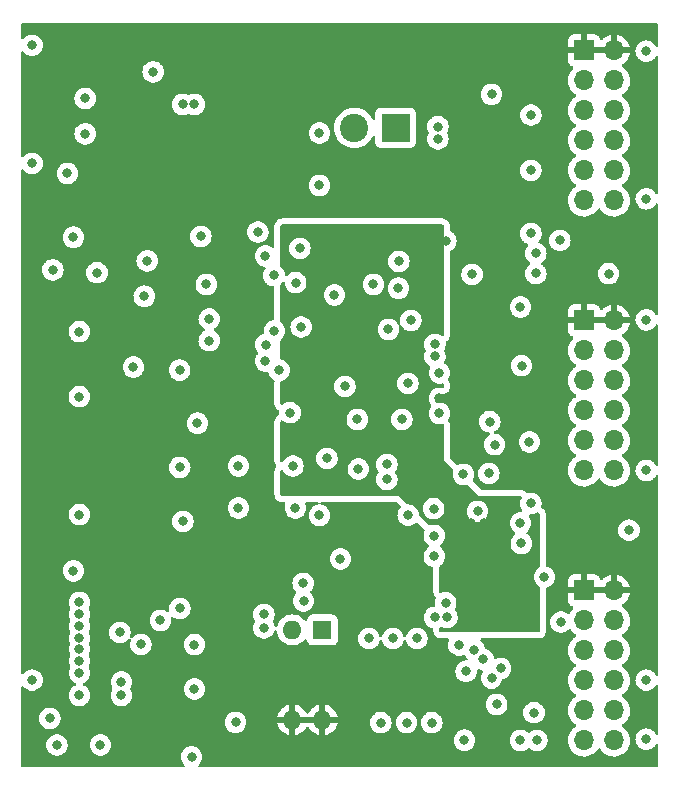
<source format=gbr>
%TF.GenerationSoftware,KiCad,Pcbnew,(5.99.0-12717-g57c7d663b0)*%
%TF.CreationDate,2021-10-22T19:22:41+02:00*%
%TF.ProjectId,video_converter,76696465-6f5f-4636-9f6e-766572746572,rev?*%
%TF.SameCoordinates,Original*%
%TF.FileFunction,Copper,L3,Inr*%
%TF.FilePolarity,Positive*%
%FSLAX46Y46*%
G04 Gerber Fmt 4.6, Leading zero omitted, Abs format (unit mm)*
G04 Created by KiCad (PCBNEW (5.99.0-12717-g57c7d663b0)) date 2021-10-22 19:22:41*
%MOMM*%
%LPD*%
G01*
G04 APERTURE LIST*
%TA.AperFunction,ComponentPad*%
%ADD10R,1.700000X1.700000*%
%TD*%
%TA.AperFunction,ComponentPad*%
%ADD11O,1.700000X1.700000*%
%TD*%
%TA.AperFunction,ComponentPad*%
%ADD12R,1.600000X1.600000*%
%TD*%
%TA.AperFunction,ComponentPad*%
%ADD13O,1.600000X1.600000*%
%TD*%
%TA.AperFunction,ComponentPad*%
%ADD14R,2.400000X2.400000*%
%TD*%
%TA.AperFunction,ComponentPad*%
%ADD15C,2.400000*%
%TD*%
%TA.AperFunction,ViaPad*%
%ADD16C,0.800000*%
%TD*%
G04 APERTURE END LIST*
D10*
%TO.N,+3V3*%
%TO.C,J3*%
X162244000Y-59690000D03*
D11*
X164784000Y-59690000D03*
%TO.N,GND*%
X162244000Y-62230000D03*
X164784000Y-62230000D03*
%TO.N,Net-(J3-Pad5)*%
X162244000Y-64770000D03*
%TO.N,Net-(J3-Pad6)*%
X164784000Y-64770000D03*
%TO.N,Net-(J3-Pad7)*%
X162244000Y-67310000D03*
%TO.N,Net-(J3-Pad8)*%
X164784000Y-67310000D03*
%TO.N,Net-(J3-Pad9)*%
X162244000Y-69850000D03*
%TO.N,Net-(J3-Pad10)*%
X164784000Y-69850000D03*
%TO.N,Net-(J3-Pad11)*%
X162244000Y-72390000D03*
%TO.N,Net-(J3-Pad12)*%
X164784000Y-72390000D03*
%TD*%
D12*
%TO.N,Net-(R7-Pad1)*%
%TO.C,SW1*%
X140086000Y-108754500D03*
D13*
%TO.N,Net-(R9-Pad1)*%
X137546000Y-108754500D03*
%TO.N,+3V3*%
X137546000Y-116374500D03*
X140086000Y-116374500D03*
%TD*%
D10*
%TO.N,+3V3*%
%TO.C,J4*%
X162244000Y-82550000D03*
D11*
X164784000Y-82550000D03*
%TO.N,GND*%
X162244000Y-85090000D03*
X164784000Y-85090000D03*
%TO.N,Net-(J4-Pad5)*%
X162244000Y-87630000D03*
%TO.N,Net-(J4-Pad6)*%
X164784000Y-87630000D03*
%TO.N,Net-(J4-Pad7)*%
X162244000Y-90170000D03*
%TO.N,Net-(J4-Pad8)*%
X164784000Y-90170000D03*
%TO.N,Net-(J4-Pad9)*%
X162244000Y-92710000D03*
%TO.N,Net-(J4-Pad10)*%
X164784000Y-92710000D03*
%TO.N,Net-(J4-Pad11)*%
X162244000Y-95250000D03*
%TO.N,Net-(J4-Pad12)*%
X164784000Y-95250000D03*
%TD*%
D14*
%TO.N,Net-(F1-Pad2)*%
%TO.C,J7*%
X146276000Y-66232000D03*
D15*
%TO.N,GND*%
X142776000Y-66232000D03*
%TD*%
D10*
%TO.N,+3V3*%
%TO.C,J5*%
X162244000Y-105410000D03*
D11*
X164784000Y-105410000D03*
%TO.N,GND*%
X162244000Y-107950000D03*
X164784000Y-107950000D03*
%TO.N,Net-(J5-Pad5)*%
X162244000Y-110490000D03*
%TO.N,SDA*%
X164784000Y-110490000D03*
%TO.N,Net-(J5-Pad7)*%
X162244000Y-113030000D03*
%TO.N,SCLK*%
X164784000Y-113030000D03*
%TO.N,Net-(J5-Pad9)*%
X162244000Y-115570000D03*
%TO.N,Net-(J5-Pad10)*%
X164784000Y-115570000D03*
%TO.N,Net-(J5-Pad11)*%
X162244000Y-118110000D03*
%TO.N,RxD*%
X164784000Y-118110000D03*
%TD*%
D16*
%TO.N,GND*%
X129250000Y-110000000D03*
X129250000Y-113750000D03*
X115500000Y-69250000D03*
X115500000Y-59250000D03*
X167500000Y-59750000D03*
X167500000Y-72250000D03*
X167500000Y-82500000D03*
X167500000Y-95250000D03*
%TO.N,RxD*%
X119000000Y-75500000D03*
X123063000Y-113157000D03*
X117262299Y-78262299D03*
X152105500Y-118089020D03*
%TO.N,TxD*%
X123063000Y-114300000D03*
X154838400Y-115062000D03*
%TO.N,GND*%
X150520400Y-106451400D03*
X158877000Y-104267000D03*
X136424500Y-86767500D03*
X156845000Y-118110000D03*
X138455400Y-104800400D03*
X150622000Y-107696000D03*
X157734000Y-75184000D03*
X137821500Y-79348500D03*
X119507000Y-112395000D03*
X167500000Y-118000000D03*
X149343000Y-116595000D03*
X158154000Y-76874000D03*
X119507000Y-114300000D03*
X164312600Y-78587600D03*
X139827000Y-66675000D03*
X152250000Y-112250000D03*
X119000000Y-103750000D03*
X149504400Y-98475800D03*
X167500000Y-113000000D03*
X157734000Y-65151000D03*
X115500000Y-113000000D03*
X141986000Y-88138000D03*
X156845000Y-99695000D03*
X158242000Y-118110000D03*
X138480800Y-106299000D03*
X149987000Y-90424000D03*
X120000000Y-63750000D03*
X147202000Y-116595000D03*
X119507000Y-109474000D03*
X117602000Y-118491000D03*
X139827000Y-99060000D03*
X156945500Y-86386500D03*
X132731000Y-116570000D03*
X156921200Y-101422200D03*
X138176000Y-76454000D03*
X128000000Y-95000000D03*
X146812000Y-90932000D03*
X140462000Y-94234000D03*
X119507000Y-106426000D03*
X128000000Y-86750000D03*
X157734000Y-69850000D03*
X119507000Y-107442000D03*
X137346200Y-90356200D03*
X137578500Y-94869000D03*
X139827000Y-71120000D03*
X117000000Y-116250000D03*
X138280609Y-83100068D03*
X143039500Y-90932000D03*
X149580600Y-107696000D03*
X156845000Y-81407000D03*
X135979500Y-78740000D03*
X118491000Y-70104000D03*
X125250000Y-77500000D03*
X135255000Y-85979000D03*
X154405500Y-63399500D03*
X129794000Y-75438000D03*
X147346500Y-99033500D03*
X134620000Y-75057000D03*
X141605000Y-102743000D03*
X129500000Y-91250000D03*
X158000000Y-115750000D03*
X120000000Y-66750000D03*
X149987000Y-86995000D03*
X129000000Y-119500000D03*
X141097000Y-80391000D03*
X152754500Y-78648066D03*
X137795000Y-98425000D03*
X128270000Y-99568000D03*
X119500000Y-89000000D03*
X154659500Y-93064500D03*
X119507000Y-110363000D03*
X145669000Y-83312000D03*
X157734000Y-98044000D03*
X121285000Y-118491000D03*
X153212800Y-98704400D03*
X136022201Y-83433799D03*
X157607000Y-92837000D03*
X166039800Y-100304600D03*
X145025000Y-116595000D03*
X125750000Y-61500000D03*
X124079000Y-86487000D03*
X119507000Y-108458000D03*
X119507000Y-111379000D03*
X149555200Y-102514400D03*
X119500000Y-99000000D03*
X119500000Y-83500000D03*
X147320000Y-87884000D03*
X149555200Y-100761800D03*
%TO.N,+12V*%
X149860000Y-67183000D03*
X128250000Y-64250000D03*
X149860000Y-66134000D03*
X135128000Y-107442000D03*
X135128000Y-108585000D03*
X121000000Y-78500000D03*
X129250000Y-64250000D03*
%TO.N,XTAL1*%
X146550235Y-77546200D03*
X160182441Y-75759932D03*
%TO.N,XTAL*%
X158154000Y-78574000D03*
X146522400Y-79822086D03*
%TO.N,SCLK*%
X160274000Y-108077000D03*
%TO.N,VDD*%
X153543000Y-102920800D03*
X139546500Y-79401500D03*
X138149500Y-86894500D03*
X140575750Y-78345750D03*
X155194000Y-101346000D03*
X155194000Y-99949000D03*
X150533700Y-75819000D03*
X153797000Y-99695000D03*
X147193000Y-96266000D03*
X152654000Y-99695000D03*
%TO.N,+3V3*%
X159918400Y-99339400D03*
X159943800Y-101320600D03*
X149987000Y-89154000D03*
X153543000Y-85598000D03*
%TO.N,Y_out*%
X130500000Y-82423000D03*
X122936000Y-108966000D03*
%TO.N,Pb_out*%
X132969000Y-94869000D03*
X126365000Y-107950000D03*
%TO.N,Pr_out*%
X128016000Y-106934000D03*
X132969000Y-98425000D03*
%TO.N,Net-(R3-Pad1)*%
X149606000Y-84582000D03*
X144018000Y-109474000D03*
%TO.N,Net-(R4-Pad1)*%
X149606000Y-85598000D03*
X146050000Y-109474000D03*
%TO.N,Net-(R5-Pad2)*%
X145529900Y-96012000D03*
X148082000Y-109474000D03*
%TO.N,Net-(R6-Pad2)*%
X145542000Y-94742000D03*
X151638000Y-110039989D03*
%TO.N,Net-(C19-Pad2)*%
X135280400Y-84607400D03*
X135255000Y-77089000D03*
%TO.N,VBS_OUT2*%
X125000000Y-80500000D03*
X130250000Y-79500000D03*
%TO.N,VBS_OUT1*%
X124714000Y-109982000D03*
X130500000Y-84250000D03*
%TO.N,Net-(R9-Pad1)*%
X144399000Y-79502000D03*
X143123380Y-95123000D03*
%TO.N,Net-(RN5-Pad1)*%
X152957600Y-110439200D03*
X152019000Y-95589940D03*
%TO.N,Net-(RN5-Pad2)*%
X147574000Y-82550000D03*
X153682100Y-111226600D03*
%TO.N,Net-(RN5-Pad3)*%
X154173162Y-95499162D03*
X155168600Y-112014000D03*
%TO.N,Net-(RN5-Pad4)*%
X154406600Y-112826800D03*
X154250562Y-91113438D03*
%TD*%
%TA.AperFunction,Conductor*%
%TO.N,VDD*%
G36*
X150310121Y-74442002D02*
G01*
X150356614Y-74495658D01*
X150368000Y-74548000D01*
X150368000Y-83765369D01*
X150347998Y-83833490D01*
X150294342Y-83879983D01*
X150224068Y-83890087D01*
X150167939Y-83867305D01*
X150068094Y-83794763D01*
X150068093Y-83794762D01*
X150062752Y-83790882D01*
X150056724Y-83788198D01*
X150056722Y-83788197D01*
X149894319Y-83715891D01*
X149894318Y-83715891D01*
X149888288Y-83713206D01*
X149775721Y-83689279D01*
X149707944Y-83674872D01*
X149707939Y-83674872D01*
X149701487Y-83673500D01*
X149510513Y-83673500D01*
X149504061Y-83674872D01*
X149504056Y-83674872D01*
X149436279Y-83689279D01*
X149323712Y-83713206D01*
X149317682Y-83715891D01*
X149317681Y-83715891D01*
X149155278Y-83788197D01*
X149155276Y-83788198D01*
X149149248Y-83790882D01*
X148994747Y-83903134D01*
X148990326Y-83908044D01*
X148990325Y-83908045D01*
X148912257Y-83994749D01*
X148866960Y-84045056D01*
X148771473Y-84210444D01*
X148712458Y-84392072D01*
X148692496Y-84582000D01*
X148693186Y-84588565D01*
X148703795Y-84689500D01*
X148712458Y-84771928D01*
X148771473Y-84953556D01*
X148774776Y-84959278D01*
X148774777Y-84959279D01*
X148813876Y-85027000D01*
X148830614Y-85095995D01*
X148813876Y-85153000D01*
X148771473Y-85226444D01*
X148712458Y-85408072D01*
X148692496Y-85598000D01*
X148712458Y-85787928D01*
X148771473Y-85969556D01*
X148866960Y-86134944D01*
X148994747Y-86276866D01*
X149144578Y-86385725D01*
X149144580Y-86385727D01*
X149149248Y-86389118D01*
X149148627Y-86389972D01*
X149193356Y-86436890D01*
X149206788Y-86506604D01*
X149190478Y-86557617D01*
X149152473Y-86623444D01*
X149093458Y-86805072D01*
X149092768Y-86811633D01*
X149092768Y-86811635D01*
X149075401Y-86976872D01*
X149073496Y-86995000D01*
X149074186Y-87001565D01*
X149092690Y-87177618D01*
X149093458Y-87184928D01*
X149152473Y-87366556D01*
X149247960Y-87531944D01*
X149375747Y-87673866D01*
X149423893Y-87708846D01*
X149511820Y-87772729D01*
X149530248Y-87786118D01*
X149536276Y-87788802D01*
X149536278Y-87788803D01*
X149698681Y-87861109D01*
X149704712Y-87863794D01*
X149768888Y-87877435D01*
X149885056Y-87902128D01*
X149885061Y-87902128D01*
X149891513Y-87903500D01*
X150082487Y-87903500D01*
X150088939Y-87902128D01*
X150088944Y-87902128D01*
X150215803Y-87875163D01*
X150286594Y-87880565D01*
X150343227Y-87923382D01*
X150367720Y-87990020D01*
X150368000Y-87998410D01*
X150368000Y-88150590D01*
X150347998Y-88218711D01*
X150294342Y-88265204D01*
X150224068Y-88275308D01*
X150215803Y-88273837D01*
X150088944Y-88246872D01*
X150088939Y-88246872D01*
X150082487Y-88245500D01*
X149891513Y-88245500D01*
X149885061Y-88246872D01*
X149885056Y-88246872D01*
X149817279Y-88261279D01*
X149704712Y-88285206D01*
X149698682Y-88287891D01*
X149698681Y-88287891D01*
X149536278Y-88360197D01*
X149536276Y-88360198D01*
X149530248Y-88362882D01*
X149375747Y-88475134D01*
X149371326Y-88480044D01*
X149371325Y-88480045D01*
X149293257Y-88566749D01*
X149247960Y-88617056D01*
X149152473Y-88782444D01*
X149093458Y-88964072D01*
X149092768Y-88970633D01*
X149092768Y-88970635D01*
X149074186Y-89147435D01*
X149073496Y-89154000D01*
X149093458Y-89343928D01*
X149152473Y-89525556D01*
X149247960Y-89690944D01*
X149260338Y-89704691D01*
X149291054Y-89768697D01*
X149282290Y-89839150D01*
X149260339Y-89873307D01*
X149247960Y-89887056D01*
X149152473Y-90052444D01*
X149093458Y-90234072D01*
X149092768Y-90240633D01*
X149092768Y-90240635D01*
X149090938Y-90258045D01*
X149073496Y-90424000D01*
X149074186Y-90430565D01*
X149089524Y-90576494D01*
X149093458Y-90613928D01*
X149152473Y-90795556D01*
X149247960Y-90960944D01*
X149375747Y-91102866D01*
X149530248Y-91215118D01*
X149536276Y-91217802D01*
X149536278Y-91217803D01*
X149698681Y-91290109D01*
X149704712Y-91292794D01*
X149783613Y-91309565D01*
X149885056Y-91331128D01*
X149885061Y-91331128D01*
X149891513Y-91332500D01*
X150082487Y-91332500D01*
X150088939Y-91331128D01*
X150088944Y-91331128D01*
X150215803Y-91304163D01*
X150286594Y-91309565D01*
X150343227Y-91352382D01*
X150367720Y-91419020D01*
X150368000Y-91427410D01*
X150368000Y-94361000D01*
X150375668Y-94369002D01*
X150375669Y-94369004D01*
X151133629Y-95159918D01*
X151166321Y-95222940D01*
X151162492Y-95286034D01*
X151125458Y-95400012D01*
X151124768Y-95406573D01*
X151124768Y-95406575D01*
X151118672Y-95464578D01*
X151105496Y-95589940D01*
X151125458Y-95779868D01*
X151184473Y-95961496D01*
X151187776Y-95967218D01*
X151187777Y-95967219D01*
X151202758Y-95993166D01*
X151279960Y-96126884D01*
X151284378Y-96131791D01*
X151284379Y-96131792D01*
X151403325Y-96263895D01*
X151407747Y-96268806D01*
X151562248Y-96381058D01*
X151568276Y-96383742D01*
X151568278Y-96383743D01*
X151730681Y-96456049D01*
X151736712Y-96458734D01*
X151830113Y-96478587D01*
X151917056Y-96497068D01*
X151917061Y-96497068D01*
X151923513Y-96498440D01*
X152114487Y-96498440D01*
X152120939Y-96497068D01*
X152120944Y-96497068D01*
X152212924Y-96477517D01*
X152296668Y-96459716D01*
X152367457Y-96465118D01*
X152413833Y-96495782D01*
X153289000Y-97409000D01*
X156833334Y-97409000D01*
X156901455Y-97429002D01*
X156947948Y-97482658D01*
X156958052Y-97552932D01*
X156942453Y-97598000D01*
X156921737Y-97633882D01*
X156899473Y-97672444D01*
X156840458Y-97854072D01*
X156820496Y-98044000D01*
X156821186Y-98050565D01*
X156834073Y-98173174D01*
X156840458Y-98233928D01*
X156899473Y-98415556D01*
X156902776Y-98421278D01*
X156902777Y-98421279D01*
X156991658Y-98575226D01*
X156991661Y-98575231D01*
X156994960Y-98580944D01*
X156999379Y-98585852D01*
X156999805Y-98586438D01*
X157023664Y-98653305D01*
X157007585Y-98722457D01*
X156956672Y-98771938D01*
X156897870Y-98786500D01*
X156749513Y-98786500D01*
X156743061Y-98787872D01*
X156743056Y-98787872D01*
X156688635Y-98799440D01*
X156562712Y-98826206D01*
X156556682Y-98828891D01*
X156556681Y-98828891D01*
X156394278Y-98901197D01*
X156394276Y-98901198D01*
X156388248Y-98903882D01*
X156382907Y-98907762D01*
X156382906Y-98907763D01*
X156374093Y-98914166D01*
X156233747Y-99016134D01*
X156229326Y-99021044D01*
X156229325Y-99021045D01*
X156218111Y-99033500D01*
X156105960Y-99158056D01*
X156010473Y-99323444D01*
X155951458Y-99505072D01*
X155931496Y-99695000D01*
X155951458Y-99884928D01*
X156010473Y-100066556D01*
X156105960Y-100231944D01*
X156233747Y-100373866D01*
X156239089Y-100377747D01*
X156239091Y-100377749D01*
X156385808Y-100484345D01*
X156429162Y-100540567D01*
X156435237Y-100611304D01*
X156402106Y-100674095D01*
X156385810Y-100688216D01*
X156309947Y-100743334D01*
X156182160Y-100885256D01*
X156086673Y-101050644D01*
X156027658Y-101232272D01*
X156026968Y-101238833D01*
X156026968Y-101238835D01*
X156020156Y-101303652D01*
X156007696Y-101422200D01*
X156027658Y-101612128D01*
X156086673Y-101793756D01*
X156182160Y-101959144D01*
X156309947Y-102101066D01*
X156367449Y-102142844D01*
X156454453Y-102206056D01*
X156464448Y-102213318D01*
X156470476Y-102216002D01*
X156470478Y-102216003D01*
X156632881Y-102288309D01*
X156638912Y-102290994D01*
X156732313Y-102310847D01*
X156819256Y-102329328D01*
X156819261Y-102329328D01*
X156825713Y-102330700D01*
X157016687Y-102330700D01*
X157023139Y-102329328D01*
X157023144Y-102329328D01*
X157110087Y-102310847D01*
X157203488Y-102290994D01*
X157209519Y-102288309D01*
X157371922Y-102216003D01*
X157371924Y-102216002D01*
X157377952Y-102213318D01*
X157387948Y-102206056D01*
X157474951Y-102142844D01*
X157532453Y-102101066D01*
X157660240Y-101959144D01*
X157755727Y-101793756D01*
X157814742Y-101612128D01*
X157834704Y-101422200D01*
X157822244Y-101303652D01*
X157815432Y-101238835D01*
X157815432Y-101238833D01*
X157814742Y-101232272D01*
X157755727Y-101050644D01*
X157660240Y-100885256D01*
X157532453Y-100743334D01*
X157380392Y-100632854D01*
X157337038Y-100576633D01*
X157330963Y-100505896D01*
X157364094Y-100443105D01*
X157380391Y-100428983D01*
X157456253Y-100373866D01*
X157584040Y-100231944D01*
X157679527Y-100066556D01*
X157738542Y-99884928D01*
X157758504Y-99695000D01*
X157738542Y-99505072D01*
X157679527Y-99323444D01*
X157644651Y-99263037D01*
X157587342Y-99163774D01*
X157587339Y-99163769D01*
X157584040Y-99158056D01*
X157579621Y-99153148D01*
X157579195Y-99152562D01*
X157555336Y-99085695D01*
X157571415Y-99016543D01*
X157622328Y-98967062D01*
X157681130Y-98952500D01*
X157829487Y-98952500D01*
X157835939Y-98951128D01*
X157835944Y-98951128D01*
X157922888Y-98932647D01*
X158016288Y-98912794D01*
X158036305Y-98903882D01*
X158184722Y-98837803D01*
X158184724Y-98837802D01*
X158190752Y-98835118D01*
X158203019Y-98826206D01*
X158229153Y-98807218D01*
X158296021Y-98783359D01*
X158365172Y-98799440D01*
X158396093Y-98824010D01*
X158462882Y-98896872D01*
X158494168Y-98960601D01*
X158496000Y-98982011D01*
X158496000Y-103360329D01*
X158475998Y-103428450D01*
X158430583Y-103467436D01*
X158432001Y-103469893D01*
X158426278Y-103473197D01*
X158420248Y-103475882D01*
X158265747Y-103588134D01*
X158137960Y-103730056D01*
X158042473Y-103895444D01*
X157983458Y-104077072D01*
X157963496Y-104267000D01*
X157983458Y-104456928D01*
X158042473Y-104638556D01*
X158137960Y-104803944D01*
X158265747Y-104945866D01*
X158420248Y-105058118D01*
X158426278Y-105060803D01*
X158432001Y-105064107D01*
X158430611Y-105066514D01*
X158475363Y-105104573D01*
X158496000Y-105173671D01*
X158496000Y-108840000D01*
X158475998Y-108908121D01*
X158422342Y-108954614D01*
X158370000Y-108966000D01*
X150113000Y-108966000D01*
X150044879Y-108945998D01*
X149998386Y-108892342D01*
X149987000Y-108840000D01*
X149987000Y-108601648D01*
X150007002Y-108533527D01*
X150060658Y-108487034D01*
X150130932Y-108476930D01*
X150164595Y-108488585D01*
X150165248Y-108487118D01*
X150339712Y-108564794D01*
X150433113Y-108584647D01*
X150520056Y-108603128D01*
X150520061Y-108603128D01*
X150526513Y-108604500D01*
X150717487Y-108604500D01*
X150723939Y-108603128D01*
X150723944Y-108603128D01*
X150810888Y-108584647D01*
X150904288Y-108564794D01*
X150910319Y-108562109D01*
X151072722Y-108489803D01*
X151072724Y-108489802D01*
X151078752Y-108487118D01*
X151233253Y-108374866D01*
X151361040Y-108232944D01*
X151456527Y-108067556D01*
X151515542Y-107885928D01*
X151519930Y-107844184D01*
X151534814Y-107702565D01*
X151535504Y-107696000D01*
X151534814Y-107689435D01*
X151516232Y-107512635D01*
X151516232Y-107512633D01*
X151515542Y-107506072D01*
X151456527Y-107324444D01*
X151361040Y-107159056D01*
X151300335Y-107091637D01*
X151269619Y-107027630D01*
X151278382Y-106957177D01*
X151284853Y-106944327D01*
X151351623Y-106828679D01*
X151351624Y-106828678D01*
X151354927Y-106822956D01*
X151413942Y-106641328D01*
X151433904Y-106451400D01*
X151413942Y-106261472D01*
X151354927Y-106079844D01*
X151259440Y-105914456D01*
X151131653Y-105772534D01*
X150977152Y-105660282D01*
X150971124Y-105657598D01*
X150971122Y-105657597D01*
X150808719Y-105585291D01*
X150808718Y-105585291D01*
X150802688Y-105582606D01*
X150691288Y-105558927D01*
X150622344Y-105544272D01*
X150622339Y-105544272D01*
X150615887Y-105542900D01*
X150424913Y-105542900D01*
X150418461Y-105544272D01*
X150418456Y-105544272D01*
X150349512Y-105558927D01*
X150238112Y-105582606D01*
X150164248Y-105615492D01*
X150093882Y-105624926D01*
X150029585Y-105594820D01*
X149991771Y-105534731D01*
X149987000Y-105500385D01*
X149987000Y-103387847D01*
X150007002Y-103319726D01*
X150038939Y-103285911D01*
X150090586Y-103248387D01*
X150166453Y-103193266D01*
X150294240Y-103051344D01*
X150389727Y-102885956D01*
X150448742Y-102704328D01*
X150468704Y-102514400D01*
X150448742Y-102324472D01*
X150389727Y-102142844D01*
X150294240Y-101977456D01*
X150201274Y-101874206D01*
X150170875Y-101840445D01*
X150170874Y-101840444D01*
X150166453Y-101835534D01*
X150038939Y-101742889D01*
X149995585Y-101686666D01*
X149987000Y-101640953D01*
X149987000Y-101635247D01*
X150007002Y-101567126D01*
X150038939Y-101533311D01*
X150090586Y-101495787D01*
X150166453Y-101440666D01*
X150294240Y-101298744D01*
X150389727Y-101133356D01*
X150448742Y-100951728D01*
X150455128Y-100890974D01*
X150468014Y-100768365D01*
X150468704Y-100761800D01*
X150459486Y-100674095D01*
X150449432Y-100578435D01*
X150449432Y-100578433D01*
X150448742Y-100571872D01*
X150389727Y-100390244D01*
X150294240Y-100224856D01*
X150166453Y-100082934D01*
X150011952Y-99970682D01*
X150005924Y-99967998D01*
X150005922Y-99967997D01*
X149843519Y-99895691D01*
X149843518Y-99895691D01*
X149837488Y-99893006D01*
X149744088Y-99873153D01*
X149657144Y-99854672D01*
X149657139Y-99854672D01*
X149650687Y-99853300D01*
X149459713Y-99853300D01*
X149453261Y-99854672D01*
X149453256Y-99854672D01*
X149366312Y-99873153D01*
X149272912Y-99893006D01*
X149266879Y-99895692D01*
X149266873Y-99895694D01*
X149257866Y-99899704D01*
X149187499Y-99909139D01*
X149119218Y-99875358D01*
X148294803Y-99081477D01*
X148259609Y-99019818D01*
X148256892Y-99003888D01*
X148240732Y-98850135D01*
X148240732Y-98850133D01*
X148240042Y-98843572D01*
X148181027Y-98661944D01*
X148085540Y-98496556D01*
X148072763Y-98482365D01*
X148066852Y-98475800D01*
X148590896Y-98475800D01*
X148591586Y-98482365D01*
X148593078Y-98496556D01*
X148610858Y-98665728D01*
X148669873Y-98847356D01*
X148765360Y-99012744D01*
X148769778Y-99017651D01*
X148769779Y-99017652D01*
X148888725Y-99149755D01*
X148893147Y-99154666D01*
X148977728Y-99216118D01*
X149012449Y-99241344D01*
X149047648Y-99266918D01*
X149053676Y-99269602D01*
X149053678Y-99269603D01*
X149197194Y-99333500D01*
X149222112Y-99344594D01*
X149315512Y-99364447D01*
X149402456Y-99382928D01*
X149402461Y-99382928D01*
X149408913Y-99384300D01*
X149599887Y-99384300D01*
X149606339Y-99382928D01*
X149606344Y-99382928D01*
X149693287Y-99364447D01*
X149786688Y-99344594D01*
X149811606Y-99333500D01*
X149955122Y-99269603D01*
X149955124Y-99269602D01*
X149961152Y-99266918D01*
X149996352Y-99241344D01*
X150031072Y-99216118D01*
X150115653Y-99154666D01*
X150120075Y-99149755D01*
X150239021Y-99017652D01*
X150239022Y-99017651D01*
X150243440Y-99012744D01*
X150338927Y-98847356D01*
X150385377Y-98704400D01*
X152299296Y-98704400D01*
X152299986Y-98710965D01*
X152316709Y-98870072D01*
X152319258Y-98894328D01*
X152378273Y-99075956D01*
X152473760Y-99241344D01*
X152478178Y-99246251D01*
X152478179Y-99246252D01*
X152567962Y-99345966D01*
X152601547Y-99383266D01*
X152756048Y-99495518D01*
X152762076Y-99498202D01*
X152762078Y-99498203D01*
X152924335Y-99570444D01*
X152930512Y-99573194D01*
X153023912Y-99593047D01*
X153110856Y-99611528D01*
X153110861Y-99611528D01*
X153117313Y-99612900D01*
X153308287Y-99612900D01*
X153314739Y-99611528D01*
X153314744Y-99611528D01*
X153401688Y-99593047D01*
X153495088Y-99573194D01*
X153501265Y-99570444D01*
X153663522Y-99498203D01*
X153663524Y-99498202D01*
X153669552Y-99495518D01*
X153824053Y-99383266D01*
X153857638Y-99345966D01*
X153947421Y-99246252D01*
X153947422Y-99246251D01*
X153951840Y-99241344D01*
X154047327Y-99075956D01*
X154106342Y-98894328D01*
X154108892Y-98870072D01*
X154125614Y-98710965D01*
X154126304Y-98704400D01*
X154113906Y-98586438D01*
X154107032Y-98521035D01*
X154107032Y-98521033D01*
X154106342Y-98514472D01*
X154047327Y-98332844D01*
X153951840Y-98167456D01*
X153913613Y-98125000D01*
X153828475Y-98030445D01*
X153828474Y-98030444D01*
X153824053Y-98025534D01*
X153712622Y-97944574D01*
X153674894Y-97917163D01*
X153674893Y-97917162D01*
X153669552Y-97913282D01*
X153663524Y-97910598D01*
X153663522Y-97910597D01*
X153501119Y-97838291D01*
X153501118Y-97838291D01*
X153495088Y-97835606D01*
X153401687Y-97815753D01*
X153314744Y-97797272D01*
X153314739Y-97797272D01*
X153308287Y-97795900D01*
X153117313Y-97795900D01*
X153110861Y-97797272D01*
X153110856Y-97797272D01*
X153023913Y-97815753D01*
X152930512Y-97835606D01*
X152924482Y-97838291D01*
X152924481Y-97838291D01*
X152762078Y-97910597D01*
X152762076Y-97910598D01*
X152756048Y-97913282D01*
X152750707Y-97917162D01*
X152750706Y-97917163D01*
X152712978Y-97944574D01*
X152601547Y-98025534D01*
X152597126Y-98030444D01*
X152597125Y-98030445D01*
X152511988Y-98125000D01*
X152473760Y-98167456D01*
X152378273Y-98332844D01*
X152319258Y-98514472D01*
X152318568Y-98521033D01*
X152318568Y-98521035D01*
X152311694Y-98586438D01*
X152299296Y-98704400D01*
X150385377Y-98704400D01*
X150397942Y-98665728D01*
X150415723Y-98496556D01*
X150417214Y-98482365D01*
X150417904Y-98475800D01*
X150404761Y-98350751D01*
X150398632Y-98292435D01*
X150398632Y-98292433D01*
X150397942Y-98285872D01*
X150338927Y-98104244D01*
X150243440Y-97938856D01*
X150161448Y-97847794D01*
X150120075Y-97801845D01*
X150120074Y-97801844D01*
X150115653Y-97796934D01*
X149961152Y-97684682D01*
X149955124Y-97681998D01*
X149955122Y-97681997D01*
X149792719Y-97609691D01*
X149792718Y-97609691D01*
X149786688Y-97607006D01*
X149693287Y-97587153D01*
X149606344Y-97568672D01*
X149606339Y-97568672D01*
X149599887Y-97567300D01*
X149408913Y-97567300D01*
X149402461Y-97568672D01*
X149402456Y-97568672D01*
X149315512Y-97587153D01*
X149222112Y-97607006D01*
X149216082Y-97609691D01*
X149216081Y-97609691D01*
X149053678Y-97681997D01*
X149053676Y-97681998D01*
X149047648Y-97684682D01*
X148893147Y-97796934D01*
X148888726Y-97801844D01*
X148888725Y-97801845D01*
X148847353Y-97847794D01*
X148765360Y-97938856D01*
X148669873Y-98104244D01*
X148610858Y-98285872D01*
X148610168Y-98292433D01*
X148610168Y-98292435D01*
X148604039Y-98350751D01*
X148590896Y-98475800D01*
X148066852Y-98475800D01*
X147962175Y-98359545D01*
X147962174Y-98359544D01*
X147957753Y-98354634D01*
X147803252Y-98242382D01*
X147797224Y-98239698D01*
X147797222Y-98239697D01*
X147634819Y-98167391D01*
X147634818Y-98167391D01*
X147628788Y-98164706D01*
X147535388Y-98144853D01*
X147448444Y-98126372D01*
X147448439Y-98126372D01*
X147441987Y-98125000D01*
X147352342Y-98125000D01*
X147284221Y-98104998D01*
X147264943Y-98089760D01*
X146558000Y-97409000D01*
X136651000Y-97409000D01*
X136582879Y-97388998D01*
X136536386Y-97335342D01*
X136525000Y-97283000D01*
X136525000Y-95331522D01*
X136545002Y-95263401D01*
X136598658Y-95216908D01*
X136668932Y-95206804D01*
X136733512Y-95236298D01*
X136760119Y-95268522D01*
X136839460Y-95405944D01*
X136843878Y-95410851D01*
X136843879Y-95410852D01*
X136962825Y-95542955D01*
X136967247Y-95547866D01*
X137016121Y-95583375D01*
X137103320Y-95646729D01*
X137121748Y-95660118D01*
X137127776Y-95662802D01*
X137127778Y-95662803D01*
X137186820Y-95689090D01*
X137296212Y-95737794D01*
X137389612Y-95757647D01*
X137476556Y-95776128D01*
X137476561Y-95776128D01*
X137483013Y-95777500D01*
X137673987Y-95777500D01*
X137680439Y-95776128D01*
X137680444Y-95776128D01*
X137767387Y-95757647D01*
X137860788Y-95737794D01*
X137970180Y-95689090D01*
X138029222Y-95662803D01*
X138029224Y-95662802D01*
X138035252Y-95660118D01*
X138053681Y-95646729D01*
X138140879Y-95583375D01*
X138189753Y-95547866D01*
X138194175Y-95542955D01*
X138313121Y-95410852D01*
X138313122Y-95410851D01*
X138317540Y-95405944D01*
X138396881Y-95268522D01*
X138409723Y-95246279D01*
X138409724Y-95246278D01*
X138413027Y-95240556D01*
X138472042Y-95058928D01*
X138475314Y-95027803D01*
X138491314Y-94875565D01*
X138492004Y-94869000D01*
X138472042Y-94679072D01*
X138413027Y-94497444D01*
X138317540Y-94332056D01*
X138229250Y-94234000D01*
X139548496Y-94234000D01*
X139549186Y-94240565D01*
X139559192Y-94335763D01*
X139568458Y-94423928D01*
X139627473Y-94605556D01*
X139722960Y-94770944D01*
X139850747Y-94912866D01*
X140005248Y-95025118D01*
X140011276Y-95027802D01*
X140011278Y-95027803D01*
X140173681Y-95100109D01*
X140179712Y-95102794D01*
X140273113Y-95122647D01*
X140360056Y-95141128D01*
X140360061Y-95141128D01*
X140366513Y-95142500D01*
X140557487Y-95142500D01*
X140563939Y-95141128D01*
X140563944Y-95141128D01*
X140649227Y-95123000D01*
X142209876Y-95123000D01*
X142210566Y-95129565D01*
X142226782Y-95283847D01*
X142229838Y-95312928D01*
X142288853Y-95494556D01*
X142384340Y-95659944D01*
X142388758Y-95664851D01*
X142388759Y-95664852D01*
X142488952Y-95776128D01*
X142512127Y-95801866D01*
X142666628Y-95914118D01*
X142672656Y-95916802D01*
X142672658Y-95916803D01*
X142773041Y-95961496D01*
X142841092Y-95991794D01*
X142905268Y-96005435D01*
X143021436Y-96030128D01*
X143021441Y-96030128D01*
X143027893Y-96031500D01*
X143218867Y-96031500D01*
X143225319Y-96030128D01*
X143225324Y-96030128D01*
X143310607Y-96012000D01*
X144616396Y-96012000D01*
X144617086Y-96018565D01*
X144618446Y-96031500D01*
X144636358Y-96201928D01*
X144695373Y-96383556D01*
X144790860Y-96548944D01*
X144918647Y-96690866D01*
X145073148Y-96803118D01*
X145079176Y-96805802D01*
X145079178Y-96805803D01*
X145241581Y-96878109D01*
X145247612Y-96880794D01*
X145341012Y-96900647D01*
X145427956Y-96919128D01*
X145427961Y-96919128D01*
X145434413Y-96920500D01*
X145625387Y-96920500D01*
X145631839Y-96919128D01*
X145631844Y-96919128D01*
X145718788Y-96900647D01*
X145812188Y-96880794D01*
X145818219Y-96878109D01*
X145980622Y-96805803D01*
X145980624Y-96805802D01*
X145986652Y-96803118D01*
X146141153Y-96690866D01*
X146268940Y-96548944D01*
X146364427Y-96383556D01*
X146423442Y-96201928D01*
X146441355Y-96031500D01*
X146442714Y-96018565D01*
X146443404Y-96012000D01*
X146442714Y-96005435D01*
X146424132Y-95828635D01*
X146424132Y-95828633D01*
X146423442Y-95822072D01*
X146364427Y-95640444D01*
X146268940Y-95475056D01*
X146262617Y-95468033D01*
X146261901Y-95466542D01*
X146260641Y-95464808D01*
X146260958Y-95464578D01*
X146231897Y-95404030D01*
X146240657Y-95333576D01*
X146262613Y-95299409D01*
X146276621Y-95283852D01*
X146276625Y-95283847D01*
X146281040Y-95278944D01*
X146368415Y-95127606D01*
X146373223Y-95119279D01*
X146373224Y-95119278D01*
X146376527Y-95113556D01*
X146435542Y-94931928D01*
X146437138Y-94916749D01*
X146454814Y-94748565D01*
X146455504Y-94742000D01*
X146435542Y-94552072D01*
X146376527Y-94370444D01*
X146371075Y-94361000D01*
X146297751Y-94234000D01*
X146281040Y-94205056D01*
X146153253Y-94063134D01*
X146029195Y-93973000D01*
X146004094Y-93954763D01*
X146004093Y-93954762D01*
X145998752Y-93950882D01*
X145992724Y-93948198D01*
X145992722Y-93948197D01*
X145830319Y-93875891D01*
X145830318Y-93875891D01*
X145824288Y-93873206D01*
X145730888Y-93853353D01*
X145643944Y-93834872D01*
X145643939Y-93834872D01*
X145637487Y-93833500D01*
X145446513Y-93833500D01*
X145440061Y-93834872D01*
X145440056Y-93834872D01*
X145353112Y-93853353D01*
X145259712Y-93873206D01*
X145253682Y-93875891D01*
X145253681Y-93875891D01*
X145091278Y-93948197D01*
X145091276Y-93948198D01*
X145085248Y-93950882D01*
X145079907Y-93954762D01*
X145079906Y-93954763D01*
X145054805Y-93973000D01*
X144930747Y-94063134D01*
X144802960Y-94205056D01*
X144786249Y-94234000D01*
X144712926Y-94361000D01*
X144707473Y-94370444D01*
X144648458Y-94552072D01*
X144628496Y-94742000D01*
X144629186Y-94748565D01*
X144646863Y-94916749D01*
X144648458Y-94931928D01*
X144707473Y-95113556D01*
X144710776Y-95119278D01*
X144710777Y-95119279D01*
X144715585Y-95127606D01*
X144802960Y-95278944D01*
X144809283Y-95285967D01*
X144809999Y-95287458D01*
X144811259Y-95289192D01*
X144810942Y-95289422D01*
X144840003Y-95349970D01*
X144831243Y-95420424D01*
X144809287Y-95454590D01*
X144790860Y-95475056D01*
X144787559Y-95480774D01*
X144787557Y-95480777D01*
X144724532Y-95589940D01*
X144695373Y-95640444D01*
X144636358Y-95822072D01*
X144635668Y-95828633D01*
X144635668Y-95828635D01*
X144617086Y-96005435D01*
X144616396Y-96012000D01*
X143310607Y-96012000D01*
X143341492Y-96005435D01*
X143405668Y-95991794D01*
X143473719Y-95961496D01*
X143574102Y-95916803D01*
X143574104Y-95916802D01*
X143580132Y-95914118D01*
X143734633Y-95801866D01*
X143757808Y-95776128D01*
X143858001Y-95664852D01*
X143858002Y-95664851D01*
X143862420Y-95659944D01*
X143957907Y-95494556D01*
X144016922Y-95312928D01*
X144019979Y-95283847D01*
X144036194Y-95129565D01*
X144036884Y-95123000D01*
X144035231Y-95107271D01*
X144017612Y-94939635D01*
X144017612Y-94939633D01*
X144016922Y-94933072D01*
X143957907Y-94751444D01*
X143952455Y-94742000D01*
X143912498Y-94672794D01*
X143862420Y-94586056D01*
X143782634Y-94497444D01*
X143739055Y-94449045D01*
X143739054Y-94449044D01*
X143734633Y-94444134D01*
X143580132Y-94331882D01*
X143574104Y-94329198D01*
X143574102Y-94329197D01*
X143411699Y-94256891D01*
X143411698Y-94256891D01*
X143405668Y-94254206D01*
X143310607Y-94234000D01*
X143225324Y-94215872D01*
X143225319Y-94215872D01*
X143218867Y-94214500D01*
X143027893Y-94214500D01*
X143021441Y-94215872D01*
X143021436Y-94215872D01*
X142936153Y-94234000D01*
X142841092Y-94254206D01*
X142835062Y-94256891D01*
X142835061Y-94256891D01*
X142672658Y-94329197D01*
X142672656Y-94329198D01*
X142666628Y-94331882D01*
X142512127Y-94444134D01*
X142507706Y-94449044D01*
X142507705Y-94449045D01*
X142464127Y-94497444D01*
X142384340Y-94586056D01*
X142334262Y-94672794D01*
X142294306Y-94742000D01*
X142288853Y-94751444D01*
X142229838Y-94933072D01*
X142229148Y-94939633D01*
X142229148Y-94939635D01*
X142211529Y-95107271D01*
X142209876Y-95123000D01*
X140649227Y-95123000D01*
X140650888Y-95122647D01*
X140744288Y-95102794D01*
X140750319Y-95100109D01*
X140912722Y-95027803D01*
X140912724Y-95027802D01*
X140918752Y-95025118D01*
X141073253Y-94912866D01*
X141201040Y-94770944D01*
X141296527Y-94605556D01*
X141355542Y-94423928D01*
X141364809Y-94335763D01*
X141374814Y-94240565D01*
X141375504Y-94234000D01*
X141373599Y-94215872D01*
X141356232Y-94050635D01*
X141356232Y-94050633D01*
X141355542Y-94044072D01*
X141296527Y-93862444D01*
X141201040Y-93697056D01*
X141073253Y-93555134D01*
X140918752Y-93442882D01*
X140912724Y-93440198D01*
X140912722Y-93440197D01*
X140750319Y-93367891D01*
X140750318Y-93367891D01*
X140744288Y-93365206D01*
X140650888Y-93345353D01*
X140563944Y-93326872D01*
X140563939Y-93326872D01*
X140557487Y-93325500D01*
X140366513Y-93325500D01*
X140360061Y-93326872D01*
X140360056Y-93326872D01*
X140273113Y-93345353D01*
X140179712Y-93365206D01*
X140173682Y-93367891D01*
X140173681Y-93367891D01*
X140011278Y-93440197D01*
X140011276Y-93440198D01*
X140005248Y-93442882D01*
X139850747Y-93555134D01*
X139722960Y-93697056D01*
X139627473Y-93862444D01*
X139568458Y-94044072D01*
X139567768Y-94050633D01*
X139567768Y-94050635D01*
X139550401Y-94215872D01*
X139548496Y-94234000D01*
X138229250Y-94234000D01*
X138189753Y-94190134D01*
X138035252Y-94077882D01*
X138029224Y-94075198D01*
X138029222Y-94075197D01*
X137866819Y-94002891D01*
X137866818Y-94002891D01*
X137860788Y-94000206D01*
X137732795Y-93973000D01*
X137680444Y-93961872D01*
X137680439Y-93961872D01*
X137673987Y-93960500D01*
X137483013Y-93960500D01*
X137476561Y-93961872D01*
X137476556Y-93961872D01*
X137424205Y-93973000D01*
X137296212Y-94000206D01*
X137290182Y-94002891D01*
X137290181Y-94002891D01*
X137127778Y-94075197D01*
X137127776Y-94075198D01*
X137121748Y-94077882D01*
X136967247Y-94190134D01*
X136839460Y-94332056D01*
X136836159Y-94337774D01*
X136760119Y-94469478D01*
X136708736Y-94518471D01*
X136639023Y-94531907D01*
X136573112Y-94505521D01*
X136531930Y-94447688D01*
X136525000Y-94406478D01*
X136525000Y-91128100D01*
X136545002Y-91059979D01*
X136598658Y-91013486D01*
X136668932Y-91003382D01*
X136733747Y-91033733D01*
X136734947Y-91035066D01*
X136740289Y-91038947D01*
X136740291Y-91038949D01*
X136884106Y-91143437D01*
X136889448Y-91147318D01*
X136895476Y-91150002D01*
X136895478Y-91150003D01*
X137057881Y-91222309D01*
X137063912Y-91224994D01*
X137157313Y-91244847D01*
X137244256Y-91263328D01*
X137244261Y-91263328D01*
X137250713Y-91264700D01*
X137441687Y-91264700D01*
X137448139Y-91263328D01*
X137448144Y-91263328D01*
X137535087Y-91244847D01*
X137628488Y-91224994D01*
X137634519Y-91222309D01*
X137796922Y-91150003D01*
X137796924Y-91150002D01*
X137802952Y-91147318D01*
X137957453Y-91035066D01*
X137976884Y-91013486D01*
X138050254Y-90932000D01*
X142125996Y-90932000D01*
X142126686Y-90938565D01*
X142145066Y-91113438D01*
X142145958Y-91121928D01*
X142204973Y-91303556D01*
X142300460Y-91468944D01*
X142428247Y-91610866D01*
X142582748Y-91723118D01*
X142588776Y-91725802D01*
X142588778Y-91725803D01*
X142738143Y-91792304D01*
X142757212Y-91800794D01*
X142850612Y-91820647D01*
X142937556Y-91839128D01*
X142937561Y-91839128D01*
X142944013Y-91840500D01*
X143134987Y-91840500D01*
X143141439Y-91839128D01*
X143141444Y-91839128D01*
X143228387Y-91820647D01*
X143321788Y-91800794D01*
X143340857Y-91792304D01*
X143490222Y-91725803D01*
X143490224Y-91725802D01*
X143496252Y-91723118D01*
X143650753Y-91610866D01*
X143778540Y-91468944D01*
X143874027Y-91303556D01*
X143933042Y-91121928D01*
X143933935Y-91113438D01*
X143952314Y-90938565D01*
X143953004Y-90932000D01*
X145898496Y-90932000D01*
X145899186Y-90938565D01*
X145917566Y-91113438D01*
X145918458Y-91121928D01*
X145977473Y-91303556D01*
X146072960Y-91468944D01*
X146200747Y-91610866D01*
X146355248Y-91723118D01*
X146361276Y-91725802D01*
X146361278Y-91725803D01*
X146510643Y-91792304D01*
X146529712Y-91800794D01*
X146623112Y-91820647D01*
X146710056Y-91839128D01*
X146710061Y-91839128D01*
X146716513Y-91840500D01*
X146907487Y-91840500D01*
X146913939Y-91839128D01*
X146913944Y-91839128D01*
X147000887Y-91820647D01*
X147094288Y-91800794D01*
X147113357Y-91792304D01*
X147262722Y-91725803D01*
X147262724Y-91725802D01*
X147268752Y-91723118D01*
X147423253Y-91610866D01*
X147551040Y-91468944D01*
X147646527Y-91303556D01*
X147705542Y-91121928D01*
X147706435Y-91113438D01*
X147724814Y-90938565D01*
X147725504Y-90932000D01*
X147705542Y-90742072D01*
X147646527Y-90560444D01*
X147634473Y-90539565D01*
X147609314Y-90495990D01*
X147551040Y-90395056D01*
X147423253Y-90253134D01*
X147268752Y-90140882D01*
X147262724Y-90138198D01*
X147262722Y-90138197D01*
X147100319Y-90065891D01*
X147100318Y-90065891D01*
X147094288Y-90063206D01*
X147000887Y-90043353D01*
X146913944Y-90024872D01*
X146913939Y-90024872D01*
X146907487Y-90023500D01*
X146716513Y-90023500D01*
X146710061Y-90024872D01*
X146710056Y-90024872D01*
X146623112Y-90043353D01*
X146529712Y-90063206D01*
X146523682Y-90065891D01*
X146523681Y-90065891D01*
X146361278Y-90138197D01*
X146361276Y-90138198D01*
X146355248Y-90140882D01*
X146200747Y-90253134D01*
X146072960Y-90395056D01*
X146014686Y-90495990D01*
X145989528Y-90539565D01*
X145977473Y-90560444D01*
X145918458Y-90742072D01*
X145898496Y-90932000D01*
X143953004Y-90932000D01*
X143933042Y-90742072D01*
X143874027Y-90560444D01*
X143861973Y-90539565D01*
X143836814Y-90495990D01*
X143778540Y-90395056D01*
X143650753Y-90253134D01*
X143496252Y-90140882D01*
X143490224Y-90138198D01*
X143490222Y-90138197D01*
X143327819Y-90065891D01*
X143327818Y-90065891D01*
X143321788Y-90063206D01*
X143228387Y-90043353D01*
X143141444Y-90024872D01*
X143141439Y-90024872D01*
X143134987Y-90023500D01*
X142944013Y-90023500D01*
X142937561Y-90024872D01*
X142937556Y-90024872D01*
X142850612Y-90043353D01*
X142757212Y-90063206D01*
X142751182Y-90065891D01*
X142751181Y-90065891D01*
X142588778Y-90138197D01*
X142588776Y-90138198D01*
X142582748Y-90140882D01*
X142428247Y-90253134D01*
X142300460Y-90395056D01*
X142242186Y-90495990D01*
X142217028Y-90539565D01*
X142204973Y-90560444D01*
X142145958Y-90742072D01*
X142125996Y-90932000D01*
X138050254Y-90932000D01*
X138080821Y-90898052D01*
X138080822Y-90898051D01*
X138085240Y-90893144D01*
X138145211Y-90789271D01*
X138177423Y-90733479D01*
X138177424Y-90733478D01*
X138180727Y-90727756D01*
X138239742Y-90546128D01*
X138259704Y-90356200D01*
X138249388Y-90258045D01*
X138240432Y-90172835D01*
X138240432Y-90172833D01*
X138239742Y-90166272D01*
X138180727Y-89984644D01*
X138085240Y-89819256D01*
X138057998Y-89789000D01*
X137961875Y-89682245D01*
X137961874Y-89682244D01*
X137957453Y-89677334D01*
X137802952Y-89565082D01*
X137796924Y-89562398D01*
X137796922Y-89562397D01*
X137634519Y-89490091D01*
X137634518Y-89490091D01*
X137628488Y-89487406D01*
X137535088Y-89467553D01*
X137448144Y-89449072D01*
X137448139Y-89449072D01*
X137441687Y-89447700D01*
X137250713Y-89447700D01*
X137244261Y-89449072D01*
X137244256Y-89449072D01*
X137157312Y-89467553D01*
X137063912Y-89487406D01*
X137057882Y-89490091D01*
X137057881Y-89490091D01*
X136895478Y-89562397D01*
X136895476Y-89562398D01*
X136889448Y-89565082D01*
X136884107Y-89568962D01*
X136884106Y-89568963D01*
X136766472Y-89654430D01*
X136734947Y-89677334D01*
X136733718Y-89678699D01*
X136671307Y-89708653D01*
X136600853Y-89699891D01*
X136546321Y-89654430D01*
X136525000Y-89584300D01*
X136525000Y-88138000D01*
X141072496Y-88138000D01*
X141073186Y-88144565D01*
X141087824Y-88283834D01*
X141092458Y-88327928D01*
X141151473Y-88509556D01*
X141246960Y-88674944D01*
X141374747Y-88816866D01*
X141529248Y-88929118D01*
X141535276Y-88931802D01*
X141535278Y-88931803D01*
X141607756Y-88964072D01*
X141703712Y-89006794D01*
X141797113Y-89026647D01*
X141884056Y-89045128D01*
X141884061Y-89045128D01*
X141890513Y-89046500D01*
X142081487Y-89046500D01*
X142087939Y-89045128D01*
X142087944Y-89045128D01*
X142174888Y-89026647D01*
X142268288Y-89006794D01*
X142364244Y-88964072D01*
X142436722Y-88931803D01*
X142436724Y-88931802D01*
X142442752Y-88929118D01*
X142597253Y-88816866D01*
X142725040Y-88674944D01*
X142820527Y-88509556D01*
X142879542Y-88327928D01*
X142884177Y-88283834D01*
X142898814Y-88144565D01*
X142899504Y-88138000D01*
X142879542Y-87948072D01*
X142858724Y-87884000D01*
X146406496Y-87884000D01*
X146407186Y-87890565D01*
X146408546Y-87903500D01*
X146426458Y-88073928D01*
X146485473Y-88255556D01*
X146488776Y-88261278D01*
X146488777Y-88261279D01*
X146496877Y-88275308D01*
X146580960Y-88420944D01*
X146585378Y-88425851D01*
X146585379Y-88425852D01*
X146704325Y-88557955D01*
X146708747Y-88562866D01*
X146863248Y-88675118D01*
X146869276Y-88677802D01*
X146869278Y-88677803D01*
X147031681Y-88750109D01*
X147037712Y-88752794D01*
X147131112Y-88772647D01*
X147218056Y-88791128D01*
X147218061Y-88791128D01*
X147224513Y-88792500D01*
X147415487Y-88792500D01*
X147421939Y-88791128D01*
X147421944Y-88791128D01*
X147508888Y-88772647D01*
X147602288Y-88752794D01*
X147608319Y-88750109D01*
X147770722Y-88677803D01*
X147770724Y-88677802D01*
X147776752Y-88675118D01*
X147931253Y-88562866D01*
X147935675Y-88557955D01*
X148054621Y-88425852D01*
X148054622Y-88425851D01*
X148059040Y-88420944D01*
X148143123Y-88275308D01*
X148151223Y-88261279D01*
X148151224Y-88261278D01*
X148154527Y-88255556D01*
X148213542Y-88073928D01*
X148231455Y-87903500D01*
X148232814Y-87890565D01*
X148233504Y-87884000D01*
X148232575Y-87875163D01*
X148214232Y-87700635D01*
X148214232Y-87700633D01*
X148213542Y-87694072D01*
X148154527Y-87512444D01*
X148059040Y-87347056D01*
X147931253Y-87205134D01*
X147776752Y-87092882D01*
X147770724Y-87090198D01*
X147770722Y-87090197D01*
X147608319Y-87017891D01*
X147608318Y-87017891D01*
X147602288Y-87015206D01*
X147507227Y-86995000D01*
X147421944Y-86976872D01*
X147421939Y-86976872D01*
X147415487Y-86975500D01*
X147224513Y-86975500D01*
X147218061Y-86976872D01*
X147218056Y-86976872D01*
X147132773Y-86995000D01*
X147037712Y-87015206D01*
X147031682Y-87017891D01*
X147031681Y-87017891D01*
X146869278Y-87090197D01*
X146869276Y-87090198D01*
X146863248Y-87092882D01*
X146708747Y-87205134D01*
X146580960Y-87347056D01*
X146485473Y-87512444D01*
X146426458Y-87694072D01*
X146425768Y-87700633D01*
X146425768Y-87700635D01*
X146407425Y-87875163D01*
X146406496Y-87884000D01*
X142858724Y-87884000D01*
X142820527Y-87766444D01*
X142725040Y-87601056D01*
X142645254Y-87512444D01*
X142601675Y-87464045D01*
X142601674Y-87464044D01*
X142597253Y-87459134D01*
X142469831Y-87366556D01*
X142448094Y-87350763D01*
X142448093Y-87350762D01*
X142442752Y-87346882D01*
X142436724Y-87344198D01*
X142436722Y-87344197D01*
X142274319Y-87271891D01*
X142274318Y-87271891D01*
X142268288Y-87269206D01*
X142174887Y-87249353D01*
X142087944Y-87230872D01*
X142087939Y-87230872D01*
X142081487Y-87229500D01*
X141890513Y-87229500D01*
X141884061Y-87230872D01*
X141884056Y-87230872D01*
X141797113Y-87249353D01*
X141703712Y-87269206D01*
X141697682Y-87271891D01*
X141697681Y-87271891D01*
X141535278Y-87344197D01*
X141535276Y-87344198D01*
X141529248Y-87346882D01*
X141523907Y-87350762D01*
X141523906Y-87350763D01*
X141502169Y-87366556D01*
X141374747Y-87459134D01*
X141370326Y-87464044D01*
X141370325Y-87464045D01*
X141326747Y-87512444D01*
X141246960Y-87601056D01*
X141151473Y-87766444D01*
X141092458Y-87948072D01*
X141072496Y-88138000D01*
X136525000Y-88138000D01*
X136525000Y-87776967D01*
X136545002Y-87708846D01*
X136598658Y-87662353D01*
X136624801Y-87653721D01*
X136664489Y-87645285D01*
X136700330Y-87637667D01*
X136700333Y-87637666D01*
X136706788Y-87636294D01*
X136712819Y-87633609D01*
X136875222Y-87561303D01*
X136875224Y-87561302D01*
X136881252Y-87558618D01*
X136917966Y-87531944D01*
X137018179Y-87459134D01*
X137035753Y-87446366D01*
X137163540Y-87304444D01*
X137259027Y-87139056D01*
X137318042Y-86957428D01*
X137338004Y-86767500D01*
X137318042Y-86577572D01*
X137259027Y-86395944D01*
X137253575Y-86386500D01*
X137166841Y-86236274D01*
X137163540Y-86230556D01*
X137035753Y-86088634D01*
X136881252Y-85976382D01*
X136875224Y-85973698D01*
X136875222Y-85973697D01*
X136712819Y-85901391D01*
X136712818Y-85901391D01*
X136706788Y-85898706D01*
X136700333Y-85897334D01*
X136700330Y-85897333D01*
X136664489Y-85889715D01*
X136624803Y-85881279D01*
X136562330Y-85847552D01*
X136528009Y-85785403D01*
X136525000Y-85758033D01*
X136525000Y-84255662D01*
X136545002Y-84187541D01*
X136576939Y-84153726D01*
X136598618Y-84137975D01*
X136633454Y-84112665D01*
X136761241Y-83970743D01*
X136856728Y-83805355D01*
X136915743Y-83623727D01*
X136928545Y-83501928D01*
X136935015Y-83440364D01*
X136935705Y-83433799D01*
X136915743Y-83243871D01*
X136869018Y-83100068D01*
X137367105Y-83100068D01*
X137387067Y-83289996D01*
X137446082Y-83471624D01*
X137541569Y-83637012D01*
X137669356Y-83778934D01*
X137823857Y-83891186D01*
X137829885Y-83893870D01*
X137829887Y-83893871D01*
X137861723Y-83908045D01*
X137998321Y-83968862D01*
X138078737Y-83985955D01*
X138178665Y-84007196D01*
X138178670Y-84007196D01*
X138185122Y-84008568D01*
X138376096Y-84008568D01*
X138382548Y-84007196D01*
X138382553Y-84007196D01*
X138482481Y-83985955D01*
X138562897Y-83968862D01*
X138699495Y-83908045D01*
X138731331Y-83893871D01*
X138731333Y-83893870D01*
X138737361Y-83891186D01*
X138891862Y-83778934D01*
X139019649Y-83637012D01*
X139115136Y-83471624D01*
X139167001Y-83312000D01*
X144755496Y-83312000D01*
X144756186Y-83318565D01*
X144770894Y-83458500D01*
X144775458Y-83501928D01*
X144834473Y-83683556D01*
X144929960Y-83848944D01*
X144934378Y-83853851D01*
X144934379Y-83853852D01*
X145039170Y-83970234D01*
X145057747Y-83990866D01*
X145212248Y-84103118D01*
X145218276Y-84105802D01*
X145218278Y-84105803D01*
X145242412Y-84116548D01*
X145386712Y-84180794D01*
X145480113Y-84200647D01*
X145567056Y-84219128D01*
X145567061Y-84219128D01*
X145573513Y-84220500D01*
X145764487Y-84220500D01*
X145770939Y-84219128D01*
X145770944Y-84219128D01*
X145857887Y-84200647D01*
X145951288Y-84180794D01*
X146095588Y-84116548D01*
X146119722Y-84105803D01*
X146119724Y-84105802D01*
X146125752Y-84103118D01*
X146280253Y-83990866D01*
X146298830Y-83970234D01*
X146403621Y-83853852D01*
X146403622Y-83853851D01*
X146408040Y-83848944D01*
X146503527Y-83683556D01*
X146562542Y-83501928D01*
X146567107Y-83458500D01*
X146581814Y-83318565D01*
X146582504Y-83312000D01*
X146576033Y-83250434D01*
X146563232Y-83128635D01*
X146563232Y-83128633D01*
X146562542Y-83122072D01*
X146556242Y-83102683D01*
X146554214Y-83031716D01*
X146590876Y-82970918D01*
X146654588Y-82939593D01*
X146725122Y-82947685D01*
X146780084Y-82992627D01*
X146785194Y-83000747D01*
X146834960Y-83086944D01*
X146839378Y-83091851D01*
X146839379Y-83091852D01*
X146860940Y-83115798D01*
X146962747Y-83228866D01*
X146974759Y-83237593D01*
X147086207Y-83318565D01*
X147117248Y-83341118D01*
X147123276Y-83343802D01*
X147123278Y-83343803D01*
X147285681Y-83416109D01*
X147291712Y-83418794D01*
X147362305Y-83433799D01*
X147472056Y-83457128D01*
X147472061Y-83457128D01*
X147478513Y-83458500D01*
X147669487Y-83458500D01*
X147675939Y-83457128D01*
X147675944Y-83457128D01*
X147785695Y-83433799D01*
X147856288Y-83418794D01*
X147862319Y-83416109D01*
X148024722Y-83343803D01*
X148024724Y-83343802D01*
X148030752Y-83341118D01*
X148061794Y-83318565D01*
X148173241Y-83237593D01*
X148185253Y-83228866D01*
X148287060Y-83115798D01*
X148308621Y-83091852D01*
X148308622Y-83091851D01*
X148313040Y-83086944D01*
X148380028Y-82970918D01*
X148405223Y-82927279D01*
X148405224Y-82927278D01*
X148408527Y-82921556D01*
X148467542Y-82739928D01*
X148469344Y-82722789D01*
X148486814Y-82556565D01*
X148487504Y-82550000D01*
X148476280Y-82443206D01*
X148468232Y-82366635D01*
X148468232Y-82366633D01*
X148467542Y-82360072D01*
X148408527Y-82178444D01*
X148313040Y-82013056D01*
X148185253Y-81871134D01*
X148030752Y-81758882D01*
X148024724Y-81756198D01*
X148024722Y-81756197D01*
X147862319Y-81683891D01*
X147862318Y-81683891D01*
X147856288Y-81681206D01*
X147762888Y-81661353D01*
X147675944Y-81642872D01*
X147675939Y-81642872D01*
X147669487Y-81641500D01*
X147478513Y-81641500D01*
X147472061Y-81642872D01*
X147472056Y-81642872D01*
X147385112Y-81661353D01*
X147291712Y-81681206D01*
X147285682Y-81683891D01*
X147285681Y-81683891D01*
X147123278Y-81756197D01*
X147123276Y-81756198D01*
X147117248Y-81758882D01*
X146962747Y-81871134D01*
X146834960Y-82013056D01*
X146739473Y-82178444D01*
X146680458Y-82360072D01*
X146679768Y-82366633D01*
X146679768Y-82366635D01*
X146671720Y-82443206D01*
X146660496Y-82550000D01*
X146661186Y-82556565D01*
X146678657Y-82722789D01*
X146680458Y-82739928D01*
X146686758Y-82759316D01*
X146688786Y-82830284D01*
X146652124Y-82891082D01*
X146588412Y-82922407D01*
X146517878Y-82914315D01*
X146462916Y-82869373D01*
X146457806Y-82861253D01*
X146411341Y-82780774D01*
X146408040Y-82775056D01*
X146382064Y-82746206D01*
X146284675Y-82638045D01*
X146284674Y-82638044D01*
X146280253Y-82633134D01*
X146165829Y-82550000D01*
X146131094Y-82524763D01*
X146131093Y-82524762D01*
X146125752Y-82520882D01*
X146119724Y-82518198D01*
X146119722Y-82518197D01*
X145957319Y-82445891D01*
X145957318Y-82445891D01*
X145951288Y-82443206D01*
X145847768Y-82421202D01*
X145770944Y-82404872D01*
X145770939Y-82404872D01*
X145764487Y-82403500D01*
X145573513Y-82403500D01*
X145567061Y-82404872D01*
X145567056Y-82404872D01*
X145490232Y-82421202D01*
X145386712Y-82443206D01*
X145380682Y-82445891D01*
X145380681Y-82445891D01*
X145218278Y-82518197D01*
X145218276Y-82518198D01*
X145212248Y-82520882D01*
X145206907Y-82524762D01*
X145206906Y-82524763D01*
X145172171Y-82550000D01*
X145057747Y-82633134D01*
X145053326Y-82638044D01*
X145053325Y-82638045D01*
X144955937Y-82746206D01*
X144929960Y-82775056D01*
X144926659Y-82780774D01*
X144849559Y-82914315D01*
X144834473Y-82940444D01*
X144775458Y-83122072D01*
X144774768Y-83128633D01*
X144774768Y-83128635D01*
X144761967Y-83250434D01*
X144755496Y-83312000D01*
X139167001Y-83312000D01*
X139174151Y-83289996D01*
X139194113Y-83100068D01*
X139190798Y-83068528D01*
X139174841Y-82916703D01*
X139174841Y-82916701D01*
X139174151Y-82910140D01*
X139115136Y-82728512D01*
X139019649Y-82563124D01*
X138911675Y-82443206D01*
X138896284Y-82426113D01*
X138896283Y-82426112D01*
X138891862Y-82421202D01*
X138792766Y-82349204D01*
X138742703Y-82312831D01*
X138742702Y-82312830D01*
X138737361Y-82308950D01*
X138731333Y-82306266D01*
X138731331Y-82306265D01*
X138568928Y-82233959D01*
X138568927Y-82233959D01*
X138562897Y-82231274D01*
X138469497Y-82211421D01*
X138382553Y-82192940D01*
X138382548Y-82192940D01*
X138376096Y-82191568D01*
X138185122Y-82191568D01*
X138178670Y-82192940D01*
X138178665Y-82192940D01*
X138091721Y-82211421D01*
X137998321Y-82231274D01*
X137992291Y-82233959D01*
X137992290Y-82233959D01*
X137829887Y-82306265D01*
X137829885Y-82306266D01*
X137823857Y-82308950D01*
X137818516Y-82312830D01*
X137818515Y-82312831D01*
X137768452Y-82349204D01*
X137669356Y-82421202D01*
X137664935Y-82426112D01*
X137664934Y-82426113D01*
X137649544Y-82443206D01*
X137541569Y-82563124D01*
X137446082Y-82728512D01*
X137387067Y-82910140D01*
X137386377Y-82916701D01*
X137386377Y-82916703D01*
X137370420Y-83068528D01*
X137367105Y-83100068D01*
X136869018Y-83100068D01*
X136856728Y-83062243D01*
X136761241Y-82896855D01*
X136633454Y-82754933D01*
X136576939Y-82713872D01*
X136533585Y-82657649D01*
X136525000Y-82611936D01*
X136525000Y-80391000D01*
X140183496Y-80391000D01*
X140184186Y-80397565D01*
X140194795Y-80498500D01*
X140203458Y-80580928D01*
X140262473Y-80762556D01*
X140357960Y-80927944D01*
X140485747Y-81069866D01*
X140640248Y-81182118D01*
X140646276Y-81184802D01*
X140646278Y-81184803D01*
X140718756Y-81217072D01*
X140814712Y-81259794D01*
X140908113Y-81279647D01*
X140995056Y-81298128D01*
X140995061Y-81298128D01*
X141001513Y-81299500D01*
X141192487Y-81299500D01*
X141198939Y-81298128D01*
X141198944Y-81298128D01*
X141285887Y-81279647D01*
X141379288Y-81259794D01*
X141475244Y-81217072D01*
X141547722Y-81184803D01*
X141547724Y-81184802D01*
X141553752Y-81182118D01*
X141708253Y-81069866D01*
X141836040Y-80927944D01*
X141931527Y-80762556D01*
X141990542Y-80580928D01*
X141999206Y-80498500D01*
X142009814Y-80397565D01*
X142010504Y-80391000D01*
X142009814Y-80384435D01*
X141991232Y-80207635D01*
X141991232Y-80207633D01*
X141990542Y-80201072D01*
X141931527Y-80019444D01*
X141836040Y-79854056D01*
X141708253Y-79712134D01*
X141589535Y-79625880D01*
X141559094Y-79603763D01*
X141559093Y-79603762D01*
X141553752Y-79599882D01*
X141547724Y-79597198D01*
X141547722Y-79597197D01*
X141385319Y-79524891D01*
X141385318Y-79524891D01*
X141379288Y-79522206D01*
X141284227Y-79502000D01*
X143485496Y-79502000D01*
X143486186Y-79508565D01*
X143500894Y-79648500D01*
X143505458Y-79691928D01*
X143564473Y-79873556D01*
X143567776Y-79879278D01*
X143567777Y-79879279D01*
X143574170Y-79890352D01*
X143659960Y-80038944D01*
X143787747Y-80180866D01*
X143942248Y-80293118D01*
X143948276Y-80295802D01*
X143948278Y-80295803D01*
X144090289Y-80359030D01*
X144116712Y-80370794D01*
X144180888Y-80384435D01*
X144297056Y-80409128D01*
X144297061Y-80409128D01*
X144303513Y-80410500D01*
X144494487Y-80410500D01*
X144500939Y-80409128D01*
X144500944Y-80409128D01*
X144617112Y-80384435D01*
X144681288Y-80370794D01*
X144707711Y-80359030D01*
X144849722Y-80295803D01*
X144849724Y-80295802D01*
X144855752Y-80293118D01*
X145010253Y-80180866D01*
X145138040Y-80038944D01*
X145223830Y-79890352D01*
X145230223Y-79879279D01*
X145230224Y-79879278D01*
X145233527Y-79873556D01*
X145250251Y-79822086D01*
X145608896Y-79822086D01*
X145628858Y-80012014D01*
X145687873Y-80193642D01*
X145691176Y-80199364D01*
X145691177Y-80199365D01*
X145702321Y-80218666D01*
X145783360Y-80359030D01*
X145911147Y-80500952D01*
X146065648Y-80613204D01*
X146071676Y-80615888D01*
X146071678Y-80615889D01*
X146234081Y-80688195D01*
X146240112Y-80690880D01*
X146333513Y-80710733D01*
X146420456Y-80729214D01*
X146420461Y-80729214D01*
X146426913Y-80730586D01*
X146617887Y-80730586D01*
X146624339Y-80729214D01*
X146624344Y-80729214D01*
X146711287Y-80710733D01*
X146804688Y-80690880D01*
X146810719Y-80688195D01*
X146973122Y-80615889D01*
X146973124Y-80615888D01*
X146979152Y-80613204D01*
X147133653Y-80500952D01*
X147261440Y-80359030D01*
X147342479Y-80218666D01*
X147353623Y-80199365D01*
X147353624Y-80199364D01*
X147356927Y-80193642D01*
X147415942Y-80012014D01*
X147435904Y-79822086D01*
X147415942Y-79632158D01*
X147356927Y-79450530D01*
X147350377Y-79439184D01*
X147298020Y-79348500D01*
X147261440Y-79285142D01*
X147254059Y-79276944D01*
X147138075Y-79148131D01*
X147138074Y-79148130D01*
X147133653Y-79143220D01*
X146979152Y-79030968D01*
X146973124Y-79028284D01*
X146973122Y-79028283D01*
X146810719Y-78955977D01*
X146810718Y-78955977D01*
X146804688Y-78953292D01*
X146694770Y-78929928D01*
X146624344Y-78914958D01*
X146624339Y-78914958D01*
X146617887Y-78913586D01*
X146426913Y-78913586D01*
X146420461Y-78914958D01*
X146420456Y-78914958D01*
X146350030Y-78929928D01*
X146240112Y-78953292D01*
X146234082Y-78955977D01*
X146234081Y-78955977D01*
X146071678Y-79028283D01*
X146071676Y-79028284D01*
X146065648Y-79030968D01*
X145911147Y-79143220D01*
X145906726Y-79148130D01*
X145906725Y-79148131D01*
X145790742Y-79276944D01*
X145783360Y-79285142D01*
X145746780Y-79348500D01*
X145694424Y-79439184D01*
X145687873Y-79450530D01*
X145628858Y-79632158D01*
X145608896Y-79822086D01*
X145250251Y-79822086D01*
X145292542Y-79691928D01*
X145297107Y-79648500D01*
X145311814Y-79508565D01*
X145312504Y-79502000D01*
X145310599Y-79483872D01*
X145293232Y-79318635D01*
X145293232Y-79318633D01*
X145292542Y-79312072D01*
X145233527Y-79130444D01*
X145138040Y-78965056D01*
X145010253Y-78823134D01*
X144855752Y-78710882D01*
X144849724Y-78708198D01*
X144849722Y-78708197D01*
X144687319Y-78635891D01*
X144687318Y-78635891D01*
X144681288Y-78633206D01*
X144587887Y-78613353D01*
X144500944Y-78594872D01*
X144500939Y-78594872D01*
X144494487Y-78593500D01*
X144303513Y-78593500D01*
X144297061Y-78594872D01*
X144297056Y-78594872D01*
X144210113Y-78613353D01*
X144116712Y-78633206D01*
X144110682Y-78635891D01*
X144110681Y-78635891D01*
X143948278Y-78708197D01*
X143948276Y-78708198D01*
X143942248Y-78710882D01*
X143787747Y-78823134D01*
X143659960Y-78965056D01*
X143564473Y-79130444D01*
X143505458Y-79312072D01*
X143504768Y-79318633D01*
X143504768Y-79318635D01*
X143487401Y-79483872D01*
X143485496Y-79502000D01*
X141284227Y-79502000D01*
X141198944Y-79483872D01*
X141198939Y-79483872D01*
X141192487Y-79482500D01*
X141001513Y-79482500D01*
X140995061Y-79483872D01*
X140995056Y-79483872D01*
X140909773Y-79502000D01*
X140814712Y-79522206D01*
X140808682Y-79524891D01*
X140808681Y-79524891D01*
X140646278Y-79597197D01*
X140646276Y-79597198D01*
X140640248Y-79599882D01*
X140634907Y-79603762D01*
X140634906Y-79603763D01*
X140604465Y-79625880D01*
X140485747Y-79712134D01*
X140357960Y-79854056D01*
X140262473Y-80019444D01*
X140203458Y-80201072D01*
X140202768Y-80207633D01*
X140202768Y-80207635D01*
X140184186Y-80384435D01*
X140183496Y-80391000D01*
X136525000Y-80391000D01*
X136525000Y-79530839D01*
X136545002Y-79462718D01*
X136576940Y-79428902D01*
X136585411Y-79422747D01*
X136590753Y-79418866D01*
X136595169Y-79413962D01*
X136595173Y-79413958D01*
X136681001Y-79318635D01*
X136692094Y-79306315D01*
X136752539Y-79269076D01*
X136823522Y-79270428D01*
X136882507Y-79309941D01*
X136911039Y-79377455D01*
X136927190Y-79531118D01*
X136927958Y-79538428D01*
X136986973Y-79720056D01*
X137082460Y-79885444D01*
X137210247Y-80027366D01*
X137364748Y-80139618D01*
X137370776Y-80142302D01*
X137370778Y-80142303D01*
X137517517Y-80207635D01*
X137539212Y-80217294D01*
X137632613Y-80237147D01*
X137719556Y-80255628D01*
X137719561Y-80255628D01*
X137726013Y-80257000D01*
X137916987Y-80257000D01*
X137923439Y-80255628D01*
X137923444Y-80255628D01*
X138010387Y-80237147D01*
X138103788Y-80217294D01*
X138125483Y-80207635D01*
X138272222Y-80142303D01*
X138272224Y-80142302D01*
X138278252Y-80139618D01*
X138432753Y-80027366D01*
X138560540Y-79885444D01*
X138656027Y-79720056D01*
X138715042Y-79538428D01*
X138715811Y-79531118D01*
X138734314Y-79355065D01*
X138735004Y-79348500D01*
X138730570Y-79306316D01*
X138715732Y-79165135D01*
X138715732Y-79165133D01*
X138715042Y-79158572D01*
X138656027Y-78976944D01*
X138649164Y-78965056D01*
X138570060Y-78828045D01*
X138560540Y-78811556D01*
X138534094Y-78782184D01*
X138437175Y-78674545D01*
X138437174Y-78674544D01*
X138432753Y-78669634D01*
X138278252Y-78557382D01*
X138272224Y-78554698D01*
X138272222Y-78554697D01*
X138109819Y-78482391D01*
X138109818Y-78482391D01*
X138103788Y-78479706D01*
X137986145Y-78454700D01*
X137923444Y-78441372D01*
X137923439Y-78441372D01*
X137916987Y-78440000D01*
X137726013Y-78440000D01*
X137719561Y-78441372D01*
X137719556Y-78441372D01*
X137656855Y-78454700D01*
X137539212Y-78479706D01*
X137533182Y-78482391D01*
X137533181Y-78482391D01*
X137370778Y-78554697D01*
X137370776Y-78554698D01*
X137364748Y-78557382D01*
X137210247Y-78669634D01*
X137125345Y-78763928D01*
X137108907Y-78782184D01*
X137048461Y-78819424D01*
X136977478Y-78818072D01*
X136918493Y-78778559D01*
X136889961Y-78711045D01*
X136873732Y-78556634D01*
X136873731Y-78556631D01*
X136873042Y-78550072D01*
X136814027Y-78368444D01*
X136718540Y-78203056D01*
X136590753Y-78061134D01*
X136576940Y-78051098D01*
X136533586Y-77994876D01*
X136525000Y-77949161D01*
X136525000Y-77546200D01*
X145636731Y-77546200D01*
X145656693Y-77736128D01*
X145715708Y-77917756D01*
X145811195Y-78083144D01*
X145938982Y-78225066D01*
X146093483Y-78337318D01*
X146099511Y-78340002D01*
X146099513Y-78340003D01*
X146261916Y-78412309D01*
X146267947Y-78414994D01*
X146361347Y-78434847D01*
X146448291Y-78453328D01*
X146448296Y-78453328D01*
X146454748Y-78454700D01*
X146645722Y-78454700D01*
X146652174Y-78453328D01*
X146652179Y-78453328D01*
X146739123Y-78434847D01*
X146832523Y-78414994D01*
X146838554Y-78412309D01*
X147000957Y-78340003D01*
X147000959Y-78340002D01*
X147006987Y-78337318D01*
X147161488Y-78225066D01*
X147289275Y-78083144D01*
X147384762Y-77917756D01*
X147443777Y-77736128D01*
X147463739Y-77546200D01*
X147443777Y-77356272D01*
X147384762Y-77174644D01*
X147289275Y-77009256D01*
X147161488Y-76867334D01*
X147006987Y-76755082D01*
X147000959Y-76752398D01*
X147000957Y-76752397D01*
X146838554Y-76680091D01*
X146838553Y-76680091D01*
X146832523Y-76677406D01*
X146739123Y-76657553D01*
X146652179Y-76639072D01*
X146652174Y-76639072D01*
X146645722Y-76637700D01*
X146454748Y-76637700D01*
X146448296Y-76639072D01*
X146448291Y-76639072D01*
X146361347Y-76657553D01*
X146267947Y-76677406D01*
X146261917Y-76680091D01*
X146261916Y-76680091D01*
X146099513Y-76752397D01*
X146099511Y-76752398D01*
X146093483Y-76755082D01*
X145938982Y-76867334D01*
X145811195Y-77009256D01*
X145715708Y-77174644D01*
X145656693Y-77356272D01*
X145636731Y-77546200D01*
X136525000Y-77546200D01*
X136525000Y-76454000D01*
X137262496Y-76454000D01*
X137282458Y-76643928D01*
X137341473Y-76825556D01*
X137436960Y-76990944D01*
X137564747Y-77132866D01*
X137719248Y-77245118D01*
X137725276Y-77247802D01*
X137725278Y-77247803D01*
X137887681Y-77320109D01*
X137893712Y-77322794D01*
X137987112Y-77342647D01*
X138074056Y-77361128D01*
X138074061Y-77361128D01*
X138080513Y-77362500D01*
X138271487Y-77362500D01*
X138277939Y-77361128D01*
X138277944Y-77361128D01*
X138364888Y-77342647D01*
X138458288Y-77322794D01*
X138464319Y-77320109D01*
X138626722Y-77247803D01*
X138626724Y-77247802D01*
X138632752Y-77245118D01*
X138787253Y-77132866D01*
X138915040Y-76990944D01*
X139010527Y-76825556D01*
X139069542Y-76643928D01*
X139089504Y-76454000D01*
X139069542Y-76264072D01*
X139010527Y-76082444D01*
X138915040Y-75917056D01*
X138787253Y-75775134D01*
X138632752Y-75662882D01*
X138626724Y-75660198D01*
X138626722Y-75660197D01*
X138464319Y-75587891D01*
X138464318Y-75587891D01*
X138458288Y-75585206D01*
X138364887Y-75565353D01*
X138277944Y-75546872D01*
X138277939Y-75546872D01*
X138271487Y-75545500D01*
X138080513Y-75545500D01*
X138074061Y-75546872D01*
X138074056Y-75546872D01*
X137987113Y-75565353D01*
X137893712Y-75585206D01*
X137887682Y-75587891D01*
X137887681Y-75587891D01*
X137725278Y-75660197D01*
X137725276Y-75660198D01*
X137719248Y-75662882D01*
X137564747Y-75775134D01*
X137436960Y-75917056D01*
X137341473Y-76082444D01*
X137282458Y-76264072D01*
X137262496Y-76454000D01*
X136525000Y-76454000D01*
X136525000Y-74548000D01*
X136545002Y-74479879D01*
X136598658Y-74433386D01*
X136651000Y-74422000D01*
X150242000Y-74422000D01*
X150310121Y-74442002D01*
G37*
%TD.AperFunction*%
%TD*%
%TA.AperFunction,Conductor*%
%TO.N,+3V3*%
G36*
X168471121Y-57424002D02*
G01*
X168517614Y-57477658D01*
X168529000Y-57530000D01*
X168529000Y-59245043D01*
X168508998Y-59313164D01*
X168455342Y-59359657D01*
X168385068Y-59369761D01*
X168320488Y-59340267D01*
X168293881Y-59308043D01*
X168264160Y-59256565D01*
X168239040Y-59213056D01*
X168111253Y-59071134D01*
X167956752Y-58958882D01*
X167950724Y-58956198D01*
X167950722Y-58956197D01*
X167788319Y-58883891D01*
X167788318Y-58883891D01*
X167782288Y-58881206D01*
X167688888Y-58861353D01*
X167601944Y-58842872D01*
X167601939Y-58842872D01*
X167595487Y-58841500D01*
X167404513Y-58841500D01*
X167398061Y-58842872D01*
X167398056Y-58842872D01*
X167311112Y-58861353D01*
X167217712Y-58881206D01*
X167211682Y-58883891D01*
X167211681Y-58883891D01*
X167049278Y-58956197D01*
X167049276Y-58956198D01*
X167043248Y-58958882D01*
X166888747Y-59071134D01*
X166760960Y-59213056D01*
X166735840Y-59256565D01*
X166687515Y-59340267D01*
X166665473Y-59378444D01*
X166606458Y-59560072D01*
X166586496Y-59750000D01*
X166606458Y-59939928D01*
X166665473Y-60121556D01*
X166668776Y-60127278D01*
X166668777Y-60127279D01*
X166686803Y-60158500D01*
X166760960Y-60286944D01*
X166765378Y-60291851D01*
X166765379Y-60291852D01*
X166859172Y-60396020D01*
X166888747Y-60428866D01*
X167043248Y-60541118D01*
X167049276Y-60543802D01*
X167049278Y-60543803D01*
X167156408Y-60591500D01*
X167217712Y-60618794D01*
X167311113Y-60638647D01*
X167398056Y-60657128D01*
X167398061Y-60657128D01*
X167404513Y-60658500D01*
X167595487Y-60658500D01*
X167601939Y-60657128D01*
X167601944Y-60657128D01*
X167688887Y-60638647D01*
X167782288Y-60618794D01*
X167843592Y-60591500D01*
X167950722Y-60543803D01*
X167950724Y-60543802D01*
X167956752Y-60541118D01*
X168111253Y-60428866D01*
X168140828Y-60396020D01*
X168234621Y-60291852D01*
X168234622Y-60291851D01*
X168239040Y-60286944D01*
X168281300Y-60213747D01*
X168293881Y-60191957D01*
X168345264Y-60142964D01*
X168414977Y-60129528D01*
X168480888Y-60155914D01*
X168522070Y-60213747D01*
X168529000Y-60254957D01*
X168529000Y-71745043D01*
X168508998Y-71813164D01*
X168455342Y-71859657D01*
X168385068Y-71869761D01*
X168320488Y-71840267D01*
X168293881Y-71808043D01*
X168256208Y-71742792D01*
X168239040Y-71713056D01*
X168217937Y-71689618D01*
X168115675Y-71576045D01*
X168115674Y-71576044D01*
X168111253Y-71571134D01*
X167956752Y-71458882D01*
X167950724Y-71456198D01*
X167950722Y-71456197D01*
X167788319Y-71383891D01*
X167788318Y-71383891D01*
X167782288Y-71381206D01*
X167688888Y-71361353D01*
X167601944Y-71342872D01*
X167601939Y-71342872D01*
X167595487Y-71341500D01*
X167404513Y-71341500D01*
X167398061Y-71342872D01*
X167398056Y-71342872D01*
X167311112Y-71361353D01*
X167217712Y-71381206D01*
X167211682Y-71383891D01*
X167211681Y-71383891D01*
X167049278Y-71456197D01*
X167049276Y-71456198D01*
X167043248Y-71458882D01*
X166888747Y-71571134D01*
X166884326Y-71576044D01*
X166884325Y-71576045D01*
X166782064Y-71689618D01*
X166760960Y-71713056D01*
X166709176Y-71802749D01*
X166687515Y-71840267D01*
X166665473Y-71878444D01*
X166606458Y-72060072D01*
X166586496Y-72250000D01*
X166606458Y-72439928D01*
X166665473Y-72621556D01*
X166668776Y-72627278D01*
X166668777Y-72627279D01*
X166677833Y-72642964D01*
X166760960Y-72786944D01*
X166765378Y-72791851D01*
X166765379Y-72791852D01*
X166859562Y-72896453D01*
X166888747Y-72928866D01*
X166986419Y-72999829D01*
X166993008Y-73004616D01*
X167043248Y-73041118D01*
X167049276Y-73043802D01*
X167049278Y-73043803D01*
X167168748Y-73096994D01*
X167217712Y-73118794D01*
X167311113Y-73138647D01*
X167398056Y-73157128D01*
X167398061Y-73157128D01*
X167404513Y-73158500D01*
X167595487Y-73158500D01*
X167601939Y-73157128D01*
X167601944Y-73157128D01*
X167688887Y-73138647D01*
X167782288Y-73118794D01*
X167831252Y-73096994D01*
X167950722Y-73043803D01*
X167950724Y-73043802D01*
X167956752Y-73041118D01*
X168006993Y-73004616D01*
X168013581Y-72999829D01*
X168111253Y-72928866D01*
X168140438Y-72896453D01*
X168234621Y-72791852D01*
X168234622Y-72791851D01*
X168239040Y-72786944D01*
X168293881Y-72691957D01*
X168345264Y-72642964D01*
X168414977Y-72629528D01*
X168480888Y-72655914D01*
X168522070Y-72713747D01*
X168529000Y-72754957D01*
X168529000Y-81995043D01*
X168508998Y-82063164D01*
X168455342Y-82109657D01*
X168385068Y-82119761D01*
X168320488Y-82090267D01*
X168293881Y-82058043D01*
X168242341Y-81968774D01*
X168239040Y-81963056D01*
X168221832Y-81943944D01*
X168115675Y-81826045D01*
X168115674Y-81826044D01*
X168111253Y-81821134D01*
X167956752Y-81708882D01*
X167950724Y-81706198D01*
X167950722Y-81706197D01*
X167788319Y-81633891D01*
X167788318Y-81633891D01*
X167782288Y-81631206D01*
X167688888Y-81611353D01*
X167601944Y-81592872D01*
X167601939Y-81592872D01*
X167595487Y-81591500D01*
X167404513Y-81591500D01*
X167398061Y-81592872D01*
X167398056Y-81592872D01*
X167311112Y-81611353D01*
X167217712Y-81631206D01*
X167211682Y-81633891D01*
X167211681Y-81633891D01*
X167049278Y-81706197D01*
X167049276Y-81706198D01*
X167043248Y-81708882D01*
X166888747Y-81821134D01*
X166884326Y-81826044D01*
X166884325Y-81826045D01*
X166778169Y-81943944D01*
X166760960Y-81963056D01*
X166757659Y-81968774D01*
X166687515Y-82090267D01*
X166665473Y-82128444D01*
X166606458Y-82310072D01*
X166586496Y-82500000D01*
X166606458Y-82689928D01*
X166665473Y-82871556D01*
X166668776Y-82877278D01*
X166668777Y-82877279D01*
X166677246Y-82891947D01*
X166760960Y-83036944D01*
X166888747Y-83178866D01*
X167043248Y-83291118D01*
X167049276Y-83293802D01*
X167049278Y-83293803D01*
X167147873Y-83337700D01*
X167217712Y-83368794D01*
X167276106Y-83381206D01*
X167398056Y-83407128D01*
X167398061Y-83407128D01*
X167404513Y-83408500D01*
X167595487Y-83408500D01*
X167601939Y-83407128D01*
X167601944Y-83407128D01*
X167723894Y-83381206D01*
X167782288Y-83368794D01*
X167852127Y-83337700D01*
X167950722Y-83293803D01*
X167950724Y-83293802D01*
X167956752Y-83291118D01*
X168111253Y-83178866D01*
X168239040Y-83036944D01*
X168293881Y-82941957D01*
X168345264Y-82892964D01*
X168414977Y-82879528D01*
X168480888Y-82905914D01*
X168522070Y-82963747D01*
X168529000Y-83004957D01*
X168529000Y-94745043D01*
X168508998Y-94813164D01*
X168455342Y-94859657D01*
X168385068Y-94869761D01*
X168320488Y-94840267D01*
X168293881Y-94808043D01*
X168245261Y-94723831D01*
X168239040Y-94713056D01*
X168164588Y-94630368D01*
X168115675Y-94576045D01*
X168115674Y-94576044D01*
X168111253Y-94571134D01*
X167956752Y-94458882D01*
X167950724Y-94456198D01*
X167950722Y-94456197D01*
X167788319Y-94383891D01*
X167788318Y-94383891D01*
X167782288Y-94381206D01*
X167688888Y-94361353D01*
X167601944Y-94342872D01*
X167601939Y-94342872D01*
X167595487Y-94341500D01*
X167404513Y-94341500D01*
X167398061Y-94342872D01*
X167398056Y-94342872D01*
X167311112Y-94361353D01*
X167217712Y-94381206D01*
X167211682Y-94383891D01*
X167211681Y-94383891D01*
X167049278Y-94456197D01*
X167049276Y-94456198D01*
X167043248Y-94458882D01*
X166888747Y-94571134D01*
X166884326Y-94576044D01*
X166884325Y-94576045D01*
X166835413Y-94630368D01*
X166760960Y-94713056D01*
X166733045Y-94761406D01*
X166670926Y-94869000D01*
X166665473Y-94878444D01*
X166606458Y-95060072D01*
X166605768Y-95066633D01*
X166605768Y-95066635D01*
X166593424Y-95184080D01*
X166586496Y-95250000D01*
X166587186Y-95256565D01*
X166602953Y-95406575D01*
X166606458Y-95439928D01*
X166665473Y-95621556D01*
X166668776Y-95627278D01*
X166668777Y-95627279D01*
X166687737Y-95660118D01*
X166760960Y-95786944D01*
X166765378Y-95791851D01*
X166765379Y-95791852D01*
X166869174Y-95907128D01*
X166888747Y-95928866D01*
X166914309Y-95947438D01*
X167036350Y-96036106D01*
X167043248Y-96041118D01*
X167049276Y-96043802D01*
X167049278Y-96043803D01*
X167083389Y-96058990D01*
X167217712Y-96118794D01*
X167304009Y-96137137D01*
X167398056Y-96157128D01*
X167398061Y-96157128D01*
X167404513Y-96158500D01*
X167595487Y-96158500D01*
X167601939Y-96157128D01*
X167601944Y-96157128D01*
X167695991Y-96137137D01*
X167782288Y-96118794D01*
X167916611Y-96058990D01*
X167950722Y-96043803D01*
X167950724Y-96043802D01*
X167956752Y-96041118D01*
X167963651Y-96036106D01*
X168085691Y-95947438D01*
X168111253Y-95928866D01*
X168130826Y-95907128D01*
X168234621Y-95791852D01*
X168234622Y-95791851D01*
X168239040Y-95786944D01*
X168293881Y-95691957D01*
X168345264Y-95642964D01*
X168414977Y-95629528D01*
X168480888Y-95655914D01*
X168522070Y-95713747D01*
X168529000Y-95754957D01*
X168529000Y-112495043D01*
X168508998Y-112563164D01*
X168455342Y-112609657D01*
X168385068Y-112619761D01*
X168320488Y-112590267D01*
X168293881Y-112558043D01*
X168257508Y-112495043D01*
X168239040Y-112463056D01*
X168218216Y-112439928D01*
X168115675Y-112326045D01*
X168115674Y-112326044D01*
X168111253Y-112321134D01*
X167956752Y-112208882D01*
X167950724Y-112206198D01*
X167950722Y-112206197D01*
X167788319Y-112133891D01*
X167788318Y-112133891D01*
X167782288Y-112131206D01*
X167688888Y-112111353D01*
X167601944Y-112092872D01*
X167601939Y-112092872D01*
X167595487Y-112091500D01*
X167404513Y-112091500D01*
X167398061Y-112092872D01*
X167398056Y-112092872D01*
X167311113Y-112111353D01*
X167217712Y-112131206D01*
X167211682Y-112133891D01*
X167211681Y-112133891D01*
X167049278Y-112206197D01*
X167049276Y-112206198D01*
X167043248Y-112208882D01*
X166888747Y-112321134D01*
X166884326Y-112326044D01*
X166884325Y-112326045D01*
X166781785Y-112439928D01*
X166760960Y-112463056D01*
X166742492Y-112495043D01*
X166687515Y-112590267D01*
X166665473Y-112628444D01*
X166606458Y-112810072D01*
X166605768Y-112816633D01*
X166605768Y-112816635D01*
X166591100Y-112956197D01*
X166586496Y-113000000D01*
X166587186Y-113006565D01*
X166605650Y-113182237D01*
X166606458Y-113189928D01*
X166665473Y-113371556D01*
X166668776Y-113377278D01*
X166668777Y-113377279D01*
X166673078Y-113384729D01*
X166760960Y-113536944D01*
X166765378Y-113541851D01*
X166765379Y-113541852D01*
X166876712Y-113665500D01*
X166888747Y-113678866D01*
X167043248Y-113791118D01*
X167049276Y-113793802D01*
X167049278Y-113793803D01*
X167211681Y-113866109D01*
X167217712Y-113868794D01*
X167311112Y-113888647D01*
X167398056Y-113907128D01*
X167398061Y-113907128D01*
X167404513Y-113908500D01*
X167595487Y-113908500D01*
X167601939Y-113907128D01*
X167601944Y-113907128D01*
X167688888Y-113888647D01*
X167782288Y-113868794D01*
X167788319Y-113866109D01*
X167950722Y-113793803D01*
X167950724Y-113793802D01*
X167956752Y-113791118D01*
X168111253Y-113678866D01*
X168123288Y-113665500D01*
X168234621Y-113541852D01*
X168234622Y-113541851D01*
X168239040Y-113536944D01*
X168293881Y-113441957D01*
X168345264Y-113392964D01*
X168414977Y-113379528D01*
X168480888Y-113405914D01*
X168522070Y-113463747D01*
X168529000Y-113504957D01*
X168529000Y-117495043D01*
X168508998Y-117563164D01*
X168455342Y-117609657D01*
X168385068Y-117619761D01*
X168320488Y-117590267D01*
X168293881Y-117558043D01*
X168257508Y-117495043D01*
X168239040Y-117463056D01*
X168219519Y-117441375D01*
X168115675Y-117326045D01*
X168115674Y-117326044D01*
X168111253Y-117321134D01*
X167976061Y-117222911D01*
X167962094Y-117212763D01*
X167962093Y-117212762D01*
X167956752Y-117208882D01*
X167950724Y-117206198D01*
X167950722Y-117206197D01*
X167788319Y-117133891D01*
X167788318Y-117133891D01*
X167782288Y-117131206D01*
X167668145Y-117106944D01*
X167601944Y-117092872D01*
X167601939Y-117092872D01*
X167595487Y-117091500D01*
X167404513Y-117091500D01*
X167398061Y-117092872D01*
X167398056Y-117092872D01*
X167331855Y-117106944D01*
X167217712Y-117131206D01*
X167211682Y-117133891D01*
X167211681Y-117133891D01*
X167049278Y-117206197D01*
X167049276Y-117206198D01*
X167043248Y-117208882D01*
X167037907Y-117212762D01*
X167037906Y-117212763D01*
X167023939Y-117222911D01*
X166888747Y-117321134D01*
X166884326Y-117326044D01*
X166884325Y-117326045D01*
X166780482Y-117441375D01*
X166760960Y-117463056D01*
X166742492Y-117495043D01*
X166669075Y-117622206D01*
X166665473Y-117628444D01*
X166606458Y-117810072D01*
X166605768Y-117816633D01*
X166605768Y-117816635D01*
X166594897Y-117920072D01*
X166586496Y-118000000D01*
X166606458Y-118189928D01*
X166665473Y-118371556D01*
X166668776Y-118377278D01*
X166668777Y-118377279D01*
X166685310Y-118405914D01*
X166760960Y-118536944D01*
X166765378Y-118541851D01*
X166765379Y-118541852D01*
X166884325Y-118673955D01*
X166888747Y-118678866D01*
X166935402Y-118712763D01*
X167035026Y-118785144D01*
X167043248Y-118791118D01*
X167049276Y-118793802D01*
X167049278Y-118793803D01*
X167203701Y-118862556D01*
X167217712Y-118868794D01*
X167311112Y-118888647D01*
X167398056Y-118907128D01*
X167398061Y-118907128D01*
X167404513Y-118908500D01*
X167595487Y-118908500D01*
X167601939Y-118907128D01*
X167601944Y-118907128D01*
X167688888Y-118888647D01*
X167782288Y-118868794D01*
X167796299Y-118862556D01*
X167950722Y-118793803D01*
X167950724Y-118793802D01*
X167956752Y-118791118D01*
X167964975Y-118785144D01*
X168064598Y-118712763D01*
X168111253Y-118678866D01*
X168115675Y-118673955D01*
X168234621Y-118541852D01*
X168234622Y-118541851D01*
X168239040Y-118536944D01*
X168293881Y-118441957D01*
X168345264Y-118392964D01*
X168414977Y-118379528D01*
X168480888Y-118405914D01*
X168522070Y-118463747D01*
X168529000Y-118504957D01*
X168529000Y-120270000D01*
X168508998Y-120338121D01*
X168455342Y-120384614D01*
X168403000Y-120396000D01*
X129697310Y-120396000D01*
X129629189Y-120375998D01*
X129582696Y-120322342D01*
X129572592Y-120252068D01*
X129602086Y-120187488D01*
X129608788Y-120180657D01*
X129611253Y-120178866D01*
X129615669Y-120173962D01*
X129615673Y-120173958D01*
X129734621Y-120041852D01*
X129734622Y-120041851D01*
X129739040Y-120036944D01*
X129834527Y-119871556D01*
X129893542Y-119689928D01*
X129913504Y-119500000D01*
X129893542Y-119310072D01*
X129834527Y-119128444D01*
X129739040Y-118963056D01*
X129695850Y-118915088D01*
X129615675Y-118826045D01*
X129615674Y-118826044D01*
X129611253Y-118821134D01*
X129512157Y-118749136D01*
X129462094Y-118712763D01*
X129462093Y-118712762D01*
X129456752Y-118708882D01*
X129450724Y-118706198D01*
X129450722Y-118706197D01*
X129288319Y-118633891D01*
X129288318Y-118633891D01*
X129282288Y-118631206D01*
X129167736Y-118606857D01*
X129101944Y-118592872D01*
X129101939Y-118592872D01*
X129095487Y-118591500D01*
X128904513Y-118591500D01*
X128898061Y-118592872D01*
X128898056Y-118592872D01*
X128832264Y-118606857D01*
X128717712Y-118631206D01*
X128711682Y-118633891D01*
X128711681Y-118633891D01*
X128549278Y-118706197D01*
X128549276Y-118706198D01*
X128543248Y-118708882D01*
X128537907Y-118712762D01*
X128537906Y-118712763D01*
X128487843Y-118749136D01*
X128388747Y-118821134D01*
X128384326Y-118826044D01*
X128384325Y-118826045D01*
X128304151Y-118915088D01*
X128260960Y-118963056D01*
X128165473Y-119128444D01*
X128106458Y-119310072D01*
X128086496Y-119500000D01*
X128106458Y-119689928D01*
X128165473Y-119871556D01*
X128260960Y-120036944D01*
X128265378Y-120041851D01*
X128265379Y-120041852D01*
X128384327Y-120173958D01*
X128384331Y-120173962D01*
X128388095Y-120178142D01*
X128388747Y-120178866D01*
X128388615Y-120178985D01*
X128424240Y-120236808D01*
X128422889Y-120307792D01*
X128383376Y-120366777D01*
X128318245Y-120395036D01*
X128302690Y-120396000D01*
X114680000Y-120396000D01*
X114611879Y-120375998D01*
X114565386Y-120322342D01*
X114554000Y-120270000D01*
X114554000Y-118491000D01*
X116688496Y-118491000D01*
X116689186Y-118497565D01*
X116701194Y-118611811D01*
X116708458Y-118680928D01*
X116767473Y-118862556D01*
X116770776Y-118868278D01*
X116770777Y-118868279D01*
X116775383Y-118876257D01*
X116862960Y-119027944D01*
X116867378Y-119032851D01*
X116867379Y-119032852D01*
X116970635Y-119147529D01*
X116990747Y-119169866D01*
X117145248Y-119282118D01*
X117151276Y-119284802D01*
X117151278Y-119284803D01*
X117277906Y-119341181D01*
X117319712Y-119359794D01*
X117410887Y-119379174D01*
X117500056Y-119398128D01*
X117500061Y-119398128D01*
X117506513Y-119399500D01*
X117697487Y-119399500D01*
X117703939Y-119398128D01*
X117703944Y-119398128D01*
X117793113Y-119379174D01*
X117884288Y-119359794D01*
X117926094Y-119341181D01*
X118052722Y-119284803D01*
X118052724Y-119284802D01*
X118058752Y-119282118D01*
X118213253Y-119169866D01*
X118233365Y-119147529D01*
X118336621Y-119032852D01*
X118336622Y-119032851D01*
X118341040Y-119027944D01*
X118428617Y-118876257D01*
X118433223Y-118868279D01*
X118433224Y-118868278D01*
X118436527Y-118862556D01*
X118495542Y-118680928D01*
X118502807Y-118611811D01*
X118514814Y-118497565D01*
X118515504Y-118491000D01*
X120371496Y-118491000D01*
X120372186Y-118497565D01*
X120384194Y-118611811D01*
X120391458Y-118680928D01*
X120450473Y-118862556D01*
X120453776Y-118868278D01*
X120453777Y-118868279D01*
X120458383Y-118876257D01*
X120545960Y-119027944D01*
X120550378Y-119032851D01*
X120550379Y-119032852D01*
X120653635Y-119147529D01*
X120673747Y-119169866D01*
X120828248Y-119282118D01*
X120834276Y-119284802D01*
X120834278Y-119284803D01*
X120960906Y-119341181D01*
X121002712Y-119359794D01*
X121093887Y-119379174D01*
X121183056Y-119398128D01*
X121183061Y-119398128D01*
X121189513Y-119399500D01*
X121380487Y-119399500D01*
X121386939Y-119398128D01*
X121386944Y-119398128D01*
X121476113Y-119379174D01*
X121567288Y-119359794D01*
X121609094Y-119341181D01*
X121735722Y-119284803D01*
X121735724Y-119284802D01*
X121741752Y-119282118D01*
X121896253Y-119169866D01*
X121916365Y-119147529D01*
X122019621Y-119032852D01*
X122019622Y-119032851D01*
X122024040Y-119027944D01*
X122111617Y-118876257D01*
X122116223Y-118868279D01*
X122116224Y-118868278D01*
X122119527Y-118862556D01*
X122178542Y-118680928D01*
X122185807Y-118611811D01*
X122197814Y-118497565D01*
X122198504Y-118491000D01*
X122188200Y-118392964D01*
X122179232Y-118307635D01*
X122179232Y-118307633D01*
X122178542Y-118301072D01*
X122119527Y-118119444D01*
X122114075Y-118110000D01*
X122101962Y-118089020D01*
X151191996Y-118089020D01*
X151192686Y-118095585D01*
X151203262Y-118196206D01*
X151211958Y-118278948D01*
X151270973Y-118460576D01*
X151366460Y-118625964D01*
X151370878Y-118630871D01*
X151370879Y-118630872D01*
X151459252Y-118729020D01*
X151494247Y-118767886D01*
X151560851Y-118816277D01*
X151632426Y-118868279D01*
X151648748Y-118880138D01*
X151654776Y-118882822D01*
X151654778Y-118882823D01*
X151727247Y-118915088D01*
X151823212Y-118957814D01*
X151909283Y-118976109D01*
X152003556Y-118996148D01*
X152003561Y-118996148D01*
X152010013Y-118997520D01*
X152200987Y-118997520D01*
X152207439Y-118996148D01*
X152207444Y-118996148D01*
X152301717Y-118976109D01*
X152387788Y-118957814D01*
X152483753Y-118915088D01*
X152556222Y-118882823D01*
X152556224Y-118882822D01*
X152562252Y-118880138D01*
X152578575Y-118868279D01*
X152650149Y-118816277D01*
X152716753Y-118767886D01*
X152751748Y-118729020D01*
X152840121Y-118630872D01*
X152840122Y-118630871D01*
X152844540Y-118625964D01*
X152940027Y-118460576D01*
X152999042Y-118278948D01*
X153007739Y-118196206D01*
X153016799Y-118110000D01*
X155931496Y-118110000D01*
X155932186Y-118116565D01*
X155940557Y-118196206D01*
X155951458Y-118299928D01*
X156010473Y-118481556D01*
X156013776Y-118487278D01*
X156013777Y-118487279D01*
X156034069Y-118522425D01*
X156105960Y-118646944D01*
X156110378Y-118651851D01*
X156110379Y-118651852D01*
X156216631Y-118769857D01*
X156233747Y-118788866D01*
X156326522Y-118856271D01*
X156359372Y-118880138D01*
X156388248Y-118901118D01*
X156394276Y-118903802D01*
X156394278Y-118903803D01*
X156556681Y-118976109D01*
X156562712Y-118978794D01*
X156656112Y-118998647D01*
X156743056Y-119017128D01*
X156743061Y-119017128D01*
X156749513Y-119018500D01*
X156940487Y-119018500D01*
X156946939Y-119017128D01*
X156946944Y-119017128D01*
X157033888Y-118998647D01*
X157127288Y-118978794D01*
X157133319Y-118976109D01*
X157295722Y-118903803D01*
X157295724Y-118903802D01*
X157301752Y-118901118D01*
X157326933Y-118882823D01*
X157450909Y-118792749D01*
X157450911Y-118792747D01*
X157456253Y-118788866D01*
X157459683Y-118785056D01*
X157523196Y-118754576D01*
X157593649Y-118763339D01*
X157627145Y-118784865D01*
X157630747Y-118788866D01*
X157636089Y-118792747D01*
X157636091Y-118792749D01*
X157760067Y-118882823D01*
X157785248Y-118901118D01*
X157791276Y-118903802D01*
X157791278Y-118903803D01*
X157953681Y-118976109D01*
X157959712Y-118978794D01*
X158053112Y-118998647D01*
X158140056Y-119017128D01*
X158140061Y-119017128D01*
X158146513Y-119018500D01*
X158337487Y-119018500D01*
X158343939Y-119017128D01*
X158343944Y-119017128D01*
X158430888Y-118998647D01*
X158524288Y-118978794D01*
X158530319Y-118976109D01*
X158692722Y-118903803D01*
X158692724Y-118903802D01*
X158698752Y-118901118D01*
X158727629Y-118880138D01*
X158760478Y-118856271D01*
X158853253Y-118788866D01*
X158870369Y-118769857D01*
X158976621Y-118651852D01*
X158976622Y-118651851D01*
X158981040Y-118646944D01*
X159052931Y-118522425D01*
X159073223Y-118487279D01*
X159073224Y-118487278D01*
X159076527Y-118481556D01*
X159135542Y-118299928D01*
X159146444Y-118196206D01*
X159154814Y-118116565D01*
X159155504Y-118110000D01*
X159135542Y-117920072D01*
X159076527Y-117738444D01*
X158981040Y-117573056D01*
X158957731Y-117547168D01*
X158857675Y-117436045D01*
X158857674Y-117436044D01*
X158853253Y-117431134D01*
X158698752Y-117318882D01*
X158692724Y-117316198D01*
X158692722Y-117316197D01*
X158530319Y-117243891D01*
X158530318Y-117243891D01*
X158524288Y-117241206D01*
X158430887Y-117221353D01*
X158343944Y-117202872D01*
X158343939Y-117202872D01*
X158337487Y-117201500D01*
X158146513Y-117201500D01*
X158140061Y-117202872D01*
X158140056Y-117202872D01*
X158053113Y-117221353D01*
X157959712Y-117241206D01*
X157953682Y-117243891D01*
X157953681Y-117243891D01*
X157791278Y-117316197D01*
X157791276Y-117316198D01*
X157785248Y-117318882D01*
X157779907Y-117322762D01*
X157779906Y-117322763D01*
X157664968Y-117406271D01*
X157630747Y-117431134D01*
X157627317Y-117434944D01*
X157563804Y-117465424D01*
X157493351Y-117456661D01*
X157459855Y-117435135D01*
X157456253Y-117431134D01*
X157422033Y-117406271D01*
X157307094Y-117322763D01*
X157307093Y-117322762D01*
X157301752Y-117318882D01*
X157295724Y-117316198D01*
X157295722Y-117316197D01*
X157133319Y-117243891D01*
X157133318Y-117243891D01*
X157127288Y-117241206D01*
X157033887Y-117221353D01*
X156946944Y-117202872D01*
X156946939Y-117202872D01*
X156940487Y-117201500D01*
X156749513Y-117201500D01*
X156743061Y-117202872D01*
X156743056Y-117202872D01*
X156656113Y-117221353D01*
X156562712Y-117241206D01*
X156556682Y-117243891D01*
X156556681Y-117243891D01*
X156394278Y-117316197D01*
X156394276Y-117316198D01*
X156388248Y-117318882D01*
X156233747Y-117431134D01*
X156229326Y-117436044D01*
X156229325Y-117436045D01*
X156129270Y-117547168D01*
X156105960Y-117573056D01*
X156010473Y-117738444D01*
X155951458Y-117920072D01*
X155931496Y-118110000D01*
X153016799Y-118110000D01*
X153018314Y-118095585D01*
X153019004Y-118089020D01*
X152999042Y-117899092D01*
X152940027Y-117717464D01*
X152844540Y-117552076D01*
X152764149Y-117462792D01*
X152721175Y-117415065D01*
X152721174Y-117415064D01*
X152716753Y-117410154D01*
X152594228Y-117321134D01*
X152567594Y-117301783D01*
X152567593Y-117301782D01*
X152562252Y-117297902D01*
X152556224Y-117295218D01*
X152556222Y-117295217D01*
X152393819Y-117222911D01*
X152393818Y-117222911D01*
X152387788Y-117220226D01*
X152294387Y-117200373D01*
X152207444Y-117181892D01*
X152207439Y-117181892D01*
X152200987Y-117180520D01*
X152010013Y-117180520D01*
X152003561Y-117181892D01*
X152003556Y-117181892D01*
X151916613Y-117200373D01*
X151823212Y-117220226D01*
X151817182Y-117222911D01*
X151817181Y-117222911D01*
X151654778Y-117295217D01*
X151654776Y-117295218D01*
X151648748Y-117297902D01*
X151643407Y-117301782D01*
X151643406Y-117301783D01*
X151616772Y-117321134D01*
X151494247Y-117410154D01*
X151489826Y-117415064D01*
X151489825Y-117415065D01*
X151446852Y-117462792D01*
X151366460Y-117552076D01*
X151270973Y-117717464D01*
X151211958Y-117899092D01*
X151191996Y-118089020D01*
X122101962Y-118089020D01*
X122050566Y-118000000D01*
X122024040Y-117954056D01*
X121959469Y-117882342D01*
X121900675Y-117817045D01*
X121900674Y-117817044D01*
X121896253Y-117812134D01*
X121774602Y-117723749D01*
X121747094Y-117703763D01*
X121747093Y-117703762D01*
X121741752Y-117699882D01*
X121735724Y-117697198D01*
X121735722Y-117697197D01*
X121573319Y-117624891D01*
X121573318Y-117624891D01*
X121567288Y-117622206D01*
X121473888Y-117602353D01*
X121386944Y-117583872D01*
X121386939Y-117583872D01*
X121380487Y-117582500D01*
X121189513Y-117582500D01*
X121183061Y-117583872D01*
X121183056Y-117583872D01*
X121096112Y-117602353D01*
X121002712Y-117622206D01*
X120996682Y-117624891D01*
X120996681Y-117624891D01*
X120834278Y-117697197D01*
X120834276Y-117697198D01*
X120828248Y-117699882D01*
X120822907Y-117703762D01*
X120822906Y-117703763D01*
X120795398Y-117723749D01*
X120673747Y-117812134D01*
X120669326Y-117817044D01*
X120669325Y-117817045D01*
X120610532Y-117882342D01*
X120545960Y-117954056D01*
X120519434Y-118000000D01*
X120455926Y-118110000D01*
X120450473Y-118119444D01*
X120391458Y-118301072D01*
X120390768Y-118307633D01*
X120390768Y-118307635D01*
X120381800Y-118392964D01*
X120371496Y-118491000D01*
X118515504Y-118491000D01*
X118505200Y-118392964D01*
X118496232Y-118307635D01*
X118496232Y-118307633D01*
X118495542Y-118301072D01*
X118436527Y-118119444D01*
X118431075Y-118110000D01*
X118367566Y-118000000D01*
X118341040Y-117954056D01*
X118276469Y-117882342D01*
X118217675Y-117817045D01*
X118217674Y-117817044D01*
X118213253Y-117812134D01*
X118091602Y-117723749D01*
X118064094Y-117703763D01*
X118064093Y-117703762D01*
X118058752Y-117699882D01*
X118052724Y-117697198D01*
X118052722Y-117697197D01*
X117890319Y-117624891D01*
X117890318Y-117624891D01*
X117884288Y-117622206D01*
X117790888Y-117602353D01*
X117703944Y-117583872D01*
X117703939Y-117583872D01*
X117697487Y-117582500D01*
X117506513Y-117582500D01*
X117500061Y-117583872D01*
X117500056Y-117583872D01*
X117413112Y-117602353D01*
X117319712Y-117622206D01*
X117313682Y-117624891D01*
X117313681Y-117624891D01*
X117151278Y-117697197D01*
X117151276Y-117697198D01*
X117145248Y-117699882D01*
X117139907Y-117703762D01*
X117139906Y-117703763D01*
X117112398Y-117723749D01*
X116990747Y-117812134D01*
X116986326Y-117817044D01*
X116986325Y-117817045D01*
X116927532Y-117882342D01*
X116862960Y-117954056D01*
X116836434Y-118000000D01*
X116772926Y-118110000D01*
X116767473Y-118119444D01*
X116708458Y-118301072D01*
X116707768Y-118307633D01*
X116707768Y-118307635D01*
X116698800Y-118392964D01*
X116688496Y-118491000D01*
X114554000Y-118491000D01*
X114554000Y-116250000D01*
X116086496Y-116250000D01*
X116087186Y-116256565D01*
X116102795Y-116405072D01*
X116106458Y-116439928D01*
X116165473Y-116621556D01*
X116168776Y-116627278D01*
X116168777Y-116627279D01*
X116186803Y-116658500D01*
X116260960Y-116786944D01*
X116265378Y-116791851D01*
X116265379Y-116791852D01*
X116289158Y-116818261D01*
X116388747Y-116928866D01*
X116543248Y-117041118D01*
X116549276Y-117043802D01*
X116549278Y-117043803D01*
X116702120Y-117111852D01*
X116717712Y-117118794D01*
X116802668Y-117136852D01*
X116898056Y-117157128D01*
X116898061Y-117157128D01*
X116904513Y-117158500D01*
X117095487Y-117158500D01*
X117101939Y-117157128D01*
X117101944Y-117157128D01*
X117197332Y-117136852D01*
X117282288Y-117118794D01*
X117297880Y-117111852D01*
X117450722Y-117043803D01*
X117450724Y-117043802D01*
X117456752Y-117041118D01*
X117611253Y-116928866D01*
X117710842Y-116818261D01*
X117734621Y-116791852D01*
X117734622Y-116791851D01*
X117739040Y-116786944D01*
X117813197Y-116658500D01*
X117831223Y-116627279D01*
X117831224Y-116627278D01*
X117834527Y-116621556D01*
X117851279Y-116570000D01*
X131817496Y-116570000D01*
X131818186Y-116576565D01*
X131835458Y-116740896D01*
X131837458Y-116759928D01*
X131896473Y-116941556D01*
X131899776Y-116947278D01*
X131899777Y-116947279D01*
X131924938Y-116990859D01*
X131991960Y-117106944D01*
X131996378Y-117111851D01*
X131996379Y-117111852D01*
X132112850Y-117241206D01*
X132119747Y-117248866D01*
X132274248Y-117361118D01*
X132280276Y-117363802D01*
X132280278Y-117363803D01*
X132442681Y-117436109D01*
X132448712Y-117438794D01*
X132523172Y-117454621D01*
X132629056Y-117477128D01*
X132629061Y-117477128D01*
X132635513Y-117478500D01*
X132826487Y-117478500D01*
X132832939Y-117477128D01*
X132832944Y-117477128D01*
X132938828Y-117454621D01*
X133013288Y-117438794D01*
X133019319Y-117436109D01*
X133181722Y-117363803D01*
X133181724Y-117363802D01*
X133187752Y-117361118D01*
X133342253Y-117248866D01*
X133349150Y-117241206D01*
X133465621Y-117111852D01*
X133465622Y-117111851D01*
X133470040Y-117106944D01*
X133537062Y-116990859D01*
X133562223Y-116947279D01*
X133562224Y-116947278D01*
X133565527Y-116941556D01*
X133624542Y-116759928D01*
X133626543Y-116740896D01*
X133637040Y-116641022D01*
X136263273Y-116641022D01*
X136310764Y-116818261D01*
X136314510Y-116828553D01*
X136406586Y-117026011D01*
X136412069Y-117035507D01*
X136537028Y-117213967D01*
X136544084Y-117222375D01*
X136698125Y-117376416D01*
X136706533Y-117383472D01*
X136884993Y-117508431D01*
X136894489Y-117513914D01*
X137091947Y-117605990D01*
X137102239Y-117609736D01*
X137274503Y-117655894D01*
X137288599Y-117655558D01*
X137292000Y-117647616D01*
X137292000Y-117642467D01*
X137800000Y-117642467D01*
X137803973Y-117655998D01*
X137812522Y-117657227D01*
X137989761Y-117609736D01*
X138000053Y-117605990D01*
X138197511Y-117513914D01*
X138207007Y-117508431D01*
X138385467Y-117383472D01*
X138393875Y-117376416D01*
X138547916Y-117222375D01*
X138554972Y-117213967D01*
X138679931Y-117035507D01*
X138685414Y-117026011D01*
X138701805Y-116990859D01*
X138748722Y-116937574D01*
X138816999Y-116918113D01*
X138884959Y-116938655D01*
X138930195Y-116990859D01*
X138946586Y-117026011D01*
X138952069Y-117035507D01*
X139077028Y-117213967D01*
X139084084Y-117222375D01*
X139238125Y-117376416D01*
X139246533Y-117383472D01*
X139424993Y-117508431D01*
X139434489Y-117513914D01*
X139631947Y-117605990D01*
X139642239Y-117609736D01*
X139814503Y-117655894D01*
X139828599Y-117655558D01*
X139832000Y-117647616D01*
X139832000Y-117642467D01*
X140340000Y-117642467D01*
X140343973Y-117655998D01*
X140352522Y-117657227D01*
X140529761Y-117609736D01*
X140540053Y-117605990D01*
X140737511Y-117513914D01*
X140747007Y-117508431D01*
X140925467Y-117383472D01*
X140933875Y-117376416D01*
X141087916Y-117222375D01*
X141094972Y-117213967D01*
X141219931Y-117035507D01*
X141225414Y-117026011D01*
X141317490Y-116828553D01*
X141321236Y-116818261D01*
X141367394Y-116645997D01*
X141367058Y-116631901D01*
X141359116Y-116628500D01*
X140358115Y-116628500D01*
X140342876Y-116632975D01*
X140341671Y-116634365D01*
X140340000Y-116642048D01*
X140340000Y-117642467D01*
X139832000Y-117642467D01*
X139832000Y-116646615D01*
X139827525Y-116631376D01*
X139826135Y-116630171D01*
X139818452Y-116628500D01*
X137818115Y-116628500D01*
X137802876Y-116632975D01*
X137801671Y-116634365D01*
X137800000Y-116642048D01*
X137800000Y-117642467D01*
X137292000Y-117642467D01*
X137292000Y-116646615D01*
X137287525Y-116631376D01*
X137286135Y-116630171D01*
X137278452Y-116628500D01*
X136278033Y-116628500D01*
X136264502Y-116632473D01*
X136263273Y-116641022D01*
X133637040Y-116641022D01*
X133641877Y-116595000D01*
X144111496Y-116595000D01*
X144112186Y-116601565D01*
X144128141Y-116753365D01*
X144131458Y-116784928D01*
X144190473Y-116966556D01*
X144285960Y-117131944D01*
X144290378Y-117136851D01*
X144290379Y-117136852D01*
X144355235Y-117208882D01*
X144413747Y-117273866D01*
X144473461Y-117317251D01*
X144533839Y-117361118D01*
X144568248Y-117386118D01*
X144574276Y-117388802D01*
X144574278Y-117388803D01*
X144736681Y-117461109D01*
X144742712Y-117463794D01*
X144836113Y-117483647D01*
X144923056Y-117502128D01*
X144923061Y-117502128D01*
X144929513Y-117503500D01*
X145120487Y-117503500D01*
X145126939Y-117502128D01*
X145126944Y-117502128D01*
X145213887Y-117483647D01*
X145307288Y-117463794D01*
X145313319Y-117461109D01*
X145475722Y-117388803D01*
X145475724Y-117388802D01*
X145481752Y-117386118D01*
X145516162Y-117361118D01*
X145576539Y-117317251D01*
X145636253Y-117273866D01*
X145694765Y-117208882D01*
X145759621Y-117136852D01*
X145759622Y-117136851D01*
X145764040Y-117131944D01*
X145859527Y-116966556D01*
X145918542Y-116784928D01*
X145921860Y-116753365D01*
X145937814Y-116601565D01*
X145938504Y-116595000D01*
X146288496Y-116595000D01*
X146289186Y-116601565D01*
X146305141Y-116753365D01*
X146308458Y-116784928D01*
X146367473Y-116966556D01*
X146462960Y-117131944D01*
X146467378Y-117136851D01*
X146467379Y-117136852D01*
X146532235Y-117208882D01*
X146590747Y-117273866D01*
X146650461Y-117317251D01*
X146710839Y-117361118D01*
X146745248Y-117386118D01*
X146751276Y-117388802D01*
X146751278Y-117388803D01*
X146913681Y-117461109D01*
X146919712Y-117463794D01*
X147013113Y-117483647D01*
X147100056Y-117502128D01*
X147100061Y-117502128D01*
X147106513Y-117503500D01*
X147297487Y-117503500D01*
X147303939Y-117502128D01*
X147303944Y-117502128D01*
X147390887Y-117483647D01*
X147484288Y-117463794D01*
X147490319Y-117461109D01*
X147652722Y-117388803D01*
X147652724Y-117388802D01*
X147658752Y-117386118D01*
X147693162Y-117361118D01*
X147753539Y-117317251D01*
X147813253Y-117273866D01*
X147871765Y-117208882D01*
X147936621Y-117136852D01*
X147936622Y-117136851D01*
X147941040Y-117131944D01*
X148036527Y-116966556D01*
X148095542Y-116784928D01*
X148098860Y-116753365D01*
X148114814Y-116601565D01*
X148115504Y-116595000D01*
X148429496Y-116595000D01*
X148430186Y-116601565D01*
X148446141Y-116753365D01*
X148449458Y-116784928D01*
X148508473Y-116966556D01*
X148603960Y-117131944D01*
X148608378Y-117136851D01*
X148608379Y-117136852D01*
X148673235Y-117208882D01*
X148731747Y-117273866D01*
X148791461Y-117317251D01*
X148851839Y-117361118D01*
X148886248Y-117386118D01*
X148892276Y-117388802D01*
X148892278Y-117388803D01*
X149054681Y-117461109D01*
X149060712Y-117463794D01*
X149154113Y-117483647D01*
X149241056Y-117502128D01*
X149241061Y-117502128D01*
X149247513Y-117503500D01*
X149438487Y-117503500D01*
X149444939Y-117502128D01*
X149444944Y-117502128D01*
X149531887Y-117483647D01*
X149625288Y-117463794D01*
X149631319Y-117461109D01*
X149793722Y-117388803D01*
X149793724Y-117388802D01*
X149799752Y-117386118D01*
X149834162Y-117361118D01*
X149894539Y-117317251D01*
X149954253Y-117273866D01*
X150012765Y-117208882D01*
X150077621Y-117136852D01*
X150077622Y-117136851D01*
X150082040Y-117131944D01*
X150177527Y-116966556D01*
X150236542Y-116784928D01*
X150239860Y-116753365D01*
X150255814Y-116601565D01*
X150256504Y-116595000D01*
X150240865Y-116446206D01*
X150237232Y-116411635D01*
X150237232Y-116411633D01*
X150236542Y-116405072D01*
X150177527Y-116223444D01*
X150174168Y-116217625D01*
X150116432Y-116117624D01*
X150082040Y-116058056D01*
X150064679Y-116038774D01*
X149958675Y-115921045D01*
X149958674Y-115921044D01*
X149954253Y-115916134D01*
X149836921Y-115830887D01*
X149805094Y-115807763D01*
X149805093Y-115807762D01*
X149799752Y-115803882D01*
X149793724Y-115801198D01*
X149793722Y-115801197D01*
X149631319Y-115728891D01*
X149631318Y-115728891D01*
X149625288Y-115726206D01*
X149520305Y-115703891D01*
X149444944Y-115687872D01*
X149444939Y-115687872D01*
X149438487Y-115686500D01*
X149247513Y-115686500D01*
X149241061Y-115687872D01*
X149241056Y-115687872D01*
X149165695Y-115703891D01*
X149060712Y-115726206D01*
X149054682Y-115728891D01*
X149054681Y-115728891D01*
X148892278Y-115801197D01*
X148892276Y-115801198D01*
X148886248Y-115803882D01*
X148880907Y-115807762D01*
X148880906Y-115807763D01*
X148849079Y-115830887D01*
X148731747Y-115916134D01*
X148727326Y-115921044D01*
X148727325Y-115921045D01*
X148621322Y-116038774D01*
X148603960Y-116058056D01*
X148569568Y-116117624D01*
X148511833Y-116217625D01*
X148508473Y-116223444D01*
X148449458Y-116405072D01*
X148448768Y-116411633D01*
X148448768Y-116411635D01*
X148445135Y-116446206D01*
X148429496Y-116595000D01*
X148115504Y-116595000D01*
X148099865Y-116446206D01*
X148096232Y-116411635D01*
X148096232Y-116411633D01*
X148095542Y-116405072D01*
X148036527Y-116223444D01*
X148033168Y-116217625D01*
X147975432Y-116117624D01*
X147941040Y-116058056D01*
X147923679Y-116038774D01*
X147817675Y-115921045D01*
X147817674Y-115921044D01*
X147813253Y-115916134D01*
X147695921Y-115830887D01*
X147664094Y-115807763D01*
X147664093Y-115807762D01*
X147658752Y-115803882D01*
X147652724Y-115801198D01*
X147652722Y-115801197D01*
X147490319Y-115728891D01*
X147490318Y-115728891D01*
X147484288Y-115726206D01*
X147379305Y-115703891D01*
X147303944Y-115687872D01*
X147303939Y-115687872D01*
X147297487Y-115686500D01*
X147106513Y-115686500D01*
X147100061Y-115687872D01*
X147100056Y-115687872D01*
X147024695Y-115703891D01*
X146919712Y-115726206D01*
X146913682Y-115728891D01*
X146913681Y-115728891D01*
X146751278Y-115801197D01*
X146751276Y-115801198D01*
X146745248Y-115803882D01*
X146739907Y-115807762D01*
X146739906Y-115807763D01*
X146708079Y-115830887D01*
X146590747Y-115916134D01*
X146586326Y-115921044D01*
X146586325Y-115921045D01*
X146480322Y-116038774D01*
X146462960Y-116058056D01*
X146428568Y-116117624D01*
X146370833Y-116217625D01*
X146367473Y-116223444D01*
X146308458Y-116405072D01*
X146307768Y-116411633D01*
X146307768Y-116411635D01*
X146304135Y-116446206D01*
X146288496Y-116595000D01*
X145938504Y-116595000D01*
X145922865Y-116446206D01*
X145919232Y-116411635D01*
X145919232Y-116411633D01*
X145918542Y-116405072D01*
X145859527Y-116223444D01*
X145856168Y-116217625D01*
X145798432Y-116117624D01*
X145764040Y-116058056D01*
X145746679Y-116038774D01*
X145640675Y-115921045D01*
X145640674Y-115921044D01*
X145636253Y-115916134D01*
X145518921Y-115830887D01*
X145487094Y-115807763D01*
X145487093Y-115807762D01*
X145481752Y-115803882D01*
X145475724Y-115801198D01*
X145475722Y-115801197D01*
X145313319Y-115728891D01*
X145313318Y-115728891D01*
X145307288Y-115726206D01*
X145202305Y-115703891D01*
X145126944Y-115687872D01*
X145126939Y-115687872D01*
X145120487Y-115686500D01*
X144929513Y-115686500D01*
X144923061Y-115687872D01*
X144923056Y-115687872D01*
X144847695Y-115703891D01*
X144742712Y-115726206D01*
X144736682Y-115728891D01*
X144736681Y-115728891D01*
X144574278Y-115801197D01*
X144574276Y-115801198D01*
X144568248Y-115803882D01*
X144562907Y-115807762D01*
X144562906Y-115807763D01*
X144531079Y-115830887D01*
X144413747Y-115916134D01*
X144409326Y-115921044D01*
X144409325Y-115921045D01*
X144303322Y-116038774D01*
X144285960Y-116058056D01*
X144251568Y-116117624D01*
X144193833Y-116217625D01*
X144190473Y-116223444D01*
X144131458Y-116405072D01*
X144130768Y-116411633D01*
X144130768Y-116411635D01*
X144127135Y-116446206D01*
X144111496Y-116595000D01*
X133641877Y-116595000D01*
X133643814Y-116576565D01*
X133644504Y-116570000D01*
X133630079Y-116432749D01*
X133625232Y-116386635D01*
X133625232Y-116386633D01*
X133624542Y-116380072D01*
X133565527Y-116198444D01*
X133557544Y-116184616D01*
X133510424Y-116103003D01*
X136264606Y-116103003D01*
X136264942Y-116117099D01*
X136272884Y-116120500D01*
X137273885Y-116120500D01*
X137289124Y-116116025D01*
X137290329Y-116114635D01*
X137292000Y-116106952D01*
X137292000Y-116102385D01*
X137800000Y-116102385D01*
X137804475Y-116117624D01*
X137805865Y-116118829D01*
X137813548Y-116120500D01*
X139813885Y-116120500D01*
X139829124Y-116116025D01*
X139830329Y-116114635D01*
X139832000Y-116106952D01*
X139832000Y-116102385D01*
X140340000Y-116102385D01*
X140344475Y-116117624D01*
X140345865Y-116118829D01*
X140353548Y-116120500D01*
X141353967Y-116120500D01*
X141367498Y-116116527D01*
X141368727Y-116107978D01*
X141321236Y-115930739D01*
X141317490Y-115920447D01*
X141225414Y-115722989D01*
X141219931Y-115713493D01*
X141094972Y-115535033D01*
X141087916Y-115526625D01*
X140933875Y-115372584D01*
X140925467Y-115365528D01*
X140747007Y-115240569D01*
X140737511Y-115235086D01*
X140540053Y-115143010D01*
X140529761Y-115139264D01*
X140357497Y-115093106D01*
X140343401Y-115093442D01*
X140340000Y-115101384D01*
X140340000Y-116102385D01*
X139832000Y-116102385D01*
X139832000Y-115106533D01*
X139828027Y-115093002D01*
X139819478Y-115091773D01*
X139642239Y-115139264D01*
X139631947Y-115143010D01*
X139434489Y-115235086D01*
X139424993Y-115240569D01*
X139246533Y-115365528D01*
X139238125Y-115372584D01*
X139084084Y-115526625D01*
X139077028Y-115535033D01*
X138952069Y-115713493D01*
X138946586Y-115722989D01*
X138930195Y-115758141D01*
X138883278Y-115811426D01*
X138815001Y-115830887D01*
X138747041Y-115810345D01*
X138701805Y-115758141D01*
X138685414Y-115722989D01*
X138679931Y-115713493D01*
X138554972Y-115535033D01*
X138547916Y-115526625D01*
X138393875Y-115372584D01*
X138385467Y-115365528D01*
X138207007Y-115240569D01*
X138197511Y-115235086D01*
X138000053Y-115143010D01*
X137989761Y-115139264D01*
X137817497Y-115093106D01*
X137803401Y-115093442D01*
X137800000Y-115101384D01*
X137800000Y-116102385D01*
X137292000Y-116102385D01*
X137292000Y-115106533D01*
X137288027Y-115093002D01*
X137279478Y-115091773D01*
X137102239Y-115139264D01*
X137091947Y-115143010D01*
X136894489Y-115235086D01*
X136884993Y-115240569D01*
X136706533Y-115365528D01*
X136698125Y-115372584D01*
X136544084Y-115526625D01*
X136537028Y-115535033D01*
X136412069Y-115713493D01*
X136406586Y-115722989D01*
X136314510Y-115920447D01*
X136310764Y-115930739D01*
X136264606Y-116103003D01*
X133510424Y-116103003D01*
X133487775Y-116063774D01*
X133470040Y-116033056D01*
X133420143Y-115977639D01*
X133346675Y-115896045D01*
X133346674Y-115896044D01*
X133342253Y-115891134D01*
X133227503Y-115807763D01*
X133193094Y-115782763D01*
X133193093Y-115782762D01*
X133187752Y-115778882D01*
X133181724Y-115776198D01*
X133181722Y-115776197D01*
X133019319Y-115703891D01*
X133019318Y-115703891D01*
X133013288Y-115701206D01*
X132919888Y-115681353D01*
X132832944Y-115662872D01*
X132832939Y-115662872D01*
X132826487Y-115661500D01*
X132635513Y-115661500D01*
X132629061Y-115662872D01*
X132629056Y-115662872D01*
X132542112Y-115681353D01*
X132448712Y-115701206D01*
X132442682Y-115703891D01*
X132442681Y-115703891D01*
X132280278Y-115776197D01*
X132280276Y-115776198D01*
X132274248Y-115778882D01*
X132268907Y-115782762D01*
X132268906Y-115782763D01*
X132234497Y-115807763D01*
X132119747Y-115891134D01*
X132115326Y-115896044D01*
X132115325Y-115896045D01*
X132041858Y-115977639D01*
X131991960Y-116033056D01*
X131974225Y-116063774D01*
X131904457Y-116184616D01*
X131896473Y-116198444D01*
X131837458Y-116380072D01*
X131836768Y-116386633D01*
X131836768Y-116386635D01*
X131831921Y-116432749D01*
X131817496Y-116570000D01*
X117851279Y-116570000D01*
X117893542Y-116439928D01*
X117897206Y-116405072D01*
X117912814Y-116256565D01*
X117913504Y-116250000D01*
X117893542Y-116060072D01*
X117834527Y-115878444D01*
X117822764Y-115858069D01*
X117793719Y-115807763D01*
X117739040Y-115713056D01*
X117667174Y-115633240D01*
X117615675Y-115576045D01*
X117615674Y-115576044D01*
X117611253Y-115571134D01*
X117456752Y-115458882D01*
X117450724Y-115456198D01*
X117450722Y-115456197D01*
X117288319Y-115383891D01*
X117288318Y-115383891D01*
X117282288Y-115381206D01*
X117188887Y-115361353D01*
X117101944Y-115342872D01*
X117101939Y-115342872D01*
X117095487Y-115341500D01*
X116904513Y-115341500D01*
X116898061Y-115342872D01*
X116898056Y-115342872D01*
X116811113Y-115361353D01*
X116717712Y-115381206D01*
X116711682Y-115383891D01*
X116711681Y-115383891D01*
X116549278Y-115456197D01*
X116549276Y-115456198D01*
X116543248Y-115458882D01*
X116388747Y-115571134D01*
X116384326Y-115576044D01*
X116384325Y-115576045D01*
X116332827Y-115633240D01*
X116260960Y-115713056D01*
X116206281Y-115807763D01*
X116177237Y-115858069D01*
X116165473Y-115878444D01*
X116106458Y-116060072D01*
X116086496Y-116250000D01*
X114554000Y-116250000D01*
X114554000Y-114300000D01*
X118593496Y-114300000D01*
X118594186Y-114306565D01*
X118607381Y-114432104D01*
X118613458Y-114489928D01*
X118672473Y-114671556D01*
X118675776Y-114677278D01*
X118675777Y-114677279D01*
X118695903Y-114712138D01*
X118767960Y-114836944D01*
X118772378Y-114841851D01*
X118772379Y-114841852D01*
X118844087Y-114921492D01*
X118895747Y-114978866D01*
X118994843Y-115050864D01*
X119036881Y-115081406D01*
X119050248Y-115091118D01*
X119056276Y-115093802D01*
X119056278Y-115093803D01*
X119218681Y-115166109D01*
X119224712Y-115168794D01*
X119318112Y-115188647D01*
X119405056Y-115207128D01*
X119405061Y-115207128D01*
X119411513Y-115208500D01*
X119602487Y-115208500D01*
X119608939Y-115207128D01*
X119608944Y-115207128D01*
X119695888Y-115188647D01*
X119789288Y-115168794D01*
X119795319Y-115166109D01*
X119957722Y-115093803D01*
X119957724Y-115093802D01*
X119963752Y-115091118D01*
X119977120Y-115081406D01*
X120019157Y-115050864D01*
X120118253Y-114978866D01*
X120169913Y-114921492D01*
X120241621Y-114841852D01*
X120241622Y-114841851D01*
X120246040Y-114836944D01*
X120318097Y-114712138D01*
X120338223Y-114677279D01*
X120338224Y-114677278D01*
X120341527Y-114671556D01*
X120400542Y-114489928D01*
X120406620Y-114432104D01*
X120419814Y-114306565D01*
X120420504Y-114300000D01*
X122149496Y-114300000D01*
X122150186Y-114306565D01*
X122163381Y-114432104D01*
X122169458Y-114489928D01*
X122228473Y-114671556D01*
X122231776Y-114677278D01*
X122231777Y-114677279D01*
X122251903Y-114712138D01*
X122323960Y-114836944D01*
X122328378Y-114841851D01*
X122328379Y-114841852D01*
X122400087Y-114921492D01*
X122451747Y-114978866D01*
X122550843Y-115050864D01*
X122592881Y-115081406D01*
X122606248Y-115091118D01*
X122612276Y-115093802D01*
X122612278Y-115093803D01*
X122774681Y-115166109D01*
X122780712Y-115168794D01*
X122874112Y-115188647D01*
X122961056Y-115207128D01*
X122961061Y-115207128D01*
X122967513Y-115208500D01*
X123158487Y-115208500D01*
X123164939Y-115207128D01*
X123164944Y-115207128D01*
X123251888Y-115188647D01*
X123345288Y-115168794D01*
X123351319Y-115166109D01*
X123513722Y-115093803D01*
X123513724Y-115093802D01*
X123519752Y-115091118D01*
X123533120Y-115081406D01*
X123559830Y-115062000D01*
X153924896Y-115062000D01*
X153925586Y-115068565D01*
X153940294Y-115208500D01*
X153944858Y-115251928D01*
X154003873Y-115433556D01*
X154099360Y-115598944D01*
X154103778Y-115603851D01*
X154103779Y-115603852D01*
X154202107Y-115713056D01*
X154227147Y-115740866D01*
X154381648Y-115853118D01*
X154387676Y-115855802D01*
X154387678Y-115855803D01*
X154523185Y-115916134D01*
X154556112Y-115930794D01*
X154649512Y-115950647D01*
X154736456Y-115969128D01*
X154736461Y-115969128D01*
X154742913Y-115970500D01*
X154933887Y-115970500D01*
X154940339Y-115969128D01*
X154940344Y-115969128D01*
X155027288Y-115950647D01*
X155120688Y-115930794D01*
X155153615Y-115916134D01*
X155289122Y-115855803D01*
X155289124Y-115855802D01*
X155295152Y-115853118D01*
X155437081Y-115750000D01*
X157086496Y-115750000D01*
X157087186Y-115756565D01*
X157101330Y-115891134D01*
X157106458Y-115939928D01*
X157165473Y-116121556D01*
X157260960Y-116286944D01*
X157388747Y-116428866D01*
X157543248Y-116541118D01*
X157549276Y-116543802D01*
X157549278Y-116543803D01*
X157709799Y-116615271D01*
X157717712Y-116618794D01*
X157811113Y-116638647D01*
X157898056Y-116657128D01*
X157898061Y-116657128D01*
X157904513Y-116658500D01*
X158095487Y-116658500D01*
X158101939Y-116657128D01*
X158101944Y-116657128D01*
X158188887Y-116638647D01*
X158282288Y-116618794D01*
X158290201Y-116615271D01*
X158450722Y-116543803D01*
X158450724Y-116543802D01*
X158456752Y-116541118D01*
X158611253Y-116428866D01*
X158739040Y-116286944D01*
X158834527Y-116121556D01*
X158893542Y-115939928D01*
X158898671Y-115891134D01*
X158912814Y-115756565D01*
X158913504Y-115750000D01*
X158901232Y-115633240D01*
X158894232Y-115566635D01*
X158894232Y-115566633D01*
X158893542Y-115560072D01*
X158834527Y-115378444D01*
X158813990Y-115342872D01*
X158761483Y-115251928D01*
X158739040Y-115213056D01*
X158733703Y-115207128D01*
X158615675Y-115076045D01*
X158615674Y-115076044D01*
X158611253Y-115071134D01*
X158456752Y-114958882D01*
X158450724Y-114956198D01*
X158450722Y-114956197D01*
X158288319Y-114883891D01*
X158288318Y-114883891D01*
X158282288Y-114881206D01*
X158188888Y-114861353D01*
X158101944Y-114842872D01*
X158101939Y-114842872D01*
X158095487Y-114841500D01*
X157904513Y-114841500D01*
X157898061Y-114842872D01*
X157898056Y-114842872D01*
X157811112Y-114861353D01*
X157717712Y-114881206D01*
X157711682Y-114883891D01*
X157711681Y-114883891D01*
X157549278Y-114956197D01*
X157549276Y-114956198D01*
X157543248Y-114958882D01*
X157388747Y-115071134D01*
X157384326Y-115076044D01*
X157384325Y-115076045D01*
X157266298Y-115207128D01*
X157260960Y-115213056D01*
X157238517Y-115251928D01*
X157186011Y-115342872D01*
X157165473Y-115378444D01*
X157106458Y-115560072D01*
X157105768Y-115566633D01*
X157105768Y-115566635D01*
X157098768Y-115633240D01*
X157086496Y-115750000D01*
X155437081Y-115750000D01*
X155449653Y-115740866D01*
X155474693Y-115713056D01*
X155573021Y-115603852D01*
X155573022Y-115603851D01*
X155577440Y-115598944D01*
X155672927Y-115433556D01*
X155731942Y-115251928D01*
X155736507Y-115208500D01*
X155751214Y-115068565D01*
X155751904Y-115062000D01*
X155751214Y-115055435D01*
X155732632Y-114878635D01*
X155732632Y-114878633D01*
X155731942Y-114872072D01*
X155672927Y-114690444D01*
X155577440Y-114525056D01*
X155551464Y-114496206D01*
X155454075Y-114388045D01*
X155454074Y-114388044D01*
X155449653Y-114383134D01*
X155335229Y-114300000D01*
X155300494Y-114274763D01*
X155300493Y-114274762D01*
X155295152Y-114270882D01*
X155289124Y-114268198D01*
X155289122Y-114268197D01*
X155126719Y-114195891D01*
X155126718Y-114195891D01*
X155120688Y-114193206D01*
X155027287Y-114173353D01*
X154940344Y-114154872D01*
X154940339Y-114154872D01*
X154933887Y-114153500D01*
X154742913Y-114153500D01*
X154736461Y-114154872D01*
X154736456Y-114154872D01*
X154649513Y-114173353D01*
X154556112Y-114193206D01*
X154550082Y-114195891D01*
X154550081Y-114195891D01*
X154387678Y-114268197D01*
X154387676Y-114268198D01*
X154381648Y-114270882D01*
X154376307Y-114274762D01*
X154376306Y-114274763D01*
X154341571Y-114300000D01*
X154227147Y-114383134D01*
X154222726Y-114388044D01*
X154222725Y-114388045D01*
X154125337Y-114496206D01*
X154099360Y-114525056D01*
X154003873Y-114690444D01*
X153944858Y-114872072D01*
X153944168Y-114878633D01*
X153944168Y-114878635D01*
X153925586Y-115055435D01*
X153924896Y-115062000D01*
X123559830Y-115062000D01*
X123575157Y-115050864D01*
X123674253Y-114978866D01*
X123725913Y-114921492D01*
X123797621Y-114841852D01*
X123797622Y-114841851D01*
X123802040Y-114836944D01*
X123874097Y-114712138D01*
X123894223Y-114677279D01*
X123894224Y-114677278D01*
X123897527Y-114671556D01*
X123956542Y-114489928D01*
X123962620Y-114432104D01*
X123975814Y-114306565D01*
X123976504Y-114300000D01*
X123965280Y-114193206D01*
X123957232Y-114116635D01*
X123957232Y-114116633D01*
X123956542Y-114110072D01*
X123897527Y-113928444D01*
X123818462Y-113791499D01*
X123808394Y-113750000D01*
X128336496Y-113750000D01*
X128337186Y-113756565D01*
X128354063Y-113917137D01*
X128356458Y-113939928D01*
X128415473Y-114121556D01*
X128418776Y-114127278D01*
X128418777Y-114127279D01*
X128433916Y-114153500D01*
X128510960Y-114286944D01*
X128515378Y-114291851D01*
X128515379Y-114291852D01*
X128597570Y-114383134D01*
X128638747Y-114428866D01*
X128651044Y-114437800D01*
X128771141Y-114525056D01*
X128793248Y-114541118D01*
X128799276Y-114543802D01*
X128799278Y-114543803D01*
X128961681Y-114616109D01*
X128967712Y-114618794D01*
X129061113Y-114638647D01*
X129148056Y-114657128D01*
X129148061Y-114657128D01*
X129154513Y-114658500D01*
X129345487Y-114658500D01*
X129351939Y-114657128D01*
X129351944Y-114657128D01*
X129438887Y-114638647D01*
X129532288Y-114618794D01*
X129538319Y-114616109D01*
X129700722Y-114543803D01*
X129700724Y-114543802D01*
X129706752Y-114541118D01*
X129728860Y-114525056D01*
X129848956Y-114437800D01*
X129861253Y-114428866D01*
X129902430Y-114383134D01*
X129984621Y-114291852D01*
X129984622Y-114291851D01*
X129989040Y-114286944D01*
X130066084Y-114153500D01*
X130081223Y-114127279D01*
X130081224Y-114127278D01*
X130084527Y-114121556D01*
X130143542Y-113939928D01*
X130145938Y-113917137D01*
X130162814Y-113756565D01*
X130163504Y-113750000D01*
X130155897Y-113677625D01*
X130144232Y-113566635D01*
X130144232Y-113566633D01*
X130143542Y-113560072D01*
X130084527Y-113378444D01*
X129989040Y-113213056D01*
X129968216Y-113189928D01*
X129865675Y-113076045D01*
X129865674Y-113076044D01*
X129861253Y-113071134D01*
X129706752Y-112958882D01*
X129700724Y-112956198D01*
X129700722Y-112956197D01*
X129538319Y-112883891D01*
X129538318Y-112883891D01*
X129532288Y-112881206D01*
X129438888Y-112861353D01*
X129351944Y-112842872D01*
X129351939Y-112842872D01*
X129345487Y-112841500D01*
X129154513Y-112841500D01*
X129148061Y-112842872D01*
X129148056Y-112842872D01*
X129061112Y-112861353D01*
X128967712Y-112881206D01*
X128961682Y-112883891D01*
X128961681Y-112883891D01*
X128799278Y-112956197D01*
X128799276Y-112956198D01*
X128793248Y-112958882D01*
X128638747Y-113071134D01*
X128634326Y-113076044D01*
X128634325Y-113076045D01*
X128531785Y-113189928D01*
X128510960Y-113213056D01*
X128415473Y-113378444D01*
X128356458Y-113560072D01*
X128355768Y-113566633D01*
X128355768Y-113566635D01*
X128344103Y-113677625D01*
X128336496Y-113750000D01*
X123808394Y-113750000D01*
X123801724Y-113722505D01*
X123818462Y-113665500D01*
X123830520Y-113644616D01*
X123856557Y-113599518D01*
X123894223Y-113534279D01*
X123894224Y-113534278D01*
X123897527Y-113528556D01*
X123956542Y-113346928D01*
X123959055Y-113323023D01*
X123975814Y-113163565D01*
X123976504Y-113157000D01*
X123972206Y-113116109D01*
X123957232Y-112973635D01*
X123957232Y-112973633D01*
X123956542Y-112967072D01*
X123897527Y-112785444D01*
X123802040Y-112620056D01*
X123776064Y-112591206D01*
X123678675Y-112483045D01*
X123678674Y-112483044D01*
X123674253Y-112478134D01*
X123553760Y-112390590D01*
X123525094Y-112369763D01*
X123525093Y-112369762D01*
X123519752Y-112365882D01*
X123513724Y-112363198D01*
X123513722Y-112363197D01*
X123351319Y-112290891D01*
X123351318Y-112290891D01*
X123345288Y-112288206D01*
X123251888Y-112268353D01*
X123164944Y-112249872D01*
X123164939Y-112249872D01*
X123158487Y-112248500D01*
X122967513Y-112248500D01*
X122961061Y-112249872D01*
X122961056Y-112249872D01*
X122874112Y-112268353D01*
X122780712Y-112288206D01*
X122774682Y-112290891D01*
X122774681Y-112290891D01*
X122612278Y-112363197D01*
X122612276Y-112363198D01*
X122606248Y-112365882D01*
X122600907Y-112369762D01*
X122600906Y-112369763D01*
X122572240Y-112390590D01*
X122451747Y-112478134D01*
X122447326Y-112483044D01*
X122447325Y-112483045D01*
X122349937Y-112591206D01*
X122323960Y-112620056D01*
X122228473Y-112785444D01*
X122169458Y-112967072D01*
X122168768Y-112973633D01*
X122168768Y-112973635D01*
X122153794Y-113116109D01*
X122149496Y-113157000D01*
X122150186Y-113163565D01*
X122166946Y-113323023D01*
X122169458Y-113346928D01*
X122228473Y-113528556D01*
X122231776Y-113534278D01*
X122231777Y-113534279D01*
X122269443Y-113599518D01*
X122295481Y-113644616D01*
X122307538Y-113665500D01*
X122324276Y-113734495D01*
X122307538Y-113791499D01*
X122228473Y-113928444D01*
X122169458Y-114110072D01*
X122168768Y-114116633D01*
X122168768Y-114116635D01*
X122160720Y-114193206D01*
X122149496Y-114300000D01*
X120420504Y-114300000D01*
X120409280Y-114193206D01*
X120401232Y-114116635D01*
X120401232Y-114116633D01*
X120400542Y-114110072D01*
X120341527Y-113928444D01*
X120246040Y-113763056D01*
X120240196Y-113756565D01*
X120122675Y-113626045D01*
X120122674Y-113626044D01*
X120118253Y-113621134D01*
X119990831Y-113528556D01*
X119969094Y-113512763D01*
X119969093Y-113512762D01*
X119963752Y-113508882D01*
X119957724Y-113506198D01*
X119957722Y-113506197D01*
X119859816Y-113462607D01*
X119805721Y-113416627D01*
X119785071Y-113348700D01*
X119804423Y-113280392D01*
X119859816Y-113232393D01*
X119876945Y-113224767D01*
X119941094Y-113196206D01*
X119957722Y-113188803D01*
X119957724Y-113188802D01*
X119963752Y-113186118D01*
X119994794Y-113163565D01*
X120091587Y-113093240D01*
X120118253Y-113073866D01*
X120145322Y-113043803D01*
X120241621Y-112936852D01*
X120241622Y-112936851D01*
X120246040Y-112931944D01*
X120312614Y-112816635D01*
X120338223Y-112772279D01*
X120338224Y-112772278D01*
X120341527Y-112766556D01*
X120400542Y-112584928D01*
X120402711Y-112564297D01*
X120419814Y-112401565D01*
X120420504Y-112395000D01*
X120413257Y-112326045D01*
X120401232Y-112211635D01*
X120401232Y-112211633D01*
X120400542Y-112205072D01*
X120341527Y-112023444D01*
X120299124Y-111950000D01*
X120282386Y-111881005D01*
X120299124Y-111824000D01*
X120338223Y-111756279D01*
X120338224Y-111756278D01*
X120341527Y-111750556D01*
X120400542Y-111568928D01*
X120420504Y-111379000D01*
X120404877Y-111230318D01*
X120401232Y-111195635D01*
X120401232Y-111195633D01*
X120400542Y-111189072D01*
X120341527Y-111007444D01*
X120299124Y-110934000D01*
X120282386Y-110865005D01*
X120299124Y-110808000D01*
X120338223Y-110740279D01*
X120338224Y-110740278D01*
X120341527Y-110734556D01*
X120400542Y-110552928D01*
X120407509Y-110486646D01*
X120419814Y-110369565D01*
X120420504Y-110363000D01*
X120418851Y-110347271D01*
X120401232Y-110179635D01*
X120401232Y-110179633D01*
X120400542Y-110173072D01*
X120341527Y-109991444D01*
X120335785Y-109981498D01*
X120319048Y-109912503D01*
X120335785Y-109855501D01*
X120341527Y-109845556D01*
X120400542Y-109663928D01*
X120401275Y-109656960D01*
X120419814Y-109480565D01*
X120420504Y-109474000D01*
X120418649Y-109456352D01*
X120401232Y-109290635D01*
X120401232Y-109290633D01*
X120400542Y-109284072D01*
X120341527Y-109102444D01*
X120335209Y-109091500D01*
X120299124Y-109029000D01*
X120283840Y-108966000D01*
X122022496Y-108966000D01*
X122023186Y-108972565D01*
X122041364Y-109145516D01*
X122042458Y-109155928D01*
X122101473Y-109337556D01*
X122104776Y-109343278D01*
X122104777Y-109343279D01*
X122138686Y-109402010D01*
X122196960Y-109502944D01*
X122201378Y-109507851D01*
X122201379Y-109507852D01*
X122317127Y-109636403D01*
X122324747Y-109644866D01*
X122479248Y-109757118D01*
X122485276Y-109759802D01*
X122485278Y-109759803D01*
X122603416Y-109812401D01*
X122653712Y-109834794D01*
X122747113Y-109854647D01*
X122834056Y-109873128D01*
X122834061Y-109873128D01*
X122840513Y-109874500D01*
X123031487Y-109874500D01*
X123037939Y-109873128D01*
X123037944Y-109873128D01*
X123124887Y-109854647D01*
X123218288Y-109834794D01*
X123268584Y-109812401D01*
X123386722Y-109759803D01*
X123386724Y-109759802D01*
X123392752Y-109757118D01*
X123547253Y-109644866D01*
X123652898Y-109527536D01*
X123713343Y-109490296D01*
X123784326Y-109491648D01*
X123843311Y-109531161D01*
X123871569Y-109596292D01*
X123866366Y-109650782D01*
X123820458Y-109792072D01*
X123819768Y-109798633D01*
X123819768Y-109798635D01*
X123810285Y-109888866D01*
X123800496Y-109982000D01*
X123801186Y-109988565D01*
X123818863Y-110156749D01*
X123820458Y-110171928D01*
X123879473Y-110353556D01*
X123882776Y-110359278D01*
X123882777Y-110359279D01*
X123895392Y-110381128D01*
X123974960Y-110518944D01*
X123979378Y-110523851D01*
X123979379Y-110523852D01*
X124098325Y-110655955D01*
X124102747Y-110660866D01*
X124257248Y-110773118D01*
X124263276Y-110775802D01*
X124263278Y-110775803D01*
X124425681Y-110848109D01*
X124431712Y-110850794D01*
X124516395Y-110868794D01*
X124612056Y-110889128D01*
X124612061Y-110889128D01*
X124618513Y-110890500D01*
X124809487Y-110890500D01*
X124815939Y-110889128D01*
X124815944Y-110889128D01*
X124911605Y-110868794D01*
X124996288Y-110850794D01*
X125002319Y-110848109D01*
X125164722Y-110775803D01*
X125164724Y-110775802D01*
X125170752Y-110773118D01*
X125325253Y-110660866D01*
X125329675Y-110655955D01*
X125448621Y-110523852D01*
X125448622Y-110523851D01*
X125453040Y-110518944D01*
X125532608Y-110381128D01*
X125545223Y-110359279D01*
X125545224Y-110359278D01*
X125548527Y-110353556D01*
X125607542Y-110171928D01*
X125609138Y-110156749D01*
X125625612Y-110000000D01*
X128336496Y-110000000D01*
X128337186Y-110006565D01*
X128354027Y-110166794D01*
X128356458Y-110189928D01*
X128415473Y-110371556D01*
X128418776Y-110377278D01*
X128418777Y-110377279D01*
X128434932Y-110405260D01*
X128510960Y-110536944D01*
X128638747Y-110678866D01*
X128723274Y-110740279D01*
X128775288Y-110778069D01*
X128793248Y-110791118D01*
X128799276Y-110793802D01*
X128799278Y-110793803D01*
X128961681Y-110866109D01*
X128967712Y-110868794D01*
X129037985Y-110883731D01*
X129148056Y-110907128D01*
X129148061Y-110907128D01*
X129154513Y-110908500D01*
X129345487Y-110908500D01*
X129351939Y-110907128D01*
X129351944Y-110907128D01*
X129462015Y-110883731D01*
X129532288Y-110868794D01*
X129538319Y-110866109D01*
X129700722Y-110793803D01*
X129700724Y-110793802D01*
X129706752Y-110791118D01*
X129724713Y-110778069D01*
X129776726Y-110740279D01*
X129861253Y-110678866D01*
X129989040Y-110536944D01*
X130065068Y-110405260D01*
X130081223Y-110377279D01*
X130081224Y-110377278D01*
X130084527Y-110371556D01*
X130143542Y-110189928D01*
X130145974Y-110166794D01*
X130162814Y-110006565D01*
X130163504Y-110000000D01*
X130161612Y-109982000D01*
X130144232Y-109816635D01*
X130144232Y-109816633D01*
X130143542Y-109810072D01*
X130084527Y-109628444D01*
X130070831Y-109604721D01*
X130035614Y-109543724D01*
X129989040Y-109463056D01*
X129980701Y-109453794D01*
X129865675Y-109326045D01*
X129865674Y-109326044D01*
X129861253Y-109321134D01*
X129720918Y-109219174D01*
X129712094Y-109212763D01*
X129712093Y-109212762D01*
X129706752Y-109208882D01*
X129700724Y-109206198D01*
X129700722Y-109206197D01*
X129538319Y-109133891D01*
X129538318Y-109133891D01*
X129532288Y-109131206D01*
X129426543Y-109108729D01*
X129351944Y-109092872D01*
X129351939Y-109092872D01*
X129345487Y-109091500D01*
X129154513Y-109091500D01*
X129148061Y-109092872D01*
X129148056Y-109092872D01*
X129073457Y-109108729D01*
X128967712Y-109131206D01*
X128961682Y-109133891D01*
X128961681Y-109133891D01*
X128799278Y-109206197D01*
X128799276Y-109206198D01*
X128793248Y-109208882D01*
X128787907Y-109212762D01*
X128787906Y-109212763D01*
X128779082Y-109219174D01*
X128638747Y-109321134D01*
X128634326Y-109326044D01*
X128634325Y-109326045D01*
X128519300Y-109453794D01*
X128510960Y-109463056D01*
X128464386Y-109543724D01*
X128429170Y-109604721D01*
X128415473Y-109628444D01*
X128356458Y-109810072D01*
X128355768Y-109816633D01*
X128355768Y-109816635D01*
X128338388Y-109982000D01*
X128336496Y-110000000D01*
X125625612Y-110000000D01*
X125626814Y-109988565D01*
X125627504Y-109982000D01*
X125617715Y-109888866D01*
X125608232Y-109798635D01*
X125608232Y-109798633D01*
X125607542Y-109792072D01*
X125548527Y-109610444D01*
X125523747Y-109567523D01*
X125500660Y-109527536D01*
X125453040Y-109445056D01*
X125429757Y-109419197D01*
X125329675Y-109308045D01*
X125329674Y-109308044D01*
X125325253Y-109303134D01*
X125212520Y-109221228D01*
X125176094Y-109194763D01*
X125176093Y-109194762D01*
X125170752Y-109190882D01*
X125164724Y-109188198D01*
X125164722Y-109188197D01*
X125002319Y-109115891D01*
X125002318Y-109115891D01*
X124996288Y-109113206D01*
X124894170Y-109091500D01*
X124815944Y-109074872D01*
X124815939Y-109074872D01*
X124809487Y-109073500D01*
X124618513Y-109073500D01*
X124612061Y-109074872D01*
X124612056Y-109074872D01*
X124533830Y-109091500D01*
X124431712Y-109113206D01*
X124425682Y-109115891D01*
X124425681Y-109115891D01*
X124263278Y-109188197D01*
X124263276Y-109188198D01*
X124257248Y-109190882D01*
X124251907Y-109194762D01*
X124251906Y-109194763D01*
X124215480Y-109221228D01*
X124102747Y-109303134D01*
X124034615Y-109378803D01*
X123997103Y-109420464D01*
X123936657Y-109457704D01*
X123865674Y-109456352D01*
X123806689Y-109416839D01*
X123778431Y-109351708D01*
X123783634Y-109297218D01*
X123820822Y-109182766D01*
X123829542Y-109155928D01*
X123830637Y-109145516D01*
X123848814Y-108972565D01*
X123849504Y-108966000D01*
X123847610Y-108947980D01*
X123830232Y-108782635D01*
X123830232Y-108782633D01*
X123829542Y-108776072D01*
X123770527Y-108594444D01*
X123765075Y-108585000D01*
X123691751Y-108458000D01*
X123675040Y-108429056D01*
X123629744Y-108378749D01*
X123551675Y-108292045D01*
X123551674Y-108292044D01*
X123547253Y-108287134D01*
X123392752Y-108174882D01*
X123386724Y-108172198D01*
X123386722Y-108172197D01*
X123224319Y-108099891D01*
X123224318Y-108099891D01*
X123218288Y-108097206D01*
X123123227Y-108077000D01*
X123037944Y-108058872D01*
X123037939Y-108058872D01*
X123031487Y-108057500D01*
X122840513Y-108057500D01*
X122834061Y-108058872D01*
X122834056Y-108058872D01*
X122748773Y-108077000D01*
X122653712Y-108097206D01*
X122647682Y-108099891D01*
X122647681Y-108099891D01*
X122485278Y-108172197D01*
X122485276Y-108172198D01*
X122479248Y-108174882D01*
X122324747Y-108287134D01*
X122320326Y-108292044D01*
X122320325Y-108292045D01*
X122242257Y-108378749D01*
X122196960Y-108429056D01*
X122180249Y-108458000D01*
X122106926Y-108585000D01*
X122101473Y-108594444D01*
X122042458Y-108776072D01*
X122041768Y-108782633D01*
X122041768Y-108782635D01*
X122024390Y-108947980D01*
X122022496Y-108966000D01*
X120283840Y-108966000D01*
X120282386Y-108960005D01*
X120299124Y-108903000D01*
X120338223Y-108835279D01*
X120338224Y-108835278D01*
X120341527Y-108829556D01*
X120400542Y-108647928D01*
X120402138Y-108632749D01*
X120419814Y-108464565D01*
X120420504Y-108458000D01*
X120413230Y-108388794D01*
X120401232Y-108274635D01*
X120401232Y-108274633D01*
X120400542Y-108268072D01*
X120341527Y-108086444D01*
X120299124Y-108013000D01*
X120283840Y-107950000D01*
X125451496Y-107950000D01*
X125452186Y-107956565D01*
X125466824Y-108095834D01*
X125471458Y-108139928D01*
X125530473Y-108321556D01*
X125625960Y-108486944D01*
X125630378Y-108491851D01*
X125630379Y-108491852D01*
X125728412Y-108600729D01*
X125753747Y-108628866D01*
X125908248Y-108741118D01*
X125914276Y-108743802D01*
X125914278Y-108743803D01*
X126076681Y-108816109D01*
X126082712Y-108818794D01*
X126169009Y-108837137D01*
X126263056Y-108857128D01*
X126263061Y-108857128D01*
X126269513Y-108858500D01*
X126460487Y-108858500D01*
X126466939Y-108857128D01*
X126466944Y-108857128D01*
X126560991Y-108837137D01*
X126647288Y-108818794D01*
X126653319Y-108816109D01*
X126815722Y-108743803D01*
X126815724Y-108743802D01*
X126821752Y-108741118D01*
X126976253Y-108628866D01*
X127001588Y-108600729D01*
X127015750Y-108585000D01*
X134214496Y-108585000D01*
X134215186Y-108591565D01*
X134232863Y-108759749D01*
X134234458Y-108774928D01*
X134293473Y-108956556D01*
X134296776Y-108962278D01*
X134296777Y-108962279D01*
X134330686Y-109021010D01*
X134388960Y-109121944D01*
X134393378Y-109126851D01*
X134393379Y-109126852D01*
X134501235Y-109246638D01*
X134516747Y-109263866D01*
X134562652Y-109297218D01*
X134659322Y-109367453D01*
X134671248Y-109376118D01*
X134677276Y-109378802D01*
X134677278Y-109378803D01*
X134839681Y-109451109D01*
X134845712Y-109453794D01*
X134937767Y-109473361D01*
X135026056Y-109492128D01*
X135026061Y-109492128D01*
X135032513Y-109493500D01*
X135223487Y-109493500D01*
X135229939Y-109492128D01*
X135229944Y-109492128D01*
X135318233Y-109473361D01*
X135410288Y-109453794D01*
X135416319Y-109451109D01*
X135578722Y-109378803D01*
X135578724Y-109378802D01*
X135584752Y-109376118D01*
X135596679Y-109367453D01*
X135693348Y-109297218D01*
X135739253Y-109263866D01*
X135754765Y-109246638D01*
X135862621Y-109126852D01*
X135862622Y-109126851D01*
X135867040Y-109121944D01*
X135925314Y-109021010D01*
X135959223Y-108962279D01*
X135959224Y-108962278D01*
X135962527Y-108956556D01*
X135997779Y-108848062D01*
X136037853Y-108789456D01*
X136103249Y-108761819D01*
X136173206Y-108773926D01*
X136225512Y-108821932D01*
X136243133Y-108876016D01*
X136252457Y-108982587D01*
X136253881Y-108987900D01*
X136253881Y-108987902D01*
X136305177Y-109179338D01*
X136311716Y-109203743D01*
X136314039Y-109208724D01*
X136314039Y-109208725D01*
X136406151Y-109406262D01*
X136406154Y-109406267D01*
X136408477Y-109411249D01*
X136468430Y-109496870D01*
X136523122Y-109574978D01*
X136539802Y-109598800D01*
X136701700Y-109760698D01*
X136706208Y-109763855D01*
X136706211Y-109763857D01*
X136747542Y-109792797D01*
X136889251Y-109892023D01*
X136894233Y-109894346D01*
X136894238Y-109894349D01*
X137091775Y-109986461D01*
X137096757Y-109988784D01*
X137102065Y-109990206D01*
X137102067Y-109990207D01*
X137312598Y-110046619D01*
X137312600Y-110046619D01*
X137317913Y-110048043D01*
X137546000Y-110067998D01*
X137774087Y-110048043D01*
X137779400Y-110046619D01*
X137779402Y-110046619D01*
X137989933Y-109990207D01*
X137989935Y-109990206D01*
X137995243Y-109988784D01*
X138000225Y-109986461D01*
X138197762Y-109894349D01*
X138197767Y-109894346D01*
X138202749Y-109892023D01*
X138344458Y-109792797D01*
X138385789Y-109763857D01*
X138385792Y-109763855D01*
X138390300Y-109760698D01*
X138552198Y-109598800D01*
X138555357Y-109594289D01*
X138558892Y-109590076D01*
X138560026Y-109591027D01*
X138610071Y-109551029D01*
X138680690Y-109543724D01*
X138744049Y-109575758D01*
X138780030Y-109636962D01*
X138783082Y-109654017D01*
X138784255Y-109664816D01*
X138835385Y-109801205D01*
X138922739Y-109917761D01*
X139039295Y-110005115D01*
X139175684Y-110056245D01*
X139237866Y-110063000D01*
X140934134Y-110063000D01*
X140996316Y-110056245D01*
X141132705Y-110005115D01*
X141249261Y-109917761D01*
X141336615Y-109801205D01*
X141387745Y-109664816D01*
X141394500Y-109602634D01*
X141394500Y-109474000D01*
X143104496Y-109474000D01*
X143105186Y-109480565D01*
X143123726Y-109656960D01*
X143124458Y-109663928D01*
X143183473Y-109845556D01*
X143278960Y-110010944D01*
X143283378Y-110015851D01*
X143283379Y-110015852D01*
X143335672Y-110073929D01*
X143406747Y-110152866D01*
X143561248Y-110265118D01*
X143567276Y-110267802D01*
X143567278Y-110267803D01*
X143686445Y-110320859D01*
X143735712Y-110342794D01*
X143829113Y-110362647D01*
X143916056Y-110381128D01*
X143916061Y-110381128D01*
X143922513Y-110382500D01*
X144113487Y-110382500D01*
X144119939Y-110381128D01*
X144119944Y-110381128D01*
X144206887Y-110362647D01*
X144300288Y-110342794D01*
X144349555Y-110320859D01*
X144468722Y-110267803D01*
X144468724Y-110267802D01*
X144474752Y-110265118D01*
X144629253Y-110152866D01*
X144700328Y-110073929D01*
X144752621Y-110015852D01*
X144752622Y-110015851D01*
X144757040Y-110010944D01*
X144852527Y-109845556D01*
X144911542Y-109663928D01*
X144911682Y-109662599D01*
X144944482Y-109601844D01*
X145006632Y-109567523D01*
X145077471Y-109572252D01*
X145134508Y-109614528D01*
X145156276Y-109662192D01*
X145156458Y-109663928D01*
X145215473Y-109845556D01*
X145310960Y-110010944D01*
X145315378Y-110015851D01*
X145315379Y-110015852D01*
X145367672Y-110073929D01*
X145438747Y-110152866D01*
X145593248Y-110265118D01*
X145599276Y-110267802D01*
X145599278Y-110267803D01*
X145718445Y-110320859D01*
X145767712Y-110342794D01*
X145861113Y-110362647D01*
X145948056Y-110381128D01*
X145948061Y-110381128D01*
X145954513Y-110382500D01*
X146145487Y-110382500D01*
X146151939Y-110381128D01*
X146151944Y-110381128D01*
X146238887Y-110362647D01*
X146332288Y-110342794D01*
X146381555Y-110320859D01*
X146500722Y-110267803D01*
X146500724Y-110267802D01*
X146506752Y-110265118D01*
X146661253Y-110152866D01*
X146732328Y-110073929D01*
X146784621Y-110015852D01*
X146784622Y-110015851D01*
X146789040Y-110010944D01*
X146884527Y-109845556D01*
X146943542Y-109663928D01*
X146943682Y-109662599D01*
X146976482Y-109601844D01*
X147038632Y-109567523D01*
X147109471Y-109572252D01*
X147166508Y-109614528D01*
X147188276Y-109662192D01*
X147188458Y-109663928D01*
X147247473Y-109845556D01*
X147342960Y-110010944D01*
X147347378Y-110015851D01*
X147347379Y-110015852D01*
X147399672Y-110073929D01*
X147470747Y-110152866D01*
X147625248Y-110265118D01*
X147631276Y-110267802D01*
X147631278Y-110267803D01*
X147750445Y-110320859D01*
X147799712Y-110342794D01*
X147893113Y-110362647D01*
X147980056Y-110381128D01*
X147980061Y-110381128D01*
X147986513Y-110382500D01*
X148177487Y-110382500D01*
X148183939Y-110381128D01*
X148183944Y-110381128D01*
X148270887Y-110362647D01*
X148364288Y-110342794D01*
X148413555Y-110320859D01*
X148532722Y-110267803D01*
X148532724Y-110267802D01*
X148538752Y-110265118D01*
X148693253Y-110152866D01*
X148764328Y-110073929D01*
X148816621Y-110015852D01*
X148816622Y-110015851D01*
X148821040Y-110010944D01*
X148916527Y-109845556D01*
X148975542Y-109663928D01*
X148976275Y-109656960D01*
X148994814Y-109480565D01*
X148995504Y-109474000D01*
X148993649Y-109456352D01*
X148976232Y-109290635D01*
X148976232Y-109290633D01*
X148975542Y-109284072D01*
X148916527Y-109102444D01*
X148910209Y-109091500D01*
X148854015Y-108994171D01*
X148821040Y-108937056D01*
X148766080Y-108876016D01*
X148697675Y-108800045D01*
X148697674Y-108800044D01*
X148693253Y-108795134D01*
X148538752Y-108682882D01*
X148532724Y-108680198D01*
X148532722Y-108680197D01*
X148370319Y-108607891D01*
X148370318Y-108607891D01*
X148364288Y-108605206D01*
X148255057Y-108581988D01*
X148183944Y-108566872D01*
X148183939Y-108566872D01*
X148177487Y-108565500D01*
X147986513Y-108565500D01*
X147980061Y-108566872D01*
X147980056Y-108566872D01*
X147908943Y-108581988D01*
X147799712Y-108605206D01*
X147793682Y-108607891D01*
X147793681Y-108607891D01*
X147631278Y-108680197D01*
X147631276Y-108680198D01*
X147625248Y-108682882D01*
X147470747Y-108795134D01*
X147466326Y-108800044D01*
X147466325Y-108800045D01*
X147397921Y-108876016D01*
X147342960Y-108937056D01*
X147309985Y-108994171D01*
X147253792Y-109091500D01*
X147247473Y-109102444D01*
X147188458Y-109284072D01*
X147188318Y-109285401D01*
X147155518Y-109346156D01*
X147093368Y-109380477D01*
X147022529Y-109375748D01*
X146965492Y-109333472D01*
X146943724Y-109285808D01*
X146943542Y-109284072D01*
X146884527Y-109102444D01*
X146878209Y-109091500D01*
X146822015Y-108994171D01*
X146789040Y-108937056D01*
X146734080Y-108876016D01*
X146665675Y-108800045D01*
X146665674Y-108800044D01*
X146661253Y-108795134D01*
X146506752Y-108682882D01*
X146500724Y-108680198D01*
X146500722Y-108680197D01*
X146338319Y-108607891D01*
X146338318Y-108607891D01*
X146332288Y-108605206D01*
X146223057Y-108581988D01*
X146151944Y-108566872D01*
X146151939Y-108566872D01*
X146145487Y-108565500D01*
X145954513Y-108565500D01*
X145948061Y-108566872D01*
X145948056Y-108566872D01*
X145876943Y-108581988D01*
X145767712Y-108605206D01*
X145761682Y-108607891D01*
X145761681Y-108607891D01*
X145599278Y-108680197D01*
X145599276Y-108680198D01*
X145593248Y-108682882D01*
X145438747Y-108795134D01*
X145434326Y-108800044D01*
X145434325Y-108800045D01*
X145365921Y-108876016D01*
X145310960Y-108937056D01*
X145277985Y-108994171D01*
X145221792Y-109091500D01*
X145215473Y-109102444D01*
X145156458Y-109284072D01*
X145156318Y-109285401D01*
X145123518Y-109346156D01*
X145061368Y-109380477D01*
X144990529Y-109375748D01*
X144933492Y-109333472D01*
X144911724Y-109285808D01*
X144911542Y-109284072D01*
X144852527Y-109102444D01*
X144846209Y-109091500D01*
X144790015Y-108994171D01*
X144757040Y-108937056D01*
X144702080Y-108876016D01*
X144633675Y-108800045D01*
X144633674Y-108800044D01*
X144629253Y-108795134D01*
X144474752Y-108682882D01*
X144468724Y-108680198D01*
X144468722Y-108680197D01*
X144306319Y-108607891D01*
X144306318Y-108607891D01*
X144300288Y-108605206D01*
X144191057Y-108581988D01*
X144119944Y-108566872D01*
X144119939Y-108566872D01*
X144113487Y-108565500D01*
X143922513Y-108565500D01*
X143916061Y-108566872D01*
X143916056Y-108566872D01*
X143844943Y-108581988D01*
X143735712Y-108605206D01*
X143729682Y-108607891D01*
X143729681Y-108607891D01*
X143567278Y-108680197D01*
X143567276Y-108680198D01*
X143561248Y-108682882D01*
X143406747Y-108795134D01*
X143402326Y-108800044D01*
X143402325Y-108800045D01*
X143333921Y-108876016D01*
X143278960Y-108937056D01*
X143245985Y-108994171D01*
X143189792Y-109091500D01*
X143183473Y-109102444D01*
X143124458Y-109284072D01*
X143123768Y-109290633D01*
X143123768Y-109290635D01*
X143106351Y-109456352D01*
X143104496Y-109474000D01*
X141394500Y-109474000D01*
X141394500Y-107906366D01*
X141387745Y-107844184D01*
X141336615Y-107707795D01*
X141249261Y-107591239D01*
X141132705Y-107503885D01*
X140996316Y-107452755D01*
X140934134Y-107446000D01*
X139237866Y-107446000D01*
X139175684Y-107452755D01*
X139039295Y-107503885D01*
X138922739Y-107591239D01*
X138835385Y-107707795D01*
X138784255Y-107844184D01*
X138783083Y-107854974D01*
X138782197Y-107857106D01*
X138781575Y-107859722D01*
X138781152Y-107859621D01*
X138755845Y-107920535D01*
X138697483Y-107960963D01*
X138626529Y-107963422D01*
X138565510Y-107927129D01*
X138558511Y-107918469D01*
X138555354Y-107914707D01*
X138552198Y-107910200D01*
X138390300Y-107748302D01*
X138385792Y-107745145D01*
X138385789Y-107745143D01*
X138214728Y-107625365D01*
X138202749Y-107616977D01*
X138197767Y-107614654D01*
X138197762Y-107614651D01*
X138000225Y-107522539D01*
X138000224Y-107522539D01*
X137995243Y-107520216D01*
X137989935Y-107518794D01*
X137989933Y-107518793D01*
X137779402Y-107462381D01*
X137779400Y-107462381D01*
X137774087Y-107460957D01*
X137546000Y-107441002D01*
X137317913Y-107460957D01*
X137312600Y-107462381D01*
X137312598Y-107462381D01*
X137102067Y-107518793D01*
X137102065Y-107518794D01*
X137096757Y-107520216D01*
X137091776Y-107522539D01*
X137091775Y-107522539D01*
X136894238Y-107614651D01*
X136894233Y-107614654D01*
X136889251Y-107616977D01*
X136877272Y-107625365D01*
X136706211Y-107745143D01*
X136706208Y-107745145D01*
X136701700Y-107748302D01*
X136539802Y-107910200D01*
X136536645Y-107914708D01*
X136536643Y-107914711D01*
X136509577Y-107953365D01*
X136408477Y-108097751D01*
X136406154Y-108102733D01*
X136406151Y-108102738D01*
X136325995Y-108274635D01*
X136311716Y-108305257D01*
X136310294Y-108310565D01*
X136310293Y-108310567D01*
X136272470Y-108451724D01*
X136235518Y-108512347D01*
X136171657Y-108543368D01*
X136101163Y-108534940D01*
X136046416Y-108489737D01*
X136025453Y-108432283D01*
X136022232Y-108401635D01*
X136022232Y-108401633D01*
X136021542Y-108395072D01*
X135962527Y-108213444D01*
X135883462Y-108076499D01*
X135866724Y-108007505D01*
X135883462Y-107950500D01*
X135900763Y-107920535D01*
X135962527Y-107813556D01*
X136021542Y-107631928D01*
X136023114Y-107616977D01*
X136040814Y-107448565D01*
X136041504Y-107442000D01*
X136029149Y-107324444D01*
X136022232Y-107258635D01*
X136022232Y-107258633D01*
X136021542Y-107252072D01*
X135962527Y-107070444D01*
X135867040Y-106905056D01*
X135788475Y-106817800D01*
X135743675Y-106768045D01*
X135743674Y-106768044D01*
X135739253Y-106763134D01*
X135611831Y-106670556D01*
X135590094Y-106654763D01*
X135590093Y-106654762D01*
X135584752Y-106650882D01*
X135578724Y-106648198D01*
X135578722Y-106648197D01*
X135416319Y-106575891D01*
X135416318Y-106575891D01*
X135410288Y-106573206D01*
X135316887Y-106553353D01*
X135229944Y-106534872D01*
X135229939Y-106534872D01*
X135223487Y-106533500D01*
X135032513Y-106533500D01*
X135026061Y-106534872D01*
X135026056Y-106534872D01*
X134939112Y-106553353D01*
X134845712Y-106573206D01*
X134839682Y-106575891D01*
X134839681Y-106575891D01*
X134677278Y-106648197D01*
X134677276Y-106648198D01*
X134671248Y-106650882D01*
X134665907Y-106654762D01*
X134665906Y-106654763D01*
X134644169Y-106670556D01*
X134516747Y-106763134D01*
X134512326Y-106768044D01*
X134512325Y-106768045D01*
X134467526Y-106817800D01*
X134388960Y-106905056D01*
X134293473Y-107070444D01*
X134234458Y-107252072D01*
X134233768Y-107258633D01*
X134233768Y-107258635D01*
X134226851Y-107324444D01*
X134214496Y-107442000D01*
X134215186Y-107448565D01*
X134232887Y-107616977D01*
X134234458Y-107631928D01*
X134293473Y-107813556D01*
X134355238Y-107920535D01*
X134372538Y-107950500D01*
X134389276Y-108019495D01*
X134372538Y-108076499D01*
X134293473Y-108213444D01*
X134234458Y-108395072D01*
X134233768Y-108401633D01*
X134233768Y-108401635D01*
X134216475Y-108566169D01*
X134214496Y-108585000D01*
X127015750Y-108585000D01*
X127099621Y-108491852D01*
X127099622Y-108491851D01*
X127104040Y-108486944D01*
X127199527Y-108321556D01*
X127258542Y-108139928D01*
X127263177Y-108095834D01*
X127277814Y-107956565D01*
X127278504Y-107950000D01*
X127268208Y-107852040D01*
X127259285Y-107767139D01*
X127272057Y-107697301D01*
X127320559Y-107645454D01*
X127389392Y-107628060D01*
X127458656Y-107652033D01*
X127546978Y-107716203D01*
X127559248Y-107725118D01*
X127565276Y-107727802D01*
X127565278Y-107727803D01*
X127637756Y-107760072D01*
X127733712Y-107802794D01*
X127827113Y-107822647D01*
X127914056Y-107841128D01*
X127914061Y-107841128D01*
X127920513Y-107842500D01*
X128111487Y-107842500D01*
X128117939Y-107841128D01*
X128117944Y-107841128D01*
X128204887Y-107822647D01*
X128298288Y-107802794D01*
X128394244Y-107760072D01*
X128466722Y-107727803D01*
X128466724Y-107727802D01*
X128472752Y-107725118D01*
X128485023Y-107716203D01*
X128573344Y-107652033D01*
X128627253Y-107612866D01*
X128708584Y-107522539D01*
X128750621Y-107475852D01*
X128750622Y-107475851D01*
X128755040Y-107470944D01*
X128850527Y-107305556D01*
X128909542Y-107123928D01*
X128910538Y-107114457D01*
X128928814Y-106940565D01*
X128929504Y-106934000D01*
X128918280Y-106827206D01*
X128910232Y-106750635D01*
X128910232Y-106750633D01*
X128909542Y-106744072D01*
X128850527Y-106562444D01*
X128831121Y-106528831D01*
X128790206Y-106457965D01*
X128755040Y-106397056D01*
X128737526Y-106377604D01*
X128631675Y-106260045D01*
X128631674Y-106260044D01*
X128627253Y-106255134D01*
X128472752Y-106142882D01*
X128466724Y-106140198D01*
X128466722Y-106140197D01*
X128304319Y-106067891D01*
X128304318Y-106067891D01*
X128298288Y-106065206D01*
X128204887Y-106045353D01*
X128117944Y-106026872D01*
X128117939Y-106026872D01*
X128111487Y-106025500D01*
X127920513Y-106025500D01*
X127914061Y-106026872D01*
X127914056Y-106026872D01*
X127827112Y-106045353D01*
X127733712Y-106065206D01*
X127727682Y-106067891D01*
X127727681Y-106067891D01*
X127565278Y-106140197D01*
X127565276Y-106140198D01*
X127559248Y-106142882D01*
X127404747Y-106255134D01*
X127400326Y-106260044D01*
X127400325Y-106260045D01*
X127294475Y-106377604D01*
X127276960Y-106397056D01*
X127241794Y-106457965D01*
X127200880Y-106528831D01*
X127181473Y-106562444D01*
X127122458Y-106744072D01*
X127121768Y-106750633D01*
X127121768Y-106750635D01*
X127113720Y-106827206D01*
X127102496Y-106934000D01*
X127103186Y-106940565D01*
X127121715Y-107116861D01*
X127108943Y-107186699D01*
X127060441Y-107238546D01*
X126991608Y-107255940D01*
X126922344Y-107231967D01*
X126888669Y-107207500D01*
X126860039Y-107186699D01*
X126827094Y-107162763D01*
X126827093Y-107162762D01*
X126821752Y-107158882D01*
X126815724Y-107156198D01*
X126815722Y-107156197D01*
X126653319Y-107083891D01*
X126653318Y-107083891D01*
X126647288Y-107081206D01*
X126553887Y-107061353D01*
X126466944Y-107042872D01*
X126466939Y-107042872D01*
X126460487Y-107041500D01*
X126269513Y-107041500D01*
X126263061Y-107042872D01*
X126263056Y-107042872D01*
X126176113Y-107061353D01*
X126082712Y-107081206D01*
X126076682Y-107083891D01*
X126076681Y-107083891D01*
X125914278Y-107156197D01*
X125914276Y-107156198D01*
X125908248Y-107158882D01*
X125902907Y-107162762D01*
X125902906Y-107162763D01*
X125869961Y-107186699D01*
X125753747Y-107271134D01*
X125749326Y-107276044D01*
X125749325Y-107276045D01*
X125641478Y-107395822D01*
X125625960Y-107413056D01*
X125530473Y-107578444D01*
X125471458Y-107760072D01*
X125470768Y-107766633D01*
X125470768Y-107766635D01*
X125461792Y-107852040D01*
X125451496Y-107950000D01*
X120283840Y-107950000D01*
X120282386Y-107944005D01*
X120299124Y-107887000D01*
X120338223Y-107819279D01*
X120338224Y-107819278D01*
X120341527Y-107813556D01*
X120400542Y-107631928D01*
X120402114Y-107616977D01*
X120419814Y-107448565D01*
X120420504Y-107442000D01*
X120408149Y-107324444D01*
X120401232Y-107258635D01*
X120401232Y-107258633D01*
X120400542Y-107252072D01*
X120341527Y-107070444D01*
X120299124Y-106997000D01*
X120282386Y-106928005D01*
X120299124Y-106871000D01*
X120338223Y-106803279D01*
X120338224Y-106803278D01*
X120341527Y-106797556D01*
X120400542Y-106615928D01*
X120401665Y-106605248D01*
X120419814Y-106432565D01*
X120420504Y-106426000D01*
X120406101Y-106288965D01*
X120401232Y-106242635D01*
X120401232Y-106242633D01*
X120400542Y-106236072D01*
X120341527Y-106054444D01*
X120246040Y-105889056D01*
X120221302Y-105861581D01*
X120122675Y-105752045D01*
X120122674Y-105752044D01*
X120118253Y-105747134D01*
X119963752Y-105634882D01*
X119957724Y-105632198D01*
X119957722Y-105632197D01*
X119795319Y-105559891D01*
X119795318Y-105559891D01*
X119789288Y-105557206D01*
X119695887Y-105537353D01*
X119608944Y-105518872D01*
X119608939Y-105518872D01*
X119602487Y-105517500D01*
X119411513Y-105517500D01*
X119405061Y-105518872D01*
X119405056Y-105518872D01*
X119318112Y-105537353D01*
X119224712Y-105557206D01*
X119218682Y-105559891D01*
X119218681Y-105559891D01*
X119056278Y-105632197D01*
X119056276Y-105632198D01*
X119050248Y-105634882D01*
X118895747Y-105747134D01*
X118891326Y-105752044D01*
X118891325Y-105752045D01*
X118792699Y-105861581D01*
X118767960Y-105889056D01*
X118672473Y-106054444D01*
X118613458Y-106236072D01*
X118612768Y-106242633D01*
X118612768Y-106242635D01*
X118607899Y-106288965D01*
X118593496Y-106426000D01*
X118594186Y-106432565D01*
X118612336Y-106605248D01*
X118613458Y-106615928D01*
X118672473Y-106797556D01*
X118675776Y-106803278D01*
X118675777Y-106803279D01*
X118714876Y-106871000D01*
X118731614Y-106939995D01*
X118714876Y-106997000D01*
X118672473Y-107070444D01*
X118613458Y-107252072D01*
X118612768Y-107258633D01*
X118612768Y-107258635D01*
X118605851Y-107324444D01*
X118593496Y-107442000D01*
X118594186Y-107448565D01*
X118611887Y-107616977D01*
X118613458Y-107631928D01*
X118672473Y-107813556D01*
X118675776Y-107819278D01*
X118675777Y-107819279D01*
X118714876Y-107887000D01*
X118731614Y-107955995D01*
X118714876Y-108013000D01*
X118672473Y-108086444D01*
X118613458Y-108268072D01*
X118612768Y-108274633D01*
X118612768Y-108274635D01*
X118600770Y-108388794D01*
X118593496Y-108458000D01*
X118594186Y-108464565D01*
X118611863Y-108632749D01*
X118613458Y-108647928D01*
X118672473Y-108829556D01*
X118675776Y-108835278D01*
X118675777Y-108835279D01*
X118714876Y-108903000D01*
X118731614Y-108971995D01*
X118714876Y-109029000D01*
X118678792Y-109091500D01*
X118672473Y-109102444D01*
X118613458Y-109284072D01*
X118612768Y-109290633D01*
X118612768Y-109290635D01*
X118595351Y-109456352D01*
X118593496Y-109474000D01*
X118594186Y-109480565D01*
X118612726Y-109656960D01*
X118613458Y-109663928D01*
X118672473Y-109845556D01*
X118678215Y-109855501D01*
X118694952Y-109924497D01*
X118678215Y-109981498D01*
X118672473Y-109991444D01*
X118613458Y-110173072D01*
X118612768Y-110179633D01*
X118612768Y-110179635D01*
X118595149Y-110347271D01*
X118593496Y-110363000D01*
X118594186Y-110369565D01*
X118606492Y-110486646D01*
X118613458Y-110552928D01*
X118672473Y-110734556D01*
X118675776Y-110740278D01*
X118675777Y-110740279D01*
X118714876Y-110808000D01*
X118731614Y-110876995D01*
X118714876Y-110934000D01*
X118672473Y-111007444D01*
X118613458Y-111189072D01*
X118612768Y-111195633D01*
X118612768Y-111195635D01*
X118609123Y-111230318D01*
X118593496Y-111379000D01*
X118613458Y-111568928D01*
X118672473Y-111750556D01*
X118675776Y-111756278D01*
X118675777Y-111756279D01*
X118714876Y-111824000D01*
X118731614Y-111892995D01*
X118714876Y-111950000D01*
X118672473Y-112023444D01*
X118613458Y-112205072D01*
X118612768Y-112211633D01*
X118612768Y-112211635D01*
X118600743Y-112326045D01*
X118593496Y-112395000D01*
X118594186Y-112401565D01*
X118611290Y-112564297D01*
X118613458Y-112584928D01*
X118672473Y-112766556D01*
X118675776Y-112772278D01*
X118675777Y-112772279D01*
X118701386Y-112816635D01*
X118767960Y-112931944D01*
X118772378Y-112936851D01*
X118772379Y-112936852D01*
X118868678Y-113043803D01*
X118895747Y-113073866D01*
X118922413Y-113093240D01*
X119019207Y-113163565D01*
X119050248Y-113186118D01*
X119056276Y-113188802D01*
X119056278Y-113188803D01*
X119072906Y-113196206D01*
X119137056Y-113224767D01*
X119154184Y-113232393D01*
X119208279Y-113278373D01*
X119228929Y-113346300D01*
X119209577Y-113414608D01*
X119154184Y-113462607D01*
X119056278Y-113506197D01*
X119056276Y-113506198D01*
X119050248Y-113508882D01*
X119044907Y-113512762D01*
X119044906Y-113512763D01*
X119023169Y-113528556D01*
X118895747Y-113621134D01*
X118891326Y-113626044D01*
X118891325Y-113626045D01*
X118773805Y-113756565D01*
X118767960Y-113763056D01*
X118672473Y-113928444D01*
X118613458Y-114110072D01*
X118612768Y-114116633D01*
X118612768Y-114116635D01*
X118604720Y-114193206D01*
X118593496Y-114300000D01*
X114554000Y-114300000D01*
X114554000Y-113635332D01*
X114574002Y-113567211D01*
X114627658Y-113520718D01*
X114697932Y-113510614D01*
X114762512Y-113540108D01*
X114773635Y-113551021D01*
X114888747Y-113678866D01*
X115043248Y-113791118D01*
X115049276Y-113793802D01*
X115049278Y-113793803D01*
X115211681Y-113866109D01*
X115217712Y-113868794D01*
X115311112Y-113888647D01*
X115398056Y-113907128D01*
X115398061Y-113907128D01*
X115404513Y-113908500D01*
X115595487Y-113908500D01*
X115601939Y-113907128D01*
X115601944Y-113907128D01*
X115688888Y-113888647D01*
X115782288Y-113868794D01*
X115788319Y-113866109D01*
X115950722Y-113793803D01*
X115950724Y-113793802D01*
X115956752Y-113791118D01*
X116111253Y-113678866D01*
X116123288Y-113665500D01*
X116234621Y-113541852D01*
X116234622Y-113541851D01*
X116239040Y-113536944D01*
X116326922Y-113384729D01*
X116331223Y-113377279D01*
X116331224Y-113377278D01*
X116334527Y-113371556D01*
X116393542Y-113189928D01*
X116394351Y-113182237D01*
X116412814Y-113006565D01*
X116413504Y-113000000D01*
X116408900Y-112956197D01*
X116394232Y-112816635D01*
X116394232Y-112816633D01*
X116393542Y-112810072D01*
X116334527Y-112628444D01*
X116312486Y-112590267D01*
X116257508Y-112495043D01*
X116239040Y-112463056D01*
X116218216Y-112439928D01*
X116115675Y-112326045D01*
X116115674Y-112326044D01*
X116111253Y-112321134D01*
X115956752Y-112208882D01*
X115950724Y-112206198D01*
X115950722Y-112206197D01*
X115788319Y-112133891D01*
X115788318Y-112133891D01*
X115782288Y-112131206D01*
X115688888Y-112111353D01*
X115601944Y-112092872D01*
X115601939Y-112092872D01*
X115595487Y-112091500D01*
X115404513Y-112091500D01*
X115398061Y-112092872D01*
X115398056Y-112092872D01*
X115311113Y-112111353D01*
X115217712Y-112131206D01*
X115211682Y-112133891D01*
X115211681Y-112133891D01*
X115049278Y-112206197D01*
X115049276Y-112206198D01*
X115043248Y-112208882D01*
X114888747Y-112321134D01*
X114884326Y-112326044D01*
X114884325Y-112326045D01*
X114773636Y-112448978D01*
X114713190Y-112486218D01*
X114642207Y-112484866D01*
X114583222Y-112445353D01*
X114554964Y-112380222D01*
X114554000Y-112364668D01*
X114554000Y-104800400D01*
X137541896Y-104800400D01*
X137561858Y-104990328D01*
X137620873Y-105171956D01*
X137716360Y-105337344D01*
X137720775Y-105342247D01*
X137720779Y-105342252D01*
X137844147Y-105479266D01*
X137841898Y-105481291D01*
X137872266Y-105530505D01*
X137870964Y-105601489D01*
X137844378Y-105648088D01*
X137741760Y-105762056D01*
X137646273Y-105927444D01*
X137587258Y-106109072D01*
X137586568Y-106115633D01*
X137586568Y-106115635D01*
X137568351Y-106288965D01*
X137567296Y-106299000D01*
X137567986Y-106305565D01*
X137575558Y-106377604D01*
X137587258Y-106488928D01*
X137646273Y-106670556D01*
X137741760Y-106835944D01*
X137746178Y-106840851D01*
X137746179Y-106840852D01*
X137865125Y-106972955D01*
X137869547Y-106977866D01*
X137895883Y-106997000D01*
X138011782Y-107081206D01*
X138024048Y-107090118D01*
X138030076Y-107092802D01*
X138030078Y-107092803D01*
X138178495Y-107158882D01*
X138198512Y-107167794D01*
X138287453Y-107186699D01*
X138378856Y-107206128D01*
X138378861Y-107206128D01*
X138385313Y-107207500D01*
X138576287Y-107207500D01*
X138582739Y-107206128D01*
X138582744Y-107206128D01*
X138674147Y-107186699D01*
X138763088Y-107167794D01*
X138783105Y-107158882D01*
X138931522Y-107092803D01*
X138931524Y-107092802D01*
X138937552Y-107090118D01*
X138949819Y-107081206D01*
X139065717Y-106997000D01*
X139092053Y-106977866D01*
X139096475Y-106972955D01*
X139215421Y-106840852D01*
X139215422Y-106840851D01*
X139219840Y-106835944D01*
X139315327Y-106670556D01*
X139374342Y-106488928D01*
X139386043Y-106377604D01*
X139393614Y-106305565D01*
X139394304Y-106299000D01*
X139393249Y-106288965D01*
X139375032Y-106115635D01*
X139375032Y-106115633D01*
X139374342Y-106109072D01*
X139315327Y-105927444D01*
X139219840Y-105762056D01*
X139117227Y-105648092D01*
X139092053Y-105620134D01*
X139094302Y-105618109D01*
X139063934Y-105568895D01*
X139065236Y-105497911D01*
X139091822Y-105451312D01*
X139194440Y-105337344D01*
X139289927Y-105171956D01*
X139348942Y-104990328D01*
X139368904Y-104800400D01*
X139348942Y-104610472D01*
X139289927Y-104428844D01*
X139283228Y-104417240D01*
X139208001Y-104286944D01*
X139194440Y-104263456D01*
X139097875Y-104156209D01*
X139071075Y-104126445D01*
X139071074Y-104126444D01*
X139066653Y-104121534D01*
X138912152Y-104009282D01*
X138906124Y-104006598D01*
X138906122Y-104006597D01*
X138743719Y-103934291D01*
X138743718Y-103934291D01*
X138737688Y-103931606D01*
X138644288Y-103911753D01*
X138557344Y-103893272D01*
X138557339Y-103893272D01*
X138550887Y-103891900D01*
X138359913Y-103891900D01*
X138353461Y-103893272D01*
X138353456Y-103893272D01*
X138266512Y-103911753D01*
X138173112Y-103931606D01*
X138167082Y-103934291D01*
X138167081Y-103934291D01*
X138004678Y-104006597D01*
X138004676Y-104006598D01*
X137998648Y-104009282D01*
X137844147Y-104121534D01*
X137839726Y-104126444D01*
X137839725Y-104126445D01*
X137812926Y-104156209D01*
X137716360Y-104263456D01*
X137702799Y-104286944D01*
X137627573Y-104417240D01*
X137620873Y-104428844D01*
X137561858Y-104610472D01*
X137541896Y-104800400D01*
X114554000Y-104800400D01*
X114554000Y-103750000D01*
X118086496Y-103750000D01*
X118087186Y-103756565D01*
X118101783Y-103895444D01*
X118106458Y-103939928D01*
X118165473Y-104121556D01*
X118260960Y-104286944D01*
X118265378Y-104291851D01*
X118265379Y-104291852D01*
X118378279Y-104417240D01*
X118388747Y-104428866D01*
X118543248Y-104541118D01*
X118549276Y-104543802D01*
X118549278Y-104543803D01*
X118699020Y-104610472D01*
X118717712Y-104618794D01*
X118810684Y-104638556D01*
X118898056Y-104657128D01*
X118898061Y-104657128D01*
X118904513Y-104658500D01*
X119095487Y-104658500D01*
X119101939Y-104657128D01*
X119101944Y-104657128D01*
X119189316Y-104638556D01*
X119282288Y-104618794D01*
X119300980Y-104610472D01*
X119450722Y-104543803D01*
X119450724Y-104543802D01*
X119456752Y-104541118D01*
X119611253Y-104428866D01*
X119621721Y-104417240D01*
X119734621Y-104291852D01*
X119734622Y-104291851D01*
X119739040Y-104286944D01*
X119834527Y-104121556D01*
X119893542Y-103939928D01*
X119898218Y-103895444D01*
X119912814Y-103756565D01*
X119913504Y-103750000D01*
X119897008Y-103593045D01*
X119894232Y-103566635D01*
X119894232Y-103566633D01*
X119893542Y-103560072D01*
X119834527Y-103378444D01*
X119739040Y-103213056D01*
X119611253Y-103071134D01*
X119456752Y-102958882D01*
X119450724Y-102956198D01*
X119450722Y-102956197D01*
X119288319Y-102883891D01*
X119288318Y-102883891D01*
X119282288Y-102881206D01*
X119188887Y-102861353D01*
X119101944Y-102842872D01*
X119101939Y-102842872D01*
X119095487Y-102841500D01*
X118904513Y-102841500D01*
X118898061Y-102842872D01*
X118898056Y-102842872D01*
X118811113Y-102861353D01*
X118717712Y-102881206D01*
X118711682Y-102883891D01*
X118711681Y-102883891D01*
X118549278Y-102956197D01*
X118549276Y-102956198D01*
X118543248Y-102958882D01*
X118388747Y-103071134D01*
X118260960Y-103213056D01*
X118165473Y-103378444D01*
X118106458Y-103560072D01*
X118105768Y-103566633D01*
X118105768Y-103566635D01*
X118102992Y-103593045D01*
X118086496Y-103750000D01*
X114554000Y-103750000D01*
X114554000Y-102743000D01*
X140691496Y-102743000D01*
X140692186Y-102749565D01*
X140707123Y-102891679D01*
X140711458Y-102932928D01*
X140770473Y-103114556D01*
X140865960Y-103279944D01*
X140870378Y-103284851D01*
X140870379Y-103284852D01*
X140960165Y-103384569D01*
X140993747Y-103421866D01*
X141148248Y-103534118D01*
X141154276Y-103536802D01*
X141154278Y-103536803D01*
X141316681Y-103609109D01*
X141322712Y-103611794D01*
X141416113Y-103631647D01*
X141503056Y-103650128D01*
X141503061Y-103650128D01*
X141509513Y-103651500D01*
X141700487Y-103651500D01*
X141706939Y-103650128D01*
X141706944Y-103650128D01*
X141793887Y-103631647D01*
X141887288Y-103611794D01*
X141893319Y-103609109D01*
X142055722Y-103536803D01*
X142055724Y-103536802D01*
X142061752Y-103534118D01*
X142216253Y-103421866D01*
X142249835Y-103384569D01*
X142339621Y-103284852D01*
X142339622Y-103284851D01*
X142344040Y-103279944D01*
X142439527Y-103114556D01*
X142498542Y-102932928D01*
X142502878Y-102891679D01*
X142517814Y-102749565D01*
X142518504Y-102743000D01*
X142498542Y-102553072D01*
X142439527Y-102371444D01*
X142344040Y-102206056D01*
X142216253Y-102064134D01*
X142104822Y-101983174D01*
X142067094Y-101955763D01*
X142067093Y-101955762D01*
X142061752Y-101951882D01*
X142055724Y-101949198D01*
X142055722Y-101949197D01*
X141893319Y-101876891D01*
X141893318Y-101876891D01*
X141887288Y-101874206D01*
X141793887Y-101854353D01*
X141706944Y-101835872D01*
X141706939Y-101835872D01*
X141700487Y-101834500D01*
X141509513Y-101834500D01*
X141503061Y-101835872D01*
X141503056Y-101835872D01*
X141416113Y-101854353D01*
X141322712Y-101874206D01*
X141316682Y-101876891D01*
X141316681Y-101876891D01*
X141154278Y-101949197D01*
X141154276Y-101949198D01*
X141148248Y-101951882D01*
X141142907Y-101955762D01*
X141142906Y-101955763D01*
X141105178Y-101983174D01*
X140993747Y-102064134D01*
X140865960Y-102206056D01*
X140770473Y-102371444D01*
X140711458Y-102553072D01*
X140691496Y-102743000D01*
X114554000Y-102743000D01*
X114554000Y-99000000D01*
X118586496Y-99000000D01*
X118606458Y-99189928D01*
X118665473Y-99371556D01*
X118668776Y-99377278D01*
X118668777Y-99377279D01*
X118680436Y-99397472D01*
X118760960Y-99536944D01*
X118765378Y-99541851D01*
X118765379Y-99541852D01*
X118840907Y-99625734D01*
X118888747Y-99678866D01*
X118928106Y-99707462D01*
X119018826Y-99773374D01*
X119043248Y-99791118D01*
X119049276Y-99793802D01*
X119049278Y-99793803D01*
X119184041Y-99853803D01*
X119217712Y-99868794D01*
X119311112Y-99888647D01*
X119398056Y-99907128D01*
X119398061Y-99907128D01*
X119404513Y-99908500D01*
X119595487Y-99908500D01*
X119601939Y-99907128D01*
X119601944Y-99907128D01*
X119688888Y-99888647D01*
X119782288Y-99868794D01*
X119815959Y-99853803D01*
X119950722Y-99793803D01*
X119950724Y-99793802D01*
X119956752Y-99791118D01*
X119981175Y-99773374D01*
X120071894Y-99707462D01*
X120111253Y-99678866D01*
X120159093Y-99625734D01*
X120211077Y-99568000D01*
X127356496Y-99568000D01*
X127357186Y-99574565D01*
X127374863Y-99742749D01*
X127376458Y-99757928D01*
X127435473Y-99939556D01*
X127530960Y-100104944D01*
X127658747Y-100246866D01*
X127675733Y-100259207D01*
X127773317Y-100330106D01*
X127813248Y-100359118D01*
X127819276Y-100361802D01*
X127819278Y-100361803D01*
X127981681Y-100434109D01*
X127987712Y-100436794D01*
X128081112Y-100456647D01*
X128168056Y-100475128D01*
X128168061Y-100475128D01*
X128174513Y-100476500D01*
X128365487Y-100476500D01*
X128371939Y-100475128D01*
X128371944Y-100475128D01*
X128458888Y-100456647D01*
X128552288Y-100436794D01*
X128558319Y-100434109D01*
X128720722Y-100361803D01*
X128720724Y-100361802D01*
X128726752Y-100359118D01*
X128766684Y-100330106D01*
X128864267Y-100259207D01*
X128881253Y-100246866D01*
X129009040Y-100104944D01*
X129104527Y-99939556D01*
X129163542Y-99757928D01*
X129165138Y-99742749D01*
X129182814Y-99574565D01*
X129183504Y-99568000D01*
X129163542Y-99378072D01*
X129104527Y-99196444D01*
X129009040Y-99031056D01*
X128966085Y-98983349D01*
X128885675Y-98894045D01*
X128885674Y-98894044D01*
X128881253Y-98889134D01*
X128753831Y-98796556D01*
X128732094Y-98780763D01*
X128732093Y-98780762D01*
X128726752Y-98776882D01*
X128720724Y-98774198D01*
X128720722Y-98774197D01*
X128558319Y-98701891D01*
X128558318Y-98701891D01*
X128552288Y-98699206D01*
X128429023Y-98673005D01*
X128371944Y-98660872D01*
X128371939Y-98660872D01*
X128365487Y-98659500D01*
X128174513Y-98659500D01*
X128168061Y-98660872D01*
X128168056Y-98660872D01*
X128110977Y-98673005D01*
X127987712Y-98699206D01*
X127981682Y-98701891D01*
X127981681Y-98701891D01*
X127819278Y-98774197D01*
X127819276Y-98774198D01*
X127813248Y-98776882D01*
X127807907Y-98780762D01*
X127807906Y-98780763D01*
X127786169Y-98796556D01*
X127658747Y-98889134D01*
X127654326Y-98894044D01*
X127654325Y-98894045D01*
X127573916Y-98983349D01*
X127530960Y-99031056D01*
X127435473Y-99196444D01*
X127376458Y-99378072D01*
X127356496Y-99568000D01*
X120211077Y-99568000D01*
X120234621Y-99541852D01*
X120234622Y-99541851D01*
X120239040Y-99536944D01*
X120319564Y-99397472D01*
X120331223Y-99377279D01*
X120331224Y-99377278D01*
X120334527Y-99371556D01*
X120393542Y-99189928D01*
X120413504Y-99000000D01*
X120408903Y-98956226D01*
X120394232Y-98816635D01*
X120394232Y-98816633D01*
X120393542Y-98810072D01*
X120334527Y-98628444D01*
X120239040Y-98463056D01*
X120210686Y-98431565D01*
X120204775Y-98425000D01*
X132055496Y-98425000D01*
X132075458Y-98614928D01*
X132134473Y-98796556D01*
X132229960Y-98961944D01*
X132234378Y-98966851D01*
X132234379Y-98966852D01*
X132264226Y-99000000D01*
X132357747Y-99103866D01*
X132456843Y-99175864D01*
X132493820Y-99202729D01*
X132512248Y-99216118D01*
X132518276Y-99218802D01*
X132518278Y-99218803D01*
X132680681Y-99291109D01*
X132686712Y-99293794D01*
X132780112Y-99313647D01*
X132867056Y-99332128D01*
X132867061Y-99332128D01*
X132873513Y-99333500D01*
X133064487Y-99333500D01*
X133070939Y-99332128D01*
X133070944Y-99332128D01*
X133157888Y-99313647D01*
X133251288Y-99293794D01*
X133257319Y-99291109D01*
X133419722Y-99218803D01*
X133419724Y-99218802D01*
X133425752Y-99216118D01*
X133444181Y-99202729D01*
X133481157Y-99175864D01*
X133580253Y-99103866D01*
X133673774Y-99000000D01*
X133703621Y-98966852D01*
X133703622Y-98966851D01*
X133708040Y-98961944D01*
X133803527Y-98796556D01*
X133862542Y-98614928D01*
X133882504Y-98425000D01*
X133868782Y-98294438D01*
X133863232Y-98241635D01*
X133863232Y-98241633D01*
X133862542Y-98235072D01*
X133803527Y-98053444D01*
X133798075Y-98044000D01*
X133725816Y-97918845D01*
X133708040Y-97888056D01*
X133580253Y-97746134D01*
X133425752Y-97633882D01*
X133419724Y-97631198D01*
X133419722Y-97631197D01*
X133257319Y-97558891D01*
X133257318Y-97558891D01*
X133251288Y-97556206D01*
X133157888Y-97536353D01*
X133070944Y-97517872D01*
X133070939Y-97517872D01*
X133064487Y-97516500D01*
X132873513Y-97516500D01*
X132867061Y-97517872D01*
X132867056Y-97517872D01*
X132780112Y-97536353D01*
X132686712Y-97556206D01*
X132680682Y-97558891D01*
X132680681Y-97558891D01*
X132518278Y-97631197D01*
X132518276Y-97631198D01*
X132512248Y-97633882D01*
X132357747Y-97746134D01*
X132229960Y-97888056D01*
X132212184Y-97918845D01*
X132139926Y-98044000D01*
X132134473Y-98053444D01*
X132075458Y-98235072D01*
X132074768Y-98241633D01*
X132074768Y-98241635D01*
X132069218Y-98294438D01*
X132055496Y-98425000D01*
X120204775Y-98425000D01*
X120115675Y-98326045D01*
X120115674Y-98326044D01*
X120111253Y-98321134D01*
X120012157Y-98249136D01*
X119962094Y-98212763D01*
X119962093Y-98212762D01*
X119956752Y-98208882D01*
X119950724Y-98206198D01*
X119950722Y-98206197D01*
X119788319Y-98133891D01*
X119788318Y-98133891D01*
X119782288Y-98131206D01*
X119688887Y-98111353D01*
X119601944Y-98092872D01*
X119601939Y-98092872D01*
X119595487Y-98091500D01*
X119404513Y-98091500D01*
X119398061Y-98092872D01*
X119398056Y-98092872D01*
X119311113Y-98111353D01*
X119217712Y-98131206D01*
X119211682Y-98133891D01*
X119211681Y-98133891D01*
X119049278Y-98206197D01*
X119049276Y-98206198D01*
X119043248Y-98208882D01*
X119037907Y-98212762D01*
X119037906Y-98212763D01*
X118987843Y-98249136D01*
X118888747Y-98321134D01*
X118884326Y-98326044D01*
X118884325Y-98326045D01*
X118789315Y-98431565D01*
X118760960Y-98463056D01*
X118665473Y-98628444D01*
X118606458Y-98810072D01*
X118605768Y-98816633D01*
X118605768Y-98816635D01*
X118591097Y-98956226D01*
X118586496Y-99000000D01*
X114554000Y-99000000D01*
X114554000Y-95000000D01*
X127086496Y-95000000D01*
X127087186Y-95006565D01*
X127093500Y-95066635D01*
X127106458Y-95189928D01*
X127165473Y-95371556D01*
X127168776Y-95377278D01*
X127168777Y-95377279D01*
X127181902Y-95400012D01*
X127260960Y-95536944D01*
X127265378Y-95541851D01*
X127265379Y-95541852D01*
X127308678Y-95589940D01*
X127388747Y-95678866D01*
X127482328Y-95746857D01*
X127536405Y-95786146D01*
X127543248Y-95791118D01*
X127549276Y-95793802D01*
X127549278Y-95793803D01*
X127697576Y-95859829D01*
X127717712Y-95868794D01*
X127811113Y-95888647D01*
X127898056Y-95907128D01*
X127898061Y-95907128D01*
X127904513Y-95908500D01*
X128095487Y-95908500D01*
X128101939Y-95907128D01*
X128101944Y-95907128D01*
X128188887Y-95888647D01*
X128282288Y-95868794D01*
X128302424Y-95859829D01*
X128450722Y-95793803D01*
X128450724Y-95793802D01*
X128456752Y-95791118D01*
X128463596Y-95786146D01*
X128517672Y-95746857D01*
X128611253Y-95678866D01*
X128691322Y-95589940D01*
X128734621Y-95541852D01*
X128734622Y-95541851D01*
X128739040Y-95536944D01*
X128818098Y-95400012D01*
X128831223Y-95377279D01*
X128831224Y-95377278D01*
X128834527Y-95371556D01*
X128893542Y-95189928D01*
X128906501Y-95066635D01*
X128912814Y-95006565D01*
X128913504Y-95000000D01*
X128904158Y-94911074D01*
X128899736Y-94869000D01*
X132055496Y-94869000D01*
X132056186Y-94875565D01*
X132074319Y-95048088D01*
X132075458Y-95058928D01*
X132134473Y-95240556D01*
X132137776Y-95246278D01*
X132137777Y-95246279D01*
X132141868Y-95253365D01*
X132229960Y-95405944D01*
X132234378Y-95410851D01*
X132234379Y-95410852D01*
X132313894Y-95499162D01*
X132357747Y-95547866D01*
X132406621Y-95583375D01*
X132506462Y-95655914D01*
X132512248Y-95660118D01*
X132518276Y-95662802D01*
X132518278Y-95662803D01*
X132591421Y-95695368D01*
X132686712Y-95737794D01*
X132767457Y-95754957D01*
X132867056Y-95776128D01*
X132867061Y-95776128D01*
X132873513Y-95777500D01*
X133064487Y-95777500D01*
X133070939Y-95776128D01*
X133070944Y-95776128D01*
X133170543Y-95754957D01*
X133251288Y-95737794D01*
X133346579Y-95695368D01*
X133419722Y-95662803D01*
X133419724Y-95662802D01*
X133425752Y-95660118D01*
X133431539Y-95655914D01*
X133531379Y-95583375D01*
X133580253Y-95547866D01*
X133624106Y-95499162D01*
X133703621Y-95410852D01*
X133703622Y-95410851D01*
X133708040Y-95405944D01*
X133796132Y-95253365D01*
X133800223Y-95246279D01*
X133800224Y-95246278D01*
X133803527Y-95240556D01*
X133862542Y-95058928D01*
X133863682Y-95048088D01*
X133881814Y-94875565D01*
X133882504Y-94869000D01*
X133876904Y-94815720D01*
X133863232Y-94685635D01*
X133863232Y-94685633D01*
X133862542Y-94679072D01*
X133803527Y-94497444D01*
X133708040Y-94332056D01*
X133613925Y-94227530D01*
X133584675Y-94195045D01*
X133584674Y-94195044D01*
X133580253Y-94190134D01*
X133444904Y-94091797D01*
X133431094Y-94081763D01*
X133431093Y-94081762D01*
X133425752Y-94077882D01*
X133419724Y-94075198D01*
X133419722Y-94075197D01*
X133257319Y-94002891D01*
X133257318Y-94002891D01*
X133251288Y-94000206D01*
X133123295Y-93973000D01*
X133070944Y-93961872D01*
X133070939Y-93961872D01*
X133064487Y-93960500D01*
X132873513Y-93960500D01*
X132867061Y-93961872D01*
X132867056Y-93961872D01*
X132814705Y-93973000D01*
X132686712Y-94000206D01*
X132680682Y-94002891D01*
X132680681Y-94002891D01*
X132518278Y-94075197D01*
X132518276Y-94075198D01*
X132512248Y-94077882D01*
X132506907Y-94081762D01*
X132506906Y-94081763D01*
X132493096Y-94091797D01*
X132357747Y-94190134D01*
X132353326Y-94195044D01*
X132353325Y-94195045D01*
X132324076Y-94227530D01*
X132229960Y-94332056D01*
X132134473Y-94497444D01*
X132075458Y-94679072D01*
X132074768Y-94685633D01*
X132074768Y-94685635D01*
X132061096Y-94815720D01*
X132055496Y-94869000D01*
X128899736Y-94869000D01*
X128894232Y-94816635D01*
X128894232Y-94816633D01*
X128893542Y-94810072D01*
X128834527Y-94628444D01*
X128826093Y-94613835D01*
X128777306Y-94529335D01*
X128739040Y-94463056D01*
X128679026Y-94396403D01*
X128615675Y-94326045D01*
X128615674Y-94326044D01*
X128611253Y-94321134D01*
X128456752Y-94208882D01*
X128450724Y-94206198D01*
X128450722Y-94206197D01*
X128288319Y-94133891D01*
X128288318Y-94133891D01*
X128282288Y-94131206D01*
X128164913Y-94106257D01*
X128101944Y-94092872D01*
X128101939Y-94092872D01*
X128095487Y-94091500D01*
X127904513Y-94091500D01*
X127898061Y-94092872D01*
X127898056Y-94092872D01*
X127835087Y-94106257D01*
X127717712Y-94131206D01*
X127711682Y-94133891D01*
X127711681Y-94133891D01*
X127549278Y-94206197D01*
X127549276Y-94206198D01*
X127543248Y-94208882D01*
X127388747Y-94321134D01*
X127384326Y-94326044D01*
X127384325Y-94326045D01*
X127320975Y-94396403D01*
X127260960Y-94463056D01*
X127222694Y-94529335D01*
X127173908Y-94613835D01*
X127165473Y-94628444D01*
X127106458Y-94810072D01*
X127105768Y-94816633D01*
X127105768Y-94816635D01*
X127095842Y-94911074D01*
X127086496Y-95000000D01*
X114554000Y-95000000D01*
X114554000Y-91250000D01*
X128586496Y-91250000D01*
X128587186Y-91256565D01*
X128602480Y-91402076D01*
X128606458Y-91439928D01*
X128665473Y-91621556D01*
X128760960Y-91786944D01*
X128765378Y-91791851D01*
X128765379Y-91791852D01*
X128884325Y-91923955D01*
X128888747Y-91928866D01*
X128942894Y-91968206D01*
X129037140Y-92036680D01*
X129043248Y-92041118D01*
X129049276Y-92043802D01*
X129049278Y-92043803D01*
X129135839Y-92082342D01*
X129217712Y-92118794D01*
X129298650Y-92135998D01*
X129398056Y-92157128D01*
X129398061Y-92157128D01*
X129404513Y-92158500D01*
X129595487Y-92158500D01*
X129601939Y-92157128D01*
X129601944Y-92157128D01*
X129701350Y-92135998D01*
X129782288Y-92118794D01*
X129864161Y-92082342D01*
X129950722Y-92043803D01*
X129950724Y-92043802D01*
X129956752Y-92041118D01*
X129962861Y-92036680D01*
X130057106Y-91968206D01*
X130111253Y-91928866D01*
X130115675Y-91923955D01*
X130234621Y-91791852D01*
X130234622Y-91791851D01*
X130239040Y-91786944D01*
X130334527Y-91621556D01*
X130393542Y-91439928D01*
X130397521Y-91402076D01*
X130412814Y-91256565D01*
X130413504Y-91250000D01*
X130401946Y-91140031D01*
X130394232Y-91066635D01*
X130394232Y-91066633D01*
X130393542Y-91060072D01*
X130334527Y-90878444D01*
X130239040Y-90713056D01*
X130163865Y-90629565D01*
X130115675Y-90576045D01*
X130115674Y-90576044D01*
X130111253Y-90571134D01*
X129956752Y-90458882D01*
X129950724Y-90456198D01*
X129950722Y-90456197D01*
X129788319Y-90383891D01*
X129788318Y-90383891D01*
X129782288Y-90381206D01*
X129688888Y-90361353D01*
X129601944Y-90342872D01*
X129601939Y-90342872D01*
X129595487Y-90341500D01*
X129404513Y-90341500D01*
X129398061Y-90342872D01*
X129398056Y-90342872D01*
X129311113Y-90361353D01*
X129217712Y-90381206D01*
X129211682Y-90383891D01*
X129211681Y-90383891D01*
X129049278Y-90456197D01*
X129049276Y-90456198D01*
X129043248Y-90458882D01*
X128888747Y-90571134D01*
X128884326Y-90576044D01*
X128884325Y-90576045D01*
X128836136Y-90629565D01*
X128760960Y-90713056D01*
X128665473Y-90878444D01*
X128606458Y-91060072D01*
X128605768Y-91066633D01*
X128605768Y-91066635D01*
X128598054Y-91140031D01*
X128586496Y-91250000D01*
X114554000Y-91250000D01*
X114554000Y-89000000D01*
X118586496Y-89000000D01*
X118587186Y-89006565D01*
X118605086Y-89176870D01*
X118606458Y-89189928D01*
X118665473Y-89371556D01*
X118760960Y-89536944D01*
X118888747Y-89678866D01*
X119043248Y-89791118D01*
X119049276Y-89793802D01*
X119049278Y-89793803D01*
X119068127Y-89802195D01*
X119217712Y-89868794D01*
X119311113Y-89888647D01*
X119398056Y-89907128D01*
X119398061Y-89907128D01*
X119404513Y-89908500D01*
X119595487Y-89908500D01*
X119601939Y-89907128D01*
X119601944Y-89907128D01*
X119688888Y-89888647D01*
X119782288Y-89868794D01*
X119931873Y-89802195D01*
X119950722Y-89793803D01*
X119950724Y-89793802D01*
X119956752Y-89791118D01*
X120111253Y-89678866D01*
X120239040Y-89536944D01*
X120334527Y-89371556D01*
X120393542Y-89189928D01*
X120394915Y-89176870D01*
X120412814Y-89006565D01*
X120413504Y-89000000D01*
X120406017Y-88928765D01*
X120394232Y-88816635D01*
X120394232Y-88816633D01*
X120393542Y-88810072D01*
X120334527Y-88628444D01*
X120320379Y-88603938D01*
X120270264Y-88517137D01*
X120239040Y-88463056D01*
X120125534Y-88336994D01*
X120115675Y-88326045D01*
X120115674Y-88326044D01*
X120111253Y-88321134D01*
X119956752Y-88208882D01*
X119950724Y-88206198D01*
X119950722Y-88206197D01*
X119788319Y-88133891D01*
X119788318Y-88133891D01*
X119782288Y-88131206D01*
X119688888Y-88111353D01*
X119601944Y-88092872D01*
X119601939Y-88092872D01*
X119595487Y-88091500D01*
X119404513Y-88091500D01*
X119398061Y-88092872D01*
X119398056Y-88092872D01*
X119311112Y-88111353D01*
X119217712Y-88131206D01*
X119211682Y-88133891D01*
X119211681Y-88133891D01*
X119049278Y-88206197D01*
X119049276Y-88206198D01*
X119043248Y-88208882D01*
X118888747Y-88321134D01*
X118884326Y-88326044D01*
X118884325Y-88326045D01*
X118874467Y-88336994D01*
X118760960Y-88463056D01*
X118729736Y-88517137D01*
X118679622Y-88603938D01*
X118665473Y-88628444D01*
X118606458Y-88810072D01*
X118605768Y-88816633D01*
X118605768Y-88816635D01*
X118593983Y-88928765D01*
X118586496Y-89000000D01*
X114554000Y-89000000D01*
X114554000Y-86487000D01*
X123165496Y-86487000D01*
X123166186Y-86493565D01*
X123183863Y-86661749D01*
X123185458Y-86676928D01*
X123244473Y-86858556D01*
X123339960Y-87023944D01*
X123344378Y-87028851D01*
X123344379Y-87028852D01*
X123377256Y-87065366D01*
X123467747Y-87165866D01*
X123566843Y-87237864D01*
X123590834Y-87255294D01*
X123622248Y-87278118D01*
X123628276Y-87280802D01*
X123628278Y-87280803D01*
X123681377Y-87304444D01*
X123796712Y-87355794D01*
X123885046Y-87374570D01*
X123977056Y-87394128D01*
X123977061Y-87394128D01*
X123983513Y-87395500D01*
X124174487Y-87395500D01*
X124180939Y-87394128D01*
X124180944Y-87394128D01*
X124272954Y-87374570D01*
X124361288Y-87355794D01*
X124476623Y-87304444D01*
X124529722Y-87280803D01*
X124529724Y-87280802D01*
X124535752Y-87278118D01*
X124567167Y-87255294D01*
X124591157Y-87237864D01*
X124690253Y-87165866D01*
X124780744Y-87065366D01*
X124813621Y-87028852D01*
X124813622Y-87028851D01*
X124818040Y-87023944D01*
X124913527Y-86858556D01*
X124948799Y-86750000D01*
X127086496Y-86750000D01*
X127087186Y-86756565D01*
X127104125Y-86917726D01*
X127106458Y-86939928D01*
X127165473Y-87121556D01*
X127260960Y-87286944D01*
X127265378Y-87291851D01*
X127265379Y-87291852D01*
X127276717Y-87304444D01*
X127388747Y-87428866D01*
X127543248Y-87541118D01*
X127549276Y-87543802D01*
X127549278Y-87543803D01*
X127679657Y-87601851D01*
X127717712Y-87618794D01*
X127811113Y-87638647D01*
X127898056Y-87657128D01*
X127898061Y-87657128D01*
X127904513Y-87658500D01*
X128095487Y-87658500D01*
X128101939Y-87657128D01*
X128101944Y-87657128D01*
X128188888Y-87638647D01*
X128282288Y-87618794D01*
X128320343Y-87601851D01*
X128450722Y-87543803D01*
X128450724Y-87543802D01*
X128456752Y-87541118D01*
X128611253Y-87428866D01*
X128723283Y-87304444D01*
X128734621Y-87291852D01*
X128734622Y-87291851D01*
X128739040Y-87286944D01*
X128834527Y-87121556D01*
X128893542Y-86939928D01*
X128895876Y-86917726D01*
X128912814Y-86756565D01*
X128913504Y-86750000D01*
X128904229Y-86661749D01*
X128894232Y-86566635D01*
X128894232Y-86566633D01*
X128893542Y-86560072D01*
X128834527Y-86378444D01*
X128823402Y-86359174D01*
X128742341Y-86218774D01*
X128739040Y-86213056D01*
X128611253Y-86071134D01*
X128484442Y-85979000D01*
X134341496Y-85979000D01*
X134342186Y-85985565D01*
X134351180Y-86071134D01*
X134361458Y-86168928D01*
X134420473Y-86350556D01*
X134423776Y-86356278D01*
X134423777Y-86356279D01*
X134426963Y-86361797D01*
X134515960Y-86515944D01*
X134520378Y-86520851D01*
X134520379Y-86520852D01*
X134621403Y-86633051D01*
X134643747Y-86657866D01*
X134742843Y-86729864D01*
X134772996Y-86751771D01*
X134798248Y-86770118D01*
X134804276Y-86772802D01*
X134804278Y-86772803D01*
X134871242Y-86802617D01*
X134972712Y-86847794D01*
X135066112Y-86867647D01*
X135153056Y-86886128D01*
X135153061Y-86886128D01*
X135159513Y-86887500D01*
X135350487Y-86887500D01*
X135356940Y-86886128D01*
X135356953Y-86886127D01*
X135387074Y-86879724D01*
X135457864Y-86885125D01*
X135514497Y-86927941D01*
X135533104Y-86964033D01*
X135589973Y-87139056D01*
X135685460Y-87304444D01*
X135813247Y-87446366D01*
X135876548Y-87492357D01*
X135931035Y-87531944D01*
X135967748Y-87558618D01*
X135969630Y-87559456D01*
X136017459Y-87609621D01*
X136030181Y-87685286D01*
X136017640Y-87772508D01*
X136017639Y-87772523D01*
X136017000Y-87776967D01*
X136017000Y-89584300D01*
X136017682Y-89588885D01*
X136017682Y-89588891D01*
X136038282Y-89727471D01*
X136038965Y-89732065D01*
X136040317Y-89736511D01*
X136057735Y-89793803D01*
X136060286Y-89802195D01*
X136062275Y-89806390D01*
X136062276Y-89806393D01*
X136113563Y-89914570D01*
X136124279Y-89937174D01*
X136221033Y-90044624D01*
X136224495Y-90047510D01*
X136272105Y-90087201D01*
X136272109Y-90087204D01*
X136275565Y-90090085D01*
X136279397Y-90092445D01*
X136279396Y-90092445D01*
X136381899Y-90155591D01*
X136429406Y-90208350D01*
X136441121Y-90276038D01*
X136432696Y-90356200D01*
X136435607Y-90383891D01*
X136440948Y-90434711D01*
X136428176Y-90504550D01*
X136383758Y-90553880D01*
X136269778Y-90627130D01*
X136269772Y-90627134D01*
X136265990Y-90629565D01*
X136212334Y-90676058D01*
X136117645Y-90785334D01*
X136057579Y-90916860D01*
X136037577Y-90984981D01*
X136036937Y-90989429D01*
X136036936Y-90989436D01*
X136017639Y-91123652D01*
X136017638Y-91123659D01*
X136017000Y-91128100D01*
X136017000Y-94406478D01*
X136024034Y-94490722D01*
X136030964Y-94531932D01*
X136031615Y-94534481D01*
X136031615Y-94534483D01*
X136049050Y-94602792D01*
X136051868Y-94613835D01*
X136055135Y-94620172D01*
X136108574Y-94723831D01*
X136118123Y-94742354D01*
X136156745Y-94796592D01*
X136179964Y-94863681D01*
X136163226Y-94932676D01*
X136149332Y-94952187D01*
X136117645Y-94988756D01*
X136057579Y-95120282D01*
X136037577Y-95188403D01*
X136036937Y-95192851D01*
X136036936Y-95192858D01*
X136017639Y-95327074D01*
X136017638Y-95327081D01*
X136017000Y-95331522D01*
X136017000Y-97283000D01*
X136028609Y-97390980D01*
X136039995Y-97443322D01*
X136074293Y-97546372D01*
X136152465Y-97668010D01*
X136198958Y-97721666D01*
X136308234Y-97816355D01*
X136439760Y-97876421D01*
X136462670Y-97883148D01*
X136503558Y-97895154D01*
X136503562Y-97895155D01*
X136507881Y-97896423D01*
X136512329Y-97897063D01*
X136512336Y-97897064D01*
X136646552Y-97916361D01*
X136646559Y-97916362D01*
X136651000Y-97917000D01*
X136831382Y-97917000D01*
X136899503Y-97937002D01*
X136945996Y-97990658D01*
X136956100Y-98060932D01*
X136951215Y-98081936D01*
X136947662Y-98092872D01*
X136901458Y-98235072D01*
X136900768Y-98241633D01*
X136900768Y-98241635D01*
X136895218Y-98294438D01*
X136881496Y-98425000D01*
X136901458Y-98614928D01*
X136960473Y-98796556D01*
X137055960Y-98961944D01*
X137060378Y-98966851D01*
X137060379Y-98966852D01*
X137090226Y-99000000D01*
X137183747Y-99103866D01*
X137282843Y-99175864D01*
X137319820Y-99202729D01*
X137338248Y-99216118D01*
X137344276Y-99218802D01*
X137344278Y-99218803D01*
X137506681Y-99291109D01*
X137512712Y-99293794D01*
X137606112Y-99313647D01*
X137693056Y-99332128D01*
X137693061Y-99332128D01*
X137699513Y-99333500D01*
X137890487Y-99333500D01*
X137896939Y-99332128D01*
X137896944Y-99332128D01*
X137983888Y-99313647D01*
X138077288Y-99293794D01*
X138083319Y-99291109D01*
X138245722Y-99218803D01*
X138245724Y-99218802D01*
X138251752Y-99216118D01*
X138270181Y-99202729D01*
X138307157Y-99175864D01*
X138406253Y-99103866D01*
X138499774Y-99000000D01*
X138529621Y-98966852D01*
X138529622Y-98966851D01*
X138534040Y-98961944D01*
X138629527Y-98796556D01*
X138688542Y-98614928D01*
X138708504Y-98425000D01*
X138694782Y-98294438D01*
X138689232Y-98241635D01*
X138689232Y-98241633D01*
X138688542Y-98235072D01*
X138642338Y-98092872D01*
X138638785Y-98081936D01*
X138636757Y-98010969D01*
X138673420Y-97950171D01*
X138737132Y-97918845D01*
X138758618Y-97917000D01*
X139635937Y-97917000D01*
X139704058Y-97937002D01*
X139750551Y-97990658D01*
X139760655Y-98060932D01*
X139731161Y-98125512D01*
X139671435Y-98163896D01*
X139662133Y-98166247D01*
X139544712Y-98191206D01*
X139538682Y-98193891D01*
X139538681Y-98193891D01*
X139376278Y-98266197D01*
X139376276Y-98266198D01*
X139370248Y-98268882D01*
X139215747Y-98381134D01*
X139211326Y-98386044D01*
X139211325Y-98386045D01*
X139198466Y-98400327D01*
X139087960Y-98523056D01*
X138992473Y-98688444D01*
X138933458Y-98870072D01*
X138932768Y-98876633D01*
X138932768Y-98876635D01*
X138930938Y-98894045D01*
X138913496Y-99060000D01*
X138914186Y-99066565D01*
X138931333Y-99229706D01*
X138933458Y-99249928D01*
X138992473Y-99431556D01*
X139087960Y-99596944D01*
X139092378Y-99601851D01*
X139092379Y-99601852D01*
X139211325Y-99733955D01*
X139215747Y-99738866D01*
X139291361Y-99793803D01*
X139337470Y-99827303D01*
X139370248Y-99851118D01*
X139376276Y-99853802D01*
X139376278Y-99853803D01*
X139538681Y-99926109D01*
X139544712Y-99928794D01*
X139638112Y-99948647D01*
X139725056Y-99967128D01*
X139725061Y-99967128D01*
X139731513Y-99968500D01*
X139922487Y-99968500D01*
X139928939Y-99967128D01*
X139928944Y-99967128D01*
X140015888Y-99948647D01*
X140109288Y-99928794D01*
X140115319Y-99926109D01*
X140277722Y-99853803D01*
X140277724Y-99853802D01*
X140283752Y-99851118D01*
X140316531Y-99827303D01*
X140362639Y-99793803D01*
X140438253Y-99738866D01*
X140442675Y-99733955D01*
X140561621Y-99601852D01*
X140561622Y-99601851D01*
X140566040Y-99596944D01*
X140661527Y-99431556D01*
X140720542Y-99249928D01*
X140722668Y-99229706D01*
X140739814Y-99066565D01*
X140740504Y-99060000D01*
X140723062Y-98894045D01*
X140721232Y-98876635D01*
X140721232Y-98876633D01*
X140720542Y-98870072D01*
X140661527Y-98688444D01*
X140566040Y-98523056D01*
X140455535Y-98400327D01*
X140442675Y-98386045D01*
X140442674Y-98386044D01*
X140438253Y-98381134D01*
X140283752Y-98268882D01*
X140277724Y-98266198D01*
X140277722Y-98266197D01*
X140115319Y-98193891D01*
X140115318Y-98193891D01*
X140109288Y-98191206D01*
X139991866Y-98166247D01*
X139929393Y-98132518D01*
X139895071Y-98070369D01*
X139899799Y-97999530D01*
X139942075Y-97942492D01*
X140008476Y-97917365D01*
X140018063Y-97917000D01*
X146302367Y-97917000D01*
X146370488Y-97937002D01*
X146389766Y-97952240D01*
X146681095Y-98232779D01*
X146716289Y-98294438D01*
X146712561Y-98365337D01*
X146687332Y-98407849D01*
X146620039Y-98482586D01*
X146607460Y-98496556D01*
X146511973Y-98661944D01*
X146452958Y-98843572D01*
X146452268Y-98850133D01*
X146452268Y-98850135D01*
X146441118Y-98956226D01*
X146432996Y-99033500D01*
X146433686Y-99040065D01*
X146452190Y-99216118D01*
X146452958Y-99223428D01*
X146511973Y-99405056D01*
X146515276Y-99410778D01*
X146515277Y-99410779D01*
X146530577Y-99437279D01*
X146607460Y-99570444D01*
X146611878Y-99575351D01*
X146611879Y-99575352D01*
X146701761Y-99675176D01*
X146735247Y-99712366D01*
X146889748Y-99824618D01*
X146895776Y-99827302D01*
X146895778Y-99827303D01*
X146988969Y-99868794D01*
X147064212Y-99902294D01*
X147157613Y-99922147D01*
X147244556Y-99940628D01*
X147244561Y-99940628D01*
X147251013Y-99942000D01*
X147441987Y-99942000D01*
X147448439Y-99940628D01*
X147448444Y-99940628D01*
X147535387Y-99922147D01*
X147628788Y-99902294D01*
X147704031Y-99868794D01*
X147797222Y-99827303D01*
X147797224Y-99827302D01*
X147803252Y-99824618D01*
X147854703Y-99787237D01*
X147936171Y-99728046D01*
X147957753Y-99712366D01*
X147962175Y-99707455D01*
X147991240Y-99675176D01*
X148051686Y-99637938D01*
X148122670Y-99639290D01*
X148172274Y-99668728D01*
X148721433Y-100197548D01*
X148756627Y-100259207D01*
X148752899Y-100330106D01*
X148743156Y-100351302D01*
X148720673Y-100390244D01*
X148661658Y-100571872D01*
X148641696Y-100761800D01*
X148661658Y-100951728D01*
X148720673Y-101133356D01*
X148816160Y-101298744D01*
X148943947Y-101440666D01*
X149042095Y-101511975D01*
X149075388Y-101536164D01*
X149118742Y-101592387D01*
X149124817Y-101663123D01*
X149091685Y-101725914D01*
X149075388Y-101740036D01*
X148943947Y-101835534D01*
X148939526Y-101840444D01*
X148939525Y-101840445D01*
X148909127Y-101874206D01*
X148816160Y-101977456D01*
X148720673Y-102142844D01*
X148661658Y-102324472D01*
X148660968Y-102331033D01*
X148660968Y-102331035D01*
X148642386Y-102507835D01*
X148641696Y-102514400D01*
X148661658Y-102704328D01*
X148720673Y-102885956D01*
X148816160Y-103051344D01*
X148943947Y-103193266D01*
X148979056Y-103218774D01*
X149063249Y-103279944D01*
X149098448Y-103305518D01*
X149104476Y-103308202D01*
X149104478Y-103308203D01*
X149249389Y-103372721D01*
X149272912Y-103383194D01*
X149279373Y-103384567D01*
X149279378Y-103384569D01*
X149379197Y-103405787D01*
X149441671Y-103439515D01*
X149475992Y-103501664D01*
X149479000Y-103529033D01*
X149479000Y-105500385D01*
X149479150Y-105502553D01*
X149479150Y-105502557D01*
X149482833Y-105555834D01*
X149483831Y-105570280D01*
X149488602Y-105604626D01*
X149489046Y-105606738D01*
X149489046Y-105606740D01*
X149501075Y-105664000D01*
X149503009Y-105673208D01*
X149561821Y-105805299D01*
X149599635Y-105865388D01*
X149602547Y-105868814D01*
X149668032Y-105945857D01*
X149696909Y-106010716D01*
X149687336Y-106077311D01*
X149685873Y-106079844D01*
X149683834Y-106086120D01*
X149683832Y-106086124D01*
X149640974Y-106218028D01*
X149626858Y-106261472D01*
X149626168Y-106268033D01*
X149626168Y-106268035D01*
X149612608Y-106397056D01*
X149606896Y-106451400D01*
X149626259Y-106635630D01*
X149626259Y-106635632D01*
X149626858Y-106641328D01*
X149625816Y-106641438D01*
X149620879Y-106706099D01*
X149578060Y-106762730D01*
X149511421Y-106787221D01*
X149503036Y-106787500D01*
X149485113Y-106787500D01*
X149478661Y-106788872D01*
X149478656Y-106788872D01*
X149410879Y-106803279D01*
X149298312Y-106827206D01*
X149292282Y-106829891D01*
X149292281Y-106829891D01*
X149129878Y-106902197D01*
X149129876Y-106902198D01*
X149123848Y-106904882D01*
X149118507Y-106908762D01*
X149118506Y-106908763D01*
X149092676Y-106927530D01*
X148969347Y-107017134D01*
X148964926Y-107022044D01*
X148964925Y-107022045D01*
X148867537Y-107130206D01*
X148841560Y-107159056D01*
X148814383Y-107206128D01*
X148754072Y-107310590D01*
X148746073Y-107324444D01*
X148687058Y-107506072D01*
X148686368Y-107512633D01*
X148686368Y-107512635D01*
X148671717Y-107652033D01*
X148667096Y-107696000D01*
X148667786Y-107702565D01*
X148684304Y-107859722D01*
X148687058Y-107885928D01*
X148746073Y-108067556D01*
X148749376Y-108073278D01*
X148749377Y-108073279D01*
X148753674Y-108080721D01*
X148841560Y-108232944D01*
X148845978Y-108237851D01*
X148845979Y-108237852D01*
X148964925Y-108369955D01*
X148969347Y-108374866D01*
X149051803Y-108434774D01*
X149092807Y-108464565D01*
X149123848Y-108487118D01*
X149129876Y-108489802D01*
X149129878Y-108489803D01*
X149212106Y-108526413D01*
X149298312Y-108564794D01*
X149304773Y-108566167D01*
X149304778Y-108566169D01*
X149379197Y-108581988D01*
X149441671Y-108615716D01*
X149475992Y-108677866D01*
X149479000Y-108705234D01*
X149479000Y-108840000D01*
X149490609Y-108947980D01*
X149491323Y-108951264D01*
X149491324Y-108951268D01*
X149493101Y-108959435D01*
X149501995Y-109000322D01*
X149536293Y-109103372D01*
X149614465Y-109225010D01*
X149617407Y-109228405D01*
X149617409Y-109228408D01*
X149643878Y-109258955D01*
X149660958Y-109278666D01*
X149664352Y-109281607D01*
X149681734Y-109296669D01*
X149770234Y-109373355D01*
X149901760Y-109433421D01*
X149924670Y-109440148D01*
X149965558Y-109452154D01*
X149965562Y-109452155D01*
X149969881Y-109453423D01*
X149974329Y-109454063D01*
X149974336Y-109454064D01*
X150108552Y-109473361D01*
X150108559Y-109473362D01*
X150113000Y-109474000D01*
X150697491Y-109474000D01*
X150765612Y-109494002D01*
X150812105Y-109547658D01*
X150822209Y-109617932D01*
X150808885Y-109656426D01*
X150809461Y-109656682D01*
X150806777Y-109662710D01*
X150803473Y-109668433D01*
X150744458Y-109850061D01*
X150743768Y-109856622D01*
X150743768Y-109856624D01*
X150731281Y-109975435D01*
X150724496Y-110039989D01*
X150725186Y-110046554D01*
X150737824Y-110166794D01*
X150744458Y-110229917D01*
X150803473Y-110411545D01*
X150898960Y-110576933D01*
X150903378Y-110581840D01*
X150903379Y-110581841D01*
X150978030Y-110664749D01*
X151026747Y-110718855D01*
X151181248Y-110831107D01*
X151187276Y-110833791D01*
X151187278Y-110833792D01*
X151349681Y-110906098D01*
X151355712Y-110908783D01*
X151449113Y-110928636D01*
X151536056Y-110947117D01*
X151536061Y-110947117D01*
X151542513Y-110948489D01*
X151733487Y-110948489D01*
X151739939Y-110947117D01*
X151739944Y-110947117D01*
X151826887Y-110928636D01*
X151920288Y-110908783D01*
X151934569Y-110902425D01*
X152005150Y-110871000D01*
X152022986Y-110863059D01*
X152093353Y-110853625D01*
X152157650Y-110883731D01*
X152183354Y-110915166D01*
X152215258Y-110970426D01*
X152215261Y-110970431D01*
X152218560Y-110976144D01*
X152222978Y-110981051D01*
X152222979Y-110981052D01*
X152278969Y-111043235D01*
X152346347Y-111118066D01*
X152351617Y-111121895D01*
X152388837Y-111182313D01*
X152387483Y-111253296D01*
X152347968Y-111312280D01*
X152282837Y-111340537D01*
X152267286Y-111341500D01*
X152154513Y-111341500D01*
X152148061Y-111342872D01*
X152148056Y-111342872D01*
X152061112Y-111361353D01*
X151967712Y-111381206D01*
X151961682Y-111383891D01*
X151961681Y-111383891D01*
X151799278Y-111456197D01*
X151799276Y-111456198D01*
X151793248Y-111458882D01*
X151787907Y-111462762D01*
X151787906Y-111462763D01*
X151737843Y-111499136D01*
X151638747Y-111571134D01*
X151634326Y-111576044D01*
X151634325Y-111576045D01*
X151521713Y-111701114D01*
X151510960Y-111713056D01*
X151476145Y-111773357D01*
X151419311Y-111871797D01*
X151415473Y-111878444D01*
X151356458Y-112060072D01*
X151355768Y-112066633D01*
X151355768Y-112066635D01*
X151344231Y-112176403D01*
X151336496Y-112250000D01*
X151337186Y-112256565D01*
X151348676Y-112365882D01*
X151356458Y-112439928D01*
X151415473Y-112621556D01*
X151510960Y-112786944D01*
X151515378Y-112791851D01*
X151515379Y-112791852D01*
X151598251Y-112883891D01*
X151638747Y-112928866D01*
X151793248Y-113041118D01*
X151799276Y-113043802D01*
X151799278Y-113043803D01*
X151925293Y-113099908D01*
X151967712Y-113118794D01*
X152061112Y-113138647D01*
X152148056Y-113157128D01*
X152148061Y-113157128D01*
X152154513Y-113158500D01*
X152345487Y-113158500D01*
X152351939Y-113157128D01*
X152351944Y-113157128D01*
X152438887Y-113138647D01*
X152532288Y-113118794D01*
X152574707Y-113099908D01*
X152700722Y-113043803D01*
X152700724Y-113043802D01*
X152706752Y-113041118D01*
X152861253Y-112928866D01*
X152901749Y-112883891D01*
X152984621Y-112791852D01*
X152984622Y-112791851D01*
X152989040Y-112786944D01*
X153084527Y-112621556D01*
X153143542Y-112439928D01*
X153151325Y-112365882D01*
X153162814Y-112256565D01*
X153163504Y-112250000D01*
X153159322Y-112210206D01*
X153157668Y-112194471D01*
X153170441Y-112124633D01*
X153218943Y-112072786D01*
X153287776Y-112055392D01*
X153334226Y-112066194D01*
X153393777Y-112092708D01*
X153393785Y-112092711D01*
X153399812Y-112095394D01*
X153536537Y-112124456D01*
X153568660Y-112131284D01*
X153631133Y-112165013D01*
X153665455Y-112227162D01*
X153660727Y-112298001D01*
X153651583Y-112317529D01*
X153611610Y-112386765D01*
X153577784Y-112445353D01*
X153572073Y-112455244D01*
X153513058Y-112636872D01*
X153512368Y-112643433D01*
X153512368Y-112643435D01*
X153498046Y-112779707D01*
X153493096Y-112826800D01*
X153493786Y-112833365D01*
X153504232Y-112932749D01*
X153513058Y-113016728D01*
X153572073Y-113198356D01*
X153667560Y-113363744D01*
X153671978Y-113368651D01*
X153671979Y-113368652D01*
X153757603Y-113463747D01*
X153795347Y-113505666D01*
X153949848Y-113617918D01*
X153955876Y-113620602D01*
X153955878Y-113620603D01*
X154111426Y-113689857D01*
X154124312Y-113695594D01*
X154217713Y-113715447D01*
X154304656Y-113733928D01*
X154304661Y-113733928D01*
X154311113Y-113735300D01*
X154502087Y-113735300D01*
X154508539Y-113733928D01*
X154508544Y-113733928D01*
X154595487Y-113715447D01*
X154688888Y-113695594D01*
X154701774Y-113689857D01*
X154857322Y-113620603D01*
X154857324Y-113620602D01*
X154863352Y-113617918D01*
X155017853Y-113505666D01*
X155055597Y-113463747D01*
X155141221Y-113368652D01*
X155141222Y-113368651D01*
X155145640Y-113363744D01*
X155241127Y-113198356D01*
X155295830Y-113030000D01*
X155298102Y-113023007D01*
X155298102Y-113023005D01*
X155300142Y-113016728D01*
X155301527Y-113003551D01*
X155328541Y-112937894D01*
X155386762Y-112897265D01*
X155400639Y-112893476D01*
X155444424Y-112884169D01*
X155444433Y-112884166D01*
X155450888Y-112882794D01*
X155456919Y-112880109D01*
X155619322Y-112807803D01*
X155619324Y-112807802D01*
X155625352Y-112805118D01*
X155643781Y-112791729D01*
X155687078Y-112760271D01*
X155779853Y-112692866D01*
X155871842Y-112590702D01*
X155903221Y-112555852D01*
X155903222Y-112555851D01*
X155907640Y-112550944D01*
X155993884Y-112401565D01*
X155999823Y-112391279D01*
X155999824Y-112391278D01*
X156003127Y-112385556D01*
X156062142Y-112203928D01*
X156063138Y-112194457D01*
X156081414Y-112020565D01*
X156082104Y-112014000D01*
X156069891Y-111897800D01*
X156062832Y-111830635D01*
X156062832Y-111830633D01*
X156062142Y-111824072D01*
X156003127Y-111642444D01*
X155907640Y-111477056D01*
X155888859Y-111456197D01*
X155784275Y-111340045D01*
X155
... [145844 chars truncated]
</source>
